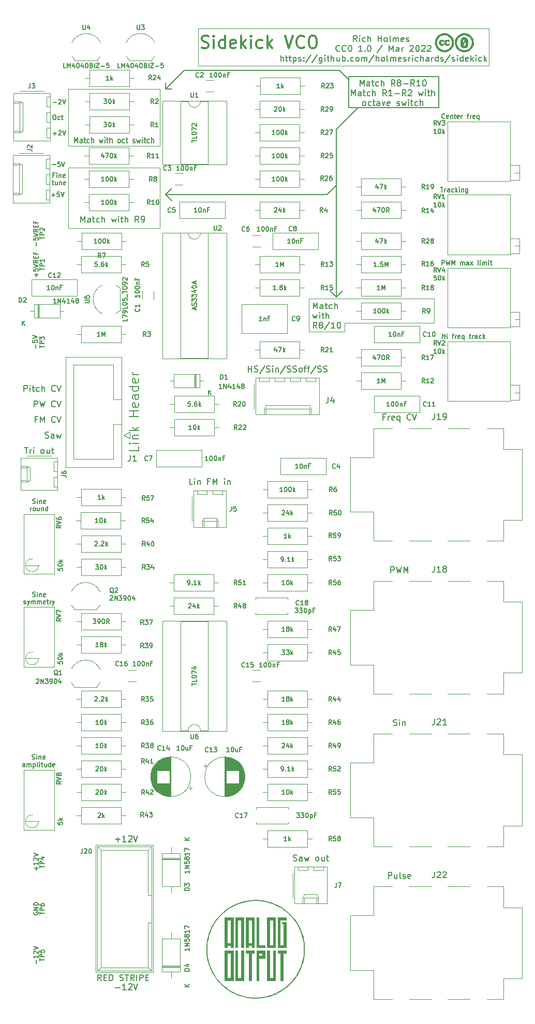
<source format=gto>
G04 #@! TF.GenerationSoftware,KiCad,Pcbnew,6.0.6-3a73a75311~116~ubuntu20.04.1*
G04 #@! TF.CreationDate,2022-07-02T20:41:12-04:00*
G04 #@! TF.ProjectId,sidekickvco_b1,73696465-6b69-4636-9b76-636f5f62312e,rev?*
G04 #@! TF.SameCoordinates,Original*
G04 #@! TF.FileFunction,Legend,Top*
G04 #@! TF.FilePolarity,Positive*
%FSLAX46Y46*%
G04 Gerber Fmt 4.6, Leading zero omitted, Abs format (unit mm)*
G04 Created by KiCad (PCBNEW 6.0.6-3a73a75311~116~ubuntu20.04.1) date 2022-07-02 20:41:12*
%MOMM*%
%LPD*%
G01*
G04 APERTURE LIST*
%ADD10C,0.200000*%
%ADD11C,0.120000*%
%ADD12C,0.150000*%
%ADD13C,0.300000*%
%ADD14C,0.010000*%
%ADD15C,0.100000*%
G04 APERTURE END LIST*
D10*
X134052000Y-29240000D02*
X159452000Y-29240000D01*
D11*
X115129000Y-45115000D02*
X130115000Y-45115000D01*
X130115000Y-45115000D02*
X130115000Y-55021000D01*
X130115000Y-55021000D02*
X115129000Y-55021000D01*
X115129000Y-55021000D02*
X115129000Y-45115000D01*
X160300000Y-72000000D02*
X160300000Y-70520500D01*
X136338000Y-22382000D02*
X183963000Y-22382000D01*
X183963000Y-22382000D02*
X183963000Y-28478000D01*
X183963000Y-28478000D02*
X136338000Y-28478000D01*
X136338000Y-28478000D02*
X136338000Y-22382000D01*
X115103600Y-32288000D02*
X130115000Y-32288000D01*
X130115000Y-32288000D02*
X130115000Y-41559000D01*
X130115000Y-41559000D02*
X115103600Y-41559000D01*
X115103600Y-41559000D02*
X115103600Y-32288000D01*
D10*
X131004000Y-31272000D02*
X131004000Y-32288000D01*
X159452000Y-29240000D02*
X160976000Y-30764000D01*
X131004000Y-49560000D02*
X157420000Y-49560000D01*
X158944000Y-66324000D02*
X158944000Y-38892000D01*
X157928000Y-65308000D02*
X158944000Y-66324000D01*
X131004000Y-49560000D02*
X132020000Y-50576000D01*
X132020000Y-48544000D02*
X131004000Y-49560000D01*
D11*
X154499000Y-66578000D02*
X154499000Y-72000000D01*
X160300000Y-70515000D02*
X174946000Y-70515000D01*
X174946000Y-70515000D02*
X174946000Y-66578000D01*
D10*
X157420000Y-49560000D02*
X158944000Y-48036000D01*
X131004000Y-32288000D02*
X132020000Y-32288000D01*
X158944000Y-38892000D02*
X162500000Y-35336000D01*
X134052000Y-29240000D02*
X131004000Y-32288000D01*
X160976000Y-30256000D02*
X175708000Y-30256000D01*
X175708000Y-30256000D02*
X175708000Y-35336000D01*
X175708000Y-35336000D02*
X160976000Y-35336000D01*
X160976000Y-35336000D02*
X160976000Y-30256000D01*
D11*
X174946000Y-66578000D02*
X154499000Y-66578000D01*
X154499000Y-72000000D02*
X160300000Y-72000000D01*
D10*
X159960000Y-65308000D02*
X158944000Y-66324000D01*
D12*
X111348214Y-89344761D02*
X111491071Y-89392380D01*
X111729166Y-89392380D01*
X111824404Y-89344761D01*
X111872023Y-89297142D01*
X111919642Y-89201904D01*
X111919642Y-89106666D01*
X111872023Y-89011428D01*
X111824404Y-88963809D01*
X111729166Y-88916190D01*
X111538690Y-88868571D01*
X111443452Y-88820952D01*
X111395833Y-88773333D01*
X111348214Y-88678095D01*
X111348214Y-88582857D01*
X111395833Y-88487619D01*
X111443452Y-88440000D01*
X111538690Y-88392380D01*
X111776785Y-88392380D01*
X111919642Y-88440000D01*
X112776785Y-89392380D02*
X112776785Y-88868571D01*
X112729166Y-88773333D01*
X112633928Y-88725714D01*
X112443452Y-88725714D01*
X112348214Y-88773333D01*
X112776785Y-89344761D02*
X112681547Y-89392380D01*
X112443452Y-89392380D01*
X112348214Y-89344761D01*
X112300595Y-89249523D01*
X112300595Y-89154285D01*
X112348214Y-89059047D01*
X112443452Y-89011428D01*
X112681547Y-89011428D01*
X112776785Y-88963809D01*
X113157738Y-88725714D02*
X113348214Y-89392380D01*
X113538690Y-88916190D01*
X113729166Y-89392380D01*
X113919642Y-88725714D01*
X110014880Y-86318571D02*
X109681547Y-86318571D01*
X109681547Y-86842380D02*
X109681547Y-85842380D01*
X110157738Y-85842380D01*
X110538690Y-86842380D02*
X110538690Y-85842380D01*
X110872023Y-86556666D01*
X111205357Y-85842380D01*
X111205357Y-86842380D01*
X113014880Y-86747142D02*
X112967261Y-86794761D01*
X112824404Y-86842380D01*
X112729166Y-86842380D01*
X112586309Y-86794761D01*
X112491071Y-86699523D01*
X112443452Y-86604285D01*
X112395833Y-86413809D01*
X112395833Y-86270952D01*
X112443452Y-86080476D01*
X112491071Y-85985238D01*
X112586309Y-85890000D01*
X112729166Y-85842380D01*
X112824404Y-85842380D01*
X112967261Y-85890000D01*
X113014880Y-85937619D01*
X113300595Y-85842380D02*
X113633928Y-86842380D01*
X113967261Y-85842380D01*
X109538690Y-84302380D02*
X109538690Y-83302380D01*
X109919642Y-83302380D01*
X110014880Y-83350000D01*
X110062500Y-83397619D01*
X110110119Y-83492857D01*
X110110119Y-83635714D01*
X110062500Y-83730952D01*
X110014880Y-83778571D01*
X109919642Y-83826190D01*
X109538690Y-83826190D01*
X110443452Y-83302380D02*
X110681547Y-84302380D01*
X110872023Y-83588095D01*
X111062500Y-84302380D01*
X111300595Y-83302380D01*
X113014880Y-84207142D02*
X112967261Y-84254761D01*
X112824404Y-84302380D01*
X112729166Y-84302380D01*
X112586309Y-84254761D01*
X112491071Y-84159523D01*
X112443452Y-84064285D01*
X112395833Y-83873809D01*
X112395833Y-83730952D01*
X112443452Y-83540476D01*
X112491071Y-83445238D01*
X112586309Y-83350000D01*
X112729166Y-83302380D01*
X112824404Y-83302380D01*
X112967261Y-83350000D01*
X113014880Y-83397619D01*
X113300595Y-83302380D02*
X113633928Y-84302380D01*
X113967261Y-83302380D01*
X107872023Y-81762380D02*
X107872023Y-80762380D01*
X108252976Y-80762380D01*
X108348214Y-80810000D01*
X108395833Y-80857619D01*
X108443452Y-80952857D01*
X108443452Y-81095714D01*
X108395833Y-81190952D01*
X108348214Y-81238571D01*
X108252976Y-81286190D01*
X107872023Y-81286190D01*
X108872023Y-81762380D02*
X108872023Y-81095714D01*
X108872023Y-80762380D02*
X108824404Y-80810000D01*
X108872023Y-80857619D01*
X108919642Y-80810000D01*
X108872023Y-80762380D01*
X108872023Y-80857619D01*
X109205357Y-81095714D02*
X109586309Y-81095714D01*
X109348214Y-80762380D02*
X109348214Y-81619523D01*
X109395833Y-81714761D01*
X109491071Y-81762380D01*
X109586309Y-81762380D01*
X110348214Y-81714761D02*
X110252976Y-81762380D01*
X110062500Y-81762380D01*
X109967261Y-81714761D01*
X109919642Y-81667142D01*
X109872023Y-81571904D01*
X109872023Y-81286190D01*
X109919642Y-81190952D01*
X109967261Y-81143333D01*
X110062500Y-81095714D01*
X110252976Y-81095714D01*
X110348214Y-81143333D01*
X110776785Y-81762380D02*
X110776785Y-80762380D01*
X111205357Y-81762380D02*
X111205357Y-81238571D01*
X111157738Y-81143333D01*
X111062500Y-81095714D01*
X110919642Y-81095714D01*
X110824404Y-81143333D01*
X110776785Y-81190952D01*
X113014880Y-81667142D02*
X112967261Y-81714761D01*
X112824404Y-81762380D01*
X112729166Y-81762380D01*
X112586309Y-81714761D01*
X112491071Y-81619523D01*
X112443452Y-81524285D01*
X112395833Y-81333809D01*
X112395833Y-81190952D01*
X112443452Y-81000476D01*
X112491071Y-80905238D01*
X112586309Y-80810000D01*
X112729166Y-80762380D01*
X112824404Y-80762380D01*
X112967261Y-80810000D01*
X113014880Y-80857619D01*
X113300595Y-80762380D02*
X113633928Y-81762380D01*
X113967261Y-80762380D01*
X162381476Y-24526380D02*
X162048142Y-24050190D01*
X161810047Y-24526380D02*
X161810047Y-23526380D01*
X162191000Y-23526380D01*
X162286238Y-23574000D01*
X162333857Y-23621619D01*
X162381476Y-23716857D01*
X162381476Y-23859714D01*
X162333857Y-23954952D01*
X162286238Y-24002571D01*
X162191000Y-24050190D01*
X161810047Y-24050190D01*
X162810047Y-24526380D02*
X162810047Y-23859714D01*
X162810047Y-23526380D02*
X162762428Y-23574000D01*
X162810047Y-23621619D01*
X162857666Y-23574000D01*
X162810047Y-23526380D01*
X162810047Y-23621619D01*
X163714809Y-24478761D02*
X163619571Y-24526380D01*
X163429095Y-24526380D01*
X163333857Y-24478761D01*
X163286238Y-24431142D01*
X163238619Y-24335904D01*
X163238619Y-24050190D01*
X163286238Y-23954952D01*
X163333857Y-23907333D01*
X163429095Y-23859714D01*
X163619571Y-23859714D01*
X163714809Y-23907333D01*
X164143380Y-24526380D02*
X164143380Y-23526380D01*
X164571952Y-24526380D02*
X164571952Y-24002571D01*
X164524333Y-23907333D01*
X164429095Y-23859714D01*
X164286238Y-23859714D01*
X164191000Y-23907333D01*
X164143380Y-23954952D01*
X165810047Y-24526380D02*
X165810047Y-23526380D01*
X165810047Y-24002571D02*
X166381476Y-24002571D01*
X166381476Y-24526380D02*
X166381476Y-23526380D01*
X167000523Y-24526380D02*
X166905285Y-24478761D01*
X166857666Y-24431142D01*
X166810047Y-24335904D01*
X166810047Y-24050190D01*
X166857666Y-23954952D01*
X166905285Y-23907333D01*
X167000523Y-23859714D01*
X167143380Y-23859714D01*
X167238619Y-23907333D01*
X167286238Y-23954952D01*
X167333857Y-24050190D01*
X167333857Y-24335904D01*
X167286238Y-24431142D01*
X167238619Y-24478761D01*
X167143380Y-24526380D01*
X167000523Y-24526380D01*
X167905285Y-24526380D02*
X167810047Y-24478761D01*
X167762428Y-24383523D01*
X167762428Y-23526380D01*
X168286238Y-24526380D02*
X168286238Y-23859714D01*
X168286238Y-23954952D02*
X168333857Y-23907333D01*
X168429095Y-23859714D01*
X168571952Y-23859714D01*
X168667190Y-23907333D01*
X168714809Y-24002571D01*
X168714809Y-24526380D01*
X168714809Y-24002571D02*
X168762428Y-23907333D01*
X168857666Y-23859714D01*
X169000523Y-23859714D01*
X169095761Y-23907333D01*
X169143380Y-24002571D01*
X169143380Y-24526380D01*
X170000523Y-24478761D02*
X169905285Y-24526380D01*
X169714809Y-24526380D01*
X169619571Y-24478761D01*
X169571952Y-24383523D01*
X169571952Y-24002571D01*
X169619571Y-23907333D01*
X169714809Y-23859714D01*
X169905285Y-23859714D01*
X170000523Y-23907333D01*
X170048142Y-24002571D01*
X170048142Y-24097809D01*
X169571952Y-24193047D01*
X170429095Y-24478761D02*
X170524333Y-24526380D01*
X170714809Y-24526380D01*
X170810047Y-24478761D01*
X170857666Y-24383523D01*
X170857666Y-24335904D01*
X170810047Y-24240666D01*
X170714809Y-24193047D01*
X170571952Y-24193047D01*
X170476714Y-24145428D01*
X170429095Y-24050190D01*
X170429095Y-24002571D01*
X170476714Y-23907333D01*
X170571952Y-23859714D01*
X170714809Y-23859714D01*
X170810047Y-23907333D01*
X159548142Y-26041142D02*
X159500523Y-26088761D01*
X159357666Y-26136380D01*
X159262428Y-26136380D01*
X159119571Y-26088761D01*
X159024333Y-25993523D01*
X158976714Y-25898285D01*
X158929095Y-25707809D01*
X158929095Y-25564952D01*
X158976714Y-25374476D01*
X159024333Y-25279238D01*
X159119571Y-25184000D01*
X159262428Y-25136380D01*
X159357666Y-25136380D01*
X159500523Y-25184000D01*
X159548142Y-25231619D01*
X160548142Y-26041142D02*
X160500523Y-26088761D01*
X160357666Y-26136380D01*
X160262428Y-26136380D01*
X160119571Y-26088761D01*
X160024333Y-25993523D01*
X159976714Y-25898285D01*
X159929095Y-25707809D01*
X159929095Y-25564952D01*
X159976714Y-25374476D01*
X160024333Y-25279238D01*
X160119571Y-25184000D01*
X160262428Y-25136380D01*
X160357666Y-25136380D01*
X160500523Y-25184000D01*
X160548142Y-25231619D01*
X161167190Y-25136380D02*
X161262428Y-25136380D01*
X161357666Y-25184000D01*
X161405285Y-25231619D01*
X161452904Y-25326857D01*
X161500523Y-25517333D01*
X161500523Y-25755428D01*
X161452904Y-25945904D01*
X161405285Y-26041142D01*
X161357666Y-26088761D01*
X161262428Y-26136380D01*
X161167190Y-26136380D01*
X161071952Y-26088761D01*
X161024333Y-26041142D01*
X160976714Y-25945904D01*
X160929095Y-25755428D01*
X160929095Y-25517333D01*
X160976714Y-25326857D01*
X161024333Y-25231619D01*
X161071952Y-25184000D01*
X161167190Y-25136380D01*
X163214809Y-26136380D02*
X162643380Y-26136380D01*
X162929095Y-26136380D02*
X162929095Y-25136380D01*
X162833857Y-25279238D01*
X162738619Y-25374476D01*
X162643380Y-25422095D01*
X163643380Y-26041142D02*
X163691000Y-26088761D01*
X163643380Y-26136380D01*
X163595761Y-26088761D01*
X163643380Y-26041142D01*
X163643380Y-26136380D01*
X164310047Y-25136380D02*
X164405285Y-25136380D01*
X164500523Y-25184000D01*
X164548142Y-25231619D01*
X164595761Y-25326857D01*
X164643380Y-25517333D01*
X164643380Y-25755428D01*
X164595761Y-25945904D01*
X164548142Y-26041142D01*
X164500523Y-26088761D01*
X164405285Y-26136380D01*
X164310047Y-26136380D01*
X164214809Y-26088761D01*
X164167190Y-26041142D01*
X164119571Y-25945904D01*
X164071952Y-25755428D01*
X164071952Y-25517333D01*
X164119571Y-25326857D01*
X164167190Y-25231619D01*
X164214809Y-25184000D01*
X164310047Y-25136380D01*
X166548142Y-25088761D02*
X165691000Y-26374476D01*
X167643380Y-26136380D02*
X167643380Y-25136380D01*
X167976714Y-25850666D01*
X168310047Y-25136380D01*
X168310047Y-26136380D01*
X169214809Y-26136380D02*
X169214809Y-25612571D01*
X169167190Y-25517333D01*
X169071952Y-25469714D01*
X168881476Y-25469714D01*
X168786238Y-25517333D01*
X169214809Y-26088761D02*
X169119571Y-26136380D01*
X168881476Y-26136380D01*
X168786238Y-26088761D01*
X168738619Y-25993523D01*
X168738619Y-25898285D01*
X168786238Y-25803047D01*
X168881476Y-25755428D01*
X169119571Y-25755428D01*
X169214809Y-25707809D01*
X169691000Y-26136380D02*
X169691000Y-25469714D01*
X169691000Y-25660190D02*
X169738619Y-25564952D01*
X169786238Y-25517333D01*
X169881476Y-25469714D01*
X169976714Y-25469714D01*
X171024333Y-25231619D02*
X171071952Y-25184000D01*
X171167190Y-25136380D01*
X171405285Y-25136380D01*
X171500523Y-25184000D01*
X171548142Y-25231619D01*
X171595761Y-25326857D01*
X171595761Y-25422095D01*
X171548142Y-25564952D01*
X170976714Y-26136380D01*
X171595761Y-26136380D01*
X172214809Y-25136380D02*
X172310047Y-25136380D01*
X172405285Y-25184000D01*
X172452904Y-25231619D01*
X172500523Y-25326857D01*
X172548142Y-25517333D01*
X172548142Y-25755428D01*
X172500523Y-25945904D01*
X172452904Y-26041142D01*
X172405285Y-26088761D01*
X172310047Y-26136380D01*
X172214809Y-26136380D01*
X172119571Y-26088761D01*
X172071952Y-26041142D01*
X172024333Y-25945904D01*
X171976714Y-25755428D01*
X171976714Y-25517333D01*
X172024333Y-25326857D01*
X172071952Y-25231619D01*
X172119571Y-25184000D01*
X172214809Y-25136380D01*
X172929095Y-25231619D02*
X172976714Y-25184000D01*
X173071952Y-25136380D01*
X173310047Y-25136380D01*
X173405285Y-25184000D01*
X173452904Y-25231619D01*
X173500523Y-25326857D01*
X173500523Y-25422095D01*
X173452904Y-25564952D01*
X172881476Y-26136380D01*
X173500523Y-26136380D01*
X173881476Y-25231619D02*
X173929095Y-25184000D01*
X174024333Y-25136380D01*
X174262428Y-25136380D01*
X174357666Y-25184000D01*
X174405285Y-25231619D01*
X174452904Y-25326857D01*
X174452904Y-25422095D01*
X174405285Y-25564952D01*
X173833857Y-26136380D01*
X174452904Y-26136380D01*
X149881476Y-27746380D02*
X149881476Y-26746380D01*
X150310047Y-27746380D02*
X150310047Y-27222571D01*
X150262428Y-27127333D01*
X150167190Y-27079714D01*
X150024333Y-27079714D01*
X149929095Y-27127333D01*
X149881476Y-27174952D01*
X150643380Y-27079714D02*
X151024333Y-27079714D01*
X150786238Y-26746380D02*
X150786238Y-27603523D01*
X150833857Y-27698761D01*
X150929095Y-27746380D01*
X151024333Y-27746380D01*
X151214809Y-27079714D02*
X151595761Y-27079714D01*
X151357666Y-26746380D02*
X151357666Y-27603523D01*
X151405285Y-27698761D01*
X151500523Y-27746380D01*
X151595761Y-27746380D01*
X151929095Y-27079714D02*
X151929095Y-28079714D01*
X151929095Y-27127333D02*
X152024333Y-27079714D01*
X152214809Y-27079714D01*
X152310047Y-27127333D01*
X152357666Y-27174952D01*
X152405285Y-27270190D01*
X152405285Y-27555904D01*
X152357666Y-27651142D01*
X152310047Y-27698761D01*
X152214809Y-27746380D01*
X152024333Y-27746380D01*
X151929095Y-27698761D01*
X152786238Y-27698761D02*
X152881476Y-27746380D01*
X153071952Y-27746380D01*
X153167190Y-27698761D01*
X153214809Y-27603523D01*
X153214809Y-27555904D01*
X153167190Y-27460666D01*
X153071952Y-27413047D01*
X152929095Y-27413047D01*
X152833857Y-27365428D01*
X152786238Y-27270190D01*
X152786238Y-27222571D01*
X152833857Y-27127333D01*
X152929095Y-27079714D01*
X153071952Y-27079714D01*
X153167190Y-27127333D01*
X153643380Y-27651142D02*
X153691000Y-27698761D01*
X153643380Y-27746380D01*
X153595761Y-27698761D01*
X153643380Y-27651142D01*
X153643380Y-27746380D01*
X153643380Y-27127333D02*
X153691000Y-27174952D01*
X153643380Y-27222571D01*
X153595761Y-27174952D01*
X153643380Y-27127333D01*
X153643380Y-27222571D01*
X154833857Y-26698761D02*
X153976714Y-27984476D01*
X155881476Y-26698761D02*
X155024333Y-27984476D01*
X156643380Y-27079714D02*
X156643380Y-27889238D01*
X156595761Y-27984476D01*
X156548142Y-28032095D01*
X156452904Y-28079714D01*
X156310047Y-28079714D01*
X156214809Y-28032095D01*
X156643380Y-27698761D02*
X156548142Y-27746380D01*
X156357666Y-27746380D01*
X156262428Y-27698761D01*
X156214809Y-27651142D01*
X156167190Y-27555904D01*
X156167190Y-27270190D01*
X156214809Y-27174952D01*
X156262428Y-27127333D01*
X156357666Y-27079714D01*
X156548142Y-27079714D01*
X156643380Y-27127333D01*
X157119571Y-27746380D02*
X157119571Y-27079714D01*
X157119571Y-26746380D02*
X157071952Y-26794000D01*
X157119571Y-26841619D01*
X157167190Y-26794000D01*
X157119571Y-26746380D01*
X157119571Y-26841619D01*
X157452904Y-27079714D02*
X157833857Y-27079714D01*
X157595761Y-26746380D02*
X157595761Y-27603523D01*
X157643380Y-27698761D01*
X157738619Y-27746380D01*
X157833857Y-27746380D01*
X158167190Y-27746380D02*
X158167190Y-26746380D01*
X158595761Y-27746380D02*
X158595761Y-27222571D01*
X158548142Y-27127333D01*
X158452904Y-27079714D01*
X158310047Y-27079714D01*
X158214809Y-27127333D01*
X158167190Y-27174952D01*
X159500523Y-27079714D02*
X159500523Y-27746380D01*
X159071952Y-27079714D02*
X159071952Y-27603523D01*
X159119571Y-27698761D01*
X159214809Y-27746380D01*
X159357666Y-27746380D01*
X159452904Y-27698761D01*
X159500523Y-27651142D01*
X159976714Y-27746380D02*
X159976714Y-26746380D01*
X159976714Y-27127333D02*
X160071952Y-27079714D01*
X160262428Y-27079714D01*
X160357666Y-27127333D01*
X160405285Y-27174952D01*
X160452904Y-27270190D01*
X160452904Y-27555904D01*
X160405285Y-27651142D01*
X160357666Y-27698761D01*
X160262428Y-27746380D01*
X160071952Y-27746380D01*
X159976714Y-27698761D01*
X160881476Y-27651142D02*
X160929095Y-27698761D01*
X160881476Y-27746380D01*
X160833857Y-27698761D01*
X160881476Y-27651142D01*
X160881476Y-27746380D01*
X161786238Y-27698761D02*
X161691000Y-27746380D01*
X161500523Y-27746380D01*
X161405285Y-27698761D01*
X161357666Y-27651142D01*
X161310047Y-27555904D01*
X161310047Y-27270190D01*
X161357666Y-27174952D01*
X161405285Y-27127333D01*
X161500523Y-27079714D01*
X161691000Y-27079714D01*
X161786238Y-27127333D01*
X162357666Y-27746380D02*
X162262428Y-27698761D01*
X162214809Y-27651142D01*
X162167190Y-27555904D01*
X162167190Y-27270190D01*
X162214809Y-27174952D01*
X162262428Y-27127333D01*
X162357666Y-27079714D01*
X162500523Y-27079714D01*
X162595761Y-27127333D01*
X162643380Y-27174952D01*
X162691000Y-27270190D01*
X162691000Y-27555904D01*
X162643380Y-27651142D01*
X162595761Y-27698761D01*
X162500523Y-27746380D01*
X162357666Y-27746380D01*
X163119571Y-27746380D02*
X163119571Y-27079714D01*
X163119571Y-27174952D02*
X163167190Y-27127333D01*
X163262428Y-27079714D01*
X163405285Y-27079714D01*
X163500523Y-27127333D01*
X163548142Y-27222571D01*
X163548142Y-27746380D01*
X163548142Y-27222571D02*
X163595761Y-27127333D01*
X163691000Y-27079714D01*
X163833857Y-27079714D01*
X163929095Y-27127333D01*
X163976714Y-27222571D01*
X163976714Y-27746380D01*
X165167190Y-26698761D02*
X164310047Y-27984476D01*
X165500523Y-27746380D02*
X165500523Y-26746380D01*
X165929095Y-27746380D02*
X165929095Y-27222571D01*
X165881476Y-27127333D01*
X165786238Y-27079714D01*
X165643380Y-27079714D01*
X165548142Y-27127333D01*
X165500523Y-27174952D01*
X166548142Y-27746380D02*
X166452904Y-27698761D01*
X166405285Y-27651142D01*
X166357666Y-27555904D01*
X166357666Y-27270190D01*
X166405285Y-27174952D01*
X166452904Y-27127333D01*
X166548142Y-27079714D01*
X166691000Y-27079714D01*
X166786238Y-27127333D01*
X166833857Y-27174952D01*
X166881476Y-27270190D01*
X166881476Y-27555904D01*
X166833857Y-27651142D01*
X166786238Y-27698761D01*
X166691000Y-27746380D01*
X166548142Y-27746380D01*
X167452904Y-27746380D02*
X167357666Y-27698761D01*
X167310047Y-27603523D01*
X167310047Y-26746380D01*
X167833857Y-27746380D02*
X167833857Y-27079714D01*
X167833857Y-27174952D02*
X167881476Y-27127333D01*
X167976714Y-27079714D01*
X168119571Y-27079714D01*
X168214809Y-27127333D01*
X168262428Y-27222571D01*
X168262428Y-27746380D01*
X168262428Y-27222571D02*
X168310047Y-27127333D01*
X168405285Y-27079714D01*
X168548142Y-27079714D01*
X168643380Y-27127333D01*
X168691000Y-27222571D01*
X168691000Y-27746380D01*
X169548142Y-27698761D02*
X169452904Y-27746380D01*
X169262428Y-27746380D01*
X169167190Y-27698761D01*
X169119571Y-27603523D01*
X169119571Y-27222571D01*
X169167190Y-27127333D01*
X169262428Y-27079714D01*
X169452904Y-27079714D01*
X169548142Y-27127333D01*
X169595761Y-27222571D01*
X169595761Y-27317809D01*
X169119571Y-27413047D01*
X169976714Y-27698761D02*
X170071952Y-27746380D01*
X170262428Y-27746380D01*
X170357666Y-27698761D01*
X170405285Y-27603523D01*
X170405285Y-27555904D01*
X170357666Y-27460666D01*
X170262428Y-27413047D01*
X170119571Y-27413047D01*
X170024333Y-27365428D01*
X169976714Y-27270190D01*
X169976714Y-27222571D01*
X170024333Y-27127333D01*
X170119571Y-27079714D01*
X170262428Y-27079714D01*
X170357666Y-27127333D01*
X170833857Y-27746380D02*
X170833857Y-27079714D01*
X170833857Y-27270190D02*
X170881476Y-27174952D01*
X170929095Y-27127333D01*
X171024333Y-27079714D01*
X171119571Y-27079714D01*
X171452904Y-27746380D02*
X171452904Y-27079714D01*
X171452904Y-26746380D02*
X171405285Y-26794000D01*
X171452904Y-26841619D01*
X171500523Y-26794000D01*
X171452904Y-26746380D01*
X171452904Y-26841619D01*
X172357666Y-27698761D02*
X172262428Y-27746380D01*
X172071952Y-27746380D01*
X171976714Y-27698761D01*
X171929095Y-27651142D01*
X171881476Y-27555904D01*
X171881476Y-27270190D01*
X171929095Y-27174952D01*
X171976714Y-27127333D01*
X172071952Y-27079714D01*
X172262428Y-27079714D01*
X172357666Y-27127333D01*
X172786238Y-27746380D02*
X172786238Y-26746380D01*
X173214809Y-27746380D02*
X173214809Y-27222571D01*
X173167190Y-27127333D01*
X173071952Y-27079714D01*
X172929095Y-27079714D01*
X172833857Y-27127333D01*
X172786238Y-27174952D01*
X174119571Y-27746380D02*
X174119571Y-27222571D01*
X174071952Y-27127333D01*
X173976714Y-27079714D01*
X173786238Y-27079714D01*
X173691000Y-27127333D01*
X174119571Y-27698761D02*
X174024333Y-27746380D01*
X173786238Y-27746380D01*
X173691000Y-27698761D01*
X173643380Y-27603523D01*
X173643380Y-27508285D01*
X173691000Y-27413047D01*
X173786238Y-27365428D01*
X174024333Y-27365428D01*
X174119571Y-27317809D01*
X174595761Y-27746380D02*
X174595761Y-27079714D01*
X174595761Y-27270190D02*
X174643380Y-27174952D01*
X174691000Y-27127333D01*
X174786238Y-27079714D01*
X174881476Y-27079714D01*
X175643380Y-27746380D02*
X175643380Y-26746380D01*
X175643380Y-27698761D02*
X175548142Y-27746380D01*
X175357666Y-27746380D01*
X175262428Y-27698761D01*
X175214809Y-27651142D01*
X175167190Y-27555904D01*
X175167190Y-27270190D01*
X175214809Y-27174952D01*
X175262428Y-27127333D01*
X175357666Y-27079714D01*
X175548142Y-27079714D01*
X175643380Y-27127333D01*
X176071952Y-27698761D02*
X176167190Y-27746380D01*
X176357666Y-27746380D01*
X176452904Y-27698761D01*
X176500523Y-27603523D01*
X176500523Y-27555904D01*
X176452904Y-27460666D01*
X176357666Y-27413047D01*
X176214809Y-27413047D01*
X176119571Y-27365428D01*
X176071952Y-27270190D01*
X176071952Y-27222571D01*
X176119571Y-27127333D01*
X176214809Y-27079714D01*
X176357666Y-27079714D01*
X176452904Y-27127333D01*
X177643380Y-26698761D02*
X176786238Y-27984476D01*
X177929095Y-27698761D02*
X178024333Y-27746380D01*
X178214809Y-27746380D01*
X178310047Y-27698761D01*
X178357666Y-27603523D01*
X178357666Y-27555904D01*
X178310047Y-27460666D01*
X178214809Y-27413047D01*
X178071952Y-27413047D01*
X177976714Y-27365428D01*
X177929095Y-27270190D01*
X177929095Y-27222571D01*
X177976714Y-27127333D01*
X178071952Y-27079714D01*
X178214809Y-27079714D01*
X178310047Y-27127333D01*
X178786238Y-27746380D02*
X178786238Y-27079714D01*
X178786238Y-26746380D02*
X178738619Y-26794000D01*
X178786238Y-26841619D01*
X178833857Y-26794000D01*
X178786238Y-26746380D01*
X178786238Y-26841619D01*
X179691000Y-27746380D02*
X179691000Y-26746380D01*
X179691000Y-27698761D02*
X179595761Y-27746380D01*
X179405285Y-27746380D01*
X179310047Y-27698761D01*
X179262428Y-27651142D01*
X179214809Y-27555904D01*
X179214809Y-27270190D01*
X179262428Y-27174952D01*
X179310047Y-27127333D01*
X179405285Y-27079714D01*
X179595761Y-27079714D01*
X179691000Y-27127333D01*
X180548142Y-27698761D02*
X180452904Y-27746380D01*
X180262428Y-27746380D01*
X180167190Y-27698761D01*
X180119571Y-27603523D01*
X180119571Y-27222571D01*
X180167190Y-27127333D01*
X180262428Y-27079714D01*
X180452904Y-27079714D01*
X180548142Y-27127333D01*
X180595761Y-27222571D01*
X180595761Y-27317809D01*
X180119571Y-27413047D01*
X181024333Y-27746380D02*
X181024333Y-26746380D01*
X181119571Y-27365428D02*
X181405285Y-27746380D01*
X181405285Y-27079714D02*
X181024333Y-27460666D01*
X181833857Y-27746380D02*
X181833857Y-27079714D01*
X181833857Y-26746380D02*
X181786238Y-26794000D01*
X181833857Y-26841619D01*
X181881476Y-26794000D01*
X181833857Y-26746380D01*
X181833857Y-26841619D01*
X182738619Y-27698761D02*
X182643380Y-27746380D01*
X182452904Y-27746380D01*
X182357666Y-27698761D01*
X182310047Y-27651142D01*
X182262428Y-27555904D01*
X182262428Y-27270190D01*
X182310047Y-27174952D01*
X182357666Y-27127333D01*
X182452904Y-27079714D01*
X182643380Y-27079714D01*
X182738619Y-27127333D01*
X183167190Y-27746380D02*
X183167190Y-26746380D01*
X183262428Y-27365428D02*
X183548142Y-27746380D01*
X183548142Y-27079714D02*
X183167190Y-27460666D01*
D13*
X136942428Y-25477523D02*
X137228142Y-25572761D01*
X137704333Y-25572761D01*
X137894809Y-25477523D01*
X137990047Y-25382285D01*
X138085285Y-25191809D01*
X138085285Y-25001333D01*
X137990047Y-24810857D01*
X137894809Y-24715619D01*
X137704333Y-24620380D01*
X137323380Y-24525142D01*
X137132904Y-24429904D01*
X137037666Y-24334666D01*
X136942428Y-24144190D01*
X136942428Y-23953714D01*
X137037666Y-23763238D01*
X137132904Y-23668000D01*
X137323380Y-23572761D01*
X137799571Y-23572761D01*
X138085285Y-23668000D01*
X138942428Y-25572761D02*
X138942428Y-24239428D01*
X138942428Y-23572761D02*
X138847190Y-23668000D01*
X138942428Y-23763238D01*
X139037666Y-23668000D01*
X138942428Y-23572761D01*
X138942428Y-23763238D01*
X140751952Y-25572761D02*
X140751952Y-23572761D01*
X140751952Y-25477523D02*
X140561476Y-25572761D01*
X140180523Y-25572761D01*
X139990047Y-25477523D01*
X139894809Y-25382285D01*
X139799571Y-25191809D01*
X139799571Y-24620380D01*
X139894809Y-24429904D01*
X139990047Y-24334666D01*
X140180523Y-24239428D01*
X140561476Y-24239428D01*
X140751952Y-24334666D01*
X142466238Y-25477523D02*
X142275761Y-25572761D01*
X141894809Y-25572761D01*
X141704333Y-25477523D01*
X141609095Y-25287047D01*
X141609095Y-24525142D01*
X141704333Y-24334666D01*
X141894809Y-24239428D01*
X142275761Y-24239428D01*
X142466238Y-24334666D01*
X142561476Y-24525142D01*
X142561476Y-24715619D01*
X141609095Y-24906095D01*
X143418619Y-25572761D02*
X143418619Y-23572761D01*
X143609095Y-24810857D02*
X144180523Y-25572761D01*
X144180523Y-24239428D02*
X143418619Y-25001333D01*
X145037666Y-25572761D02*
X145037666Y-24239428D01*
X145037666Y-23572761D02*
X144942428Y-23668000D01*
X145037666Y-23763238D01*
X145132904Y-23668000D01*
X145037666Y-23572761D01*
X145037666Y-23763238D01*
X146847190Y-25477523D02*
X146656714Y-25572761D01*
X146275761Y-25572761D01*
X146085285Y-25477523D01*
X145990047Y-25382285D01*
X145894809Y-25191809D01*
X145894809Y-24620380D01*
X145990047Y-24429904D01*
X146085285Y-24334666D01*
X146275761Y-24239428D01*
X146656714Y-24239428D01*
X146847190Y-24334666D01*
X147704333Y-25572761D02*
X147704333Y-23572761D01*
X147894809Y-24810857D02*
X148466238Y-25572761D01*
X148466238Y-24239428D02*
X147704333Y-25001333D01*
X150561476Y-23572761D02*
X151228142Y-25572761D01*
X151894809Y-23572761D01*
X153704333Y-25382285D02*
X153609095Y-25477523D01*
X153323380Y-25572761D01*
X153132904Y-25572761D01*
X152847190Y-25477523D01*
X152656714Y-25287047D01*
X152561476Y-25096571D01*
X152466238Y-24715619D01*
X152466238Y-24429904D01*
X152561476Y-24048952D01*
X152656714Y-23858476D01*
X152847190Y-23668000D01*
X153132904Y-23572761D01*
X153323380Y-23572761D01*
X153609095Y-23668000D01*
X153704333Y-23763238D01*
X154942428Y-23572761D02*
X155323380Y-23572761D01*
X155513857Y-23668000D01*
X155704333Y-23858476D01*
X155799571Y-24239428D01*
X155799571Y-24906095D01*
X155704333Y-25287047D01*
X155513857Y-25477523D01*
X155323380Y-25572761D01*
X154942428Y-25572761D01*
X154751952Y-25477523D01*
X154561476Y-25287047D01*
X154466238Y-24906095D01*
X154466238Y-24239428D01*
X154561476Y-23858476D01*
X154751952Y-23668000D01*
X154942428Y-23572761D01*
D12*
X168323809Y-136404761D02*
X168466666Y-136452380D01*
X168704761Y-136452380D01*
X168800000Y-136404761D01*
X168847619Y-136357142D01*
X168895238Y-136261904D01*
X168895238Y-136166666D01*
X168847619Y-136071428D01*
X168800000Y-136023809D01*
X168704761Y-135976190D01*
X168514285Y-135928571D01*
X168419047Y-135880952D01*
X168371428Y-135833333D01*
X168323809Y-135738095D01*
X168323809Y-135642857D01*
X168371428Y-135547619D01*
X168419047Y-135500000D01*
X168514285Y-135452380D01*
X168752380Y-135452380D01*
X168895238Y-135500000D01*
X169323809Y-136452380D02*
X169323809Y-135785714D01*
X169323809Y-135452380D02*
X169276190Y-135500000D01*
X169323809Y-135547619D01*
X169371428Y-135500000D01*
X169323809Y-135452380D01*
X169323809Y-135547619D01*
X169800000Y-135785714D02*
X169800000Y-136452380D01*
X169800000Y-135880952D02*
X169847619Y-135833333D01*
X169942857Y-135785714D01*
X170085714Y-135785714D01*
X170180952Y-135833333D01*
X170228571Y-135928571D01*
X170228571Y-136452380D01*
X151946666Y-158549761D02*
X152089523Y-158597380D01*
X152327619Y-158597380D01*
X152422857Y-158549761D01*
X152470476Y-158502142D01*
X152518095Y-158406904D01*
X152518095Y-158311666D01*
X152470476Y-158216428D01*
X152422857Y-158168809D01*
X152327619Y-158121190D01*
X152137142Y-158073571D01*
X152041904Y-158025952D01*
X151994285Y-157978333D01*
X151946666Y-157883095D01*
X151946666Y-157787857D01*
X151994285Y-157692619D01*
X152041904Y-157645000D01*
X152137142Y-157597380D01*
X152375238Y-157597380D01*
X152518095Y-157645000D01*
X153375238Y-158597380D02*
X153375238Y-158073571D01*
X153327619Y-157978333D01*
X153232380Y-157930714D01*
X153041904Y-157930714D01*
X152946666Y-157978333D01*
X153375238Y-158549761D02*
X153280000Y-158597380D01*
X153041904Y-158597380D01*
X152946666Y-158549761D01*
X152899047Y-158454523D01*
X152899047Y-158359285D01*
X152946666Y-158264047D01*
X153041904Y-158216428D01*
X153280000Y-158216428D01*
X153375238Y-158168809D01*
X153756190Y-157930714D02*
X153946666Y-158597380D01*
X154137142Y-158121190D01*
X154327619Y-158597380D01*
X154518095Y-157930714D01*
X155803809Y-158597380D02*
X155708571Y-158549761D01*
X155660952Y-158502142D01*
X155613333Y-158406904D01*
X155613333Y-158121190D01*
X155660952Y-158025952D01*
X155708571Y-157978333D01*
X155803809Y-157930714D01*
X155946666Y-157930714D01*
X156041904Y-157978333D01*
X156089523Y-158025952D01*
X156137142Y-158121190D01*
X156137142Y-158406904D01*
X156089523Y-158502142D01*
X156041904Y-158549761D01*
X155946666Y-158597380D01*
X155803809Y-158597380D01*
X156994285Y-157930714D02*
X156994285Y-158597380D01*
X156565714Y-157930714D02*
X156565714Y-158454523D01*
X156613333Y-158549761D01*
X156708571Y-158597380D01*
X156851428Y-158597380D01*
X156946666Y-158549761D01*
X156994285Y-158502142D01*
X157327619Y-157930714D02*
X157708571Y-157930714D01*
X157470476Y-157597380D02*
X157470476Y-158454523D01*
X157518095Y-158549761D01*
X157613333Y-158597380D01*
X157708571Y-158597380D01*
X176264285Y-61089285D02*
X176264285Y-60339285D01*
X176550000Y-60339285D01*
X176621428Y-60375000D01*
X176657142Y-60410714D01*
X176692857Y-60482142D01*
X176692857Y-60589285D01*
X176657142Y-60660714D01*
X176621428Y-60696428D01*
X176550000Y-60732142D01*
X176264285Y-60732142D01*
X176942857Y-60339285D02*
X177121428Y-61089285D01*
X177264285Y-60553571D01*
X177407142Y-61089285D01*
X177585714Y-60339285D01*
X177871428Y-61089285D02*
X177871428Y-60339285D01*
X178121428Y-60875000D01*
X178371428Y-60339285D01*
X178371428Y-61089285D01*
X179300000Y-61089285D02*
X179300000Y-60589285D01*
X179300000Y-60660714D02*
X179335714Y-60625000D01*
X179407142Y-60589285D01*
X179514285Y-60589285D01*
X179585714Y-60625000D01*
X179621428Y-60696428D01*
X179621428Y-61089285D01*
X179621428Y-60696428D02*
X179657142Y-60625000D01*
X179728571Y-60589285D01*
X179835714Y-60589285D01*
X179907142Y-60625000D01*
X179942857Y-60696428D01*
X179942857Y-61089285D01*
X180621428Y-61089285D02*
X180621428Y-60696428D01*
X180585714Y-60625000D01*
X180514285Y-60589285D01*
X180371428Y-60589285D01*
X180300000Y-60625000D01*
X180621428Y-61053571D02*
X180550000Y-61089285D01*
X180371428Y-61089285D01*
X180300000Y-61053571D01*
X180264285Y-60982142D01*
X180264285Y-60910714D01*
X180300000Y-60839285D01*
X180371428Y-60803571D01*
X180550000Y-60803571D01*
X180621428Y-60767857D01*
X180907142Y-61089285D02*
X181300000Y-60589285D01*
X180907142Y-60589285D02*
X181300000Y-61089285D01*
X182264285Y-61089285D02*
X182192857Y-61053571D01*
X182157142Y-60982142D01*
X182157142Y-60339285D01*
X182550000Y-61089285D02*
X182550000Y-60589285D01*
X182550000Y-60339285D02*
X182514285Y-60375000D01*
X182550000Y-60410714D01*
X182585714Y-60375000D01*
X182550000Y-60339285D01*
X182550000Y-60410714D01*
X182907142Y-61089285D02*
X182907142Y-60589285D01*
X182907142Y-60660714D02*
X182942857Y-60625000D01*
X183014285Y-60589285D01*
X183121428Y-60589285D01*
X183192857Y-60625000D01*
X183228571Y-60696428D01*
X183228571Y-61089285D01*
X183228571Y-60696428D02*
X183264285Y-60625000D01*
X183335714Y-60589285D01*
X183442857Y-60589285D01*
X183514285Y-60625000D01*
X183550000Y-60696428D01*
X183550000Y-61089285D01*
X183907142Y-61089285D02*
X183907142Y-60589285D01*
X183907142Y-60339285D02*
X183871428Y-60375000D01*
X183907142Y-60410714D01*
X183942857Y-60375000D01*
X183907142Y-60339285D01*
X183907142Y-60410714D01*
X184157142Y-60589285D02*
X184442857Y-60589285D01*
X184264285Y-60339285D02*
X184264285Y-60982142D01*
X184300000Y-61053571D01*
X184371428Y-61089285D01*
X184442857Y-61089285D01*
X116145809Y-41122380D02*
X116145809Y-40122380D01*
X116412476Y-40836666D01*
X116679142Y-40122380D01*
X116679142Y-41122380D01*
X117402952Y-41122380D02*
X117402952Y-40598571D01*
X117364857Y-40503333D01*
X117288666Y-40455714D01*
X117136285Y-40455714D01*
X117060095Y-40503333D01*
X117402952Y-41074761D02*
X117326761Y-41122380D01*
X117136285Y-41122380D01*
X117060095Y-41074761D01*
X117022000Y-40979523D01*
X117022000Y-40884285D01*
X117060095Y-40789047D01*
X117136285Y-40741428D01*
X117326761Y-40741428D01*
X117402952Y-40693809D01*
X117669619Y-40455714D02*
X117974380Y-40455714D01*
X117783904Y-40122380D02*
X117783904Y-40979523D01*
X117822000Y-41074761D01*
X117898190Y-41122380D01*
X117974380Y-41122380D01*
X118583904Y-41074761D02*
X118507714Y-41122380D01*
X118355333Y-41122380D01*
X118279142Y-41074761D01*
X118241047Y-41027142D01*
X118202952Y-40931904D01*
X118202952Y-40646190D01*
X118241047Y-40550952D01*
X118279142Y-40503333D01*
X118355333Y-40455714D01*
X118507714Y-40455714D01*
X118583904Y-40503333D01*
X118926761Y-41122380D02*
X118926761Y-40122380D01*
X119269619Y-41122380D02*
X119269619Y-40598571D01*
X119231523Y-40503333D01*
X119155333Y-40455714D01*
X119041047Y-40455714D01*
X118964857Y-40503333D01*
X118926761Y-40550952D01*
X120183904Y-40455714D02*
X120336285Y-41122380D01*
X120488666Y-40646190D01*
X120641047Y-41122380D01*
X120793428Y-40455714D01*
X121098190Y-41122380D02*
X121098190Y-40455714D01*
X121098190Y-40122380D02*
X121060095Y-40170000D01*
X121098190Y-40217619D01*
X121136285Y-40170000D01*
X121098190Y-40122380D01*
X121098190Y-40217619D01*
X121364857Y-40455714D02*
X121669619Y-40455714D01*
X121479142Y-40122380D02*
X121479142Y-40979523D01*
X121517238Y-41074761D01*
X121593428Y-41122380D01*
X121669619Y-41122380D01*
X121936285Y-41122380D02*
X121936285Y-40122380D01*
X122279142Y-41122380D02*
X122279142Y-40598571D01*
X122241047Y-40503333D01*
X122164857Y-40455714D01*
X122050571Y-40455714D01*
X121974380Y-40503333D01*
X121936285Y-40550952D01*
X123383904Y-41122380D02*
X123307714Y-41074761D01*
X123269619Y-41027142D01*
X123231523Y-40931904D01*
X123231523Y-40646190D01*
X123269619Y-40550952D01*
X123307714Y-40503333D01*
X123383904Y-40455714D01*
X123498190Y-40455714D01*
X123574380Y-40503333D01*
X123612476Y-40550952D01*
X123650571Y-40646190D01*
X123650571Y-40931904D01*
X123612476Y-41027142D01*
X123574380Y-41074761D01*
X123498190Y-41122380D01*
X123383904Y-41122380D01*
X124336285Y-41074761D02*
X124260095Y-41122380D01*
X124107714Y-41122380D01*
X124031523Y-41074761D01*
X123993428Y-41027142D01*
X123955333Y-40931904D01*
X123955333Y-40646190D01*
X123993428Y-40550952D01*
X124031523Y-40503333D01*
X124107714Y-40455714D01*
X124260095Y-40455714D01*
X124336285Y-40503333D01*
X124564857Y-40455714D02*
X124869619Y-40455714D01*
X124679142Y-40122380D02*
X124679142Y-40979523D01*
X124717238Y-41074761D01*
X124793428Y-41122380D01*
X124869619Y-41122380D01*
X125707714Y-41074761D02*
X125783904Y-41122380D01*
X125936285Y-41122380D01*
X126012476Y-41074761D01*
X126050571Y-40979523D01*
X126050571Y-40931904D01*
X126012476Y-40836666D01*
X125936285Y-40789047D01*
X125822000Y-40789047D01*
X125745809Y-40741428D01*
X125707714Y-40646190D01*
X125707714Y-40598571D01*
X125745809Y-40503333D01*
X125822000Y-40455714D01*
X125936285Y-40455714D01*
X126012476Y-40503333D01*
X126317238Y-40455714D02*
X126469619Y-41122380D01*
X126622000Y-40646190D01*
X126774380Y-41122380D01*
X126926761Y-40455714D01*
X127231523Y-41122380D02*
X127231523Y-40455714D01*
X127231523Y-40122380D02*
X127193428Y-40170000D01*
X127231523Y-40217619D01*
X127269619Y-40170000D01*
X127231523Y-40122380D01*
X127231523Y-40217619D01*
X127498190Y-40455714D02*
X127802952Y-40455714D01*
X127612476Y-40122380D02*
X127612476Y-40979523D01*
X127650571Y-41074761D01*
X127726761Y-41122380D01*
X127802952Y-41122380D01*
X128412476Y-41074761D02*
X128336285Y-41122380D01*
X128183904Y-41122380D01*
X128107714Y-41074761D01*
X128069619Y-41027142D01*
X128031523Y-40931904D01*
X128031523Y-40646190D01*
X128069619Y-40550952D01*
X128107714Y-40503333D01*
X128183904Y-40455714D01*
X128336285Y-40455714D01*
X128412476Y-40503333D01*
X128755333Y-41122380D02*
X128755333Y-40122380D01*
X129098190Y-41122380D02*
X129098190Y-40598571D01*
X129060095Y-40503333D01*
X128983904Y-40455714D01*
X128869619Y-40455714D01*
X128793428Y-40503333D01*
X128755333Y-40550952D01*
X112636471Y-39555171D02*
X113207900Y-39555171D01*
X112922185Y-39840885D02*
X112922185Y-39269457D01*
X113529328Y-39162314D02*
X113565042Y-39126600D01*
X113636471Y-39090885D01*
X113815042Y-39090885D01*
X113886471Y-39126600D01*
X113922185Y-39162314D01*
X113957900Y-39233742D01*
X113957900Y-39305171D01*
X113922185Y-39412314D01*
X113493614Y-39840885D01*
X113957900Y-39840885D01*
X114172185Y-39090885D02*
X114422185Y-39840885D01*
X114672185Y-39090885D01*
X112513714Y-44660571D02*
X113085142Y-44660571D01*
X113799428Y-44196285D02*
X113442285Y-44196285D01*
X113406571Y-44553428D01*
X113442285Y-44517714D01*
X113513714Y-44482000D01*
X113692285Y-44482000D01*
X113763714Y-44517714D01*
X113799428Y-44553428D01*
X113835142Y-44624857D01*
X113835142Y-44803428D01*
X113799428Y-44874857D01*
X113763714Y-44910571D01*
X113692285Y-44946285D01*
X113513714Y-44946285D01*
X113442285Y-44910571D01*
X113406571Y-44874857D01*
X114049428Y-44196285D02*
X114299428Y-44946285D01*
X114549428Y-44196285D01*
X109286428Y-100059821D02*
X109393571Y-100095535D01*
X109572142Y-100095535D01*
X109643571Y-100059821D01*
X109679285Y-100024107D01*
X109715000Y-99952678D01*
X109715000Y-99881250D01*
X109679285Y-99809821D01*
X109643571Y-99774107D01*
X109572142Y-99738392D01*
X109429285Y-99702678D01*
X109357857Y-99666964D01*
X109322142Y-99631250D01*
X109286428Y-99559821D01*
X109286428Y-99488392D01*
X109322142Y-99416964D01*
X109357857Y-99381250D01*
X109429285Y-99345535D01*
X109607857Y-99345535D01*
X109715000Y-99381250D01*
X110036428Y-100095535D02*
X110036428Y-99595535D01*
X110036428Y-99345535D02*
X110000714Y-99381250D01*
X110036428Y-99416964D01*
X110072142Y-99381250D01*
X110036428Y-99345535D01*
X110036428Y-99416964D01*
X110393571Y-99595535D02*
X110393571Y-100095535D01*
X110393571Y-99666964D02*
X110429285Y-99631250D01*
X110500714Y-99595535D01*
X110607857Y-99595535D01*
X110679285Y-99631250D01*
X110715000Y-99702678D01*
X110715000Y-100095535D01*
X111357857Y-100059821D02*
X111286428Y-100095535D01*
X111143571Y-100095535D01*
X111072142Y-100059821D01*
X111036428Y-99988392D01*
X111036428Y-99702678D01*
X111072142Y-99631250D01*
X111143571Y-99595535D01*
X111286428Y-99595535D01*
X111357857Y-99631250D01*
X111393571Y-99702678D01*
X111393571Y-99774107D01*
X111036428Y-99845535D01*
X108929285Y-101303035D02*
X108929285Y-100803035D01*
X108929285Y-100945892D02*
X108965000Y-100874464D01*
X109000714Y-100838750D01*
X109072142Y-100803035D01*
X109143571Y-100803035D01*
X109500714Y-101303035D02*
X109429285Y-101267321D01*
X109393571Y-101231607D01*
X109357857Y-101160178D01*
X109357857Y-100945892D01*
X109393571Y-100874464D01*
X109429285Y-100838750D01*
X109500714Y-100803035D01*
X109607857Y-100803035D01*
X109679285Y-100838750D01*
X109715000Y-100874464D01*
X109750714Y-100945892D01*
X109750714Y-101160178D01*
X109715000Y-101231607D01*
X109679285Y-101267321D01*
X109607857Y-101303035D01*
X109500714Y-101303035D01*
X110393571Y-100803035D02*
X110393571Y-101303035D01*
X110072142Y-100803035D02*
X110072142Y-101195892D01*
X110107857Y-101267321D01*
X110179285Y-101303035D01*
X110286428Y-101303035D01*
X110357857Y-101267321D01*
X110393571Y-101231607D01*
X110750714Y-100803035D02*
X110750714Y-101303035D01*
X110750714Y-100874464D02*
X110786428Y-100838750D01*
X110857857Y-100803035D01*
X110965000Y-100803035D01*
X111036428Y-100838750D01*
X111072142Y-100910178D01*
X111072142Y-101303035D01*
X111750714Y-101303035D02*
X111750714Y-100553035D01*
X111750714Y-101267321D02*
X111679285Y-101303035D01*
X111536428Y-101303035D01*
X111465000Y-101267321D01*
X111429285Y-101231607D01*
X111393571Y-101160178D01*
X111393571Y-100945892D01*
X111429285Y-100874464D01*
X111465000Y-100838750D01*
X111536428Y-100803035D01*
X111679285Y-100803035D01*
X111750714Y-100838750D01*
X176710714Y-37017857D02*
X176675000Y-37053571D01*
X176567857Y-37089285D01*
X176496428Y-37089285D01*
X176389285Y-37053571D01*
X176317857Y-36982142D01*
X176282142Y-36910714D01*
X176246428Y-36767857D01*
X176246428Y-36660714D01*
X176282142Y-36517857D01*
X176317857Y-36446428D01*
X176389285Y-36375000D01*
X176496428Y-36339285D01*
X176567857Y-36339285D01*
X176675000Y-36375000D01*
X176710714Y-36410714D01*
X177317857Y-37053571D02*
X177246428Y-37089285D01*
X177103571Y-37089285D01*
X177032142Y-37053571D01*
X176996428Y-36982142D01*
X176996428Y-36696428D01*
X177032142Y-36625000D01*
X177103571Y-36589285D01*
X177246428Y-36589285D01*
X177317857Y-36625000D01*
X177353571Y-36696428D01*
X177353571Y-36767857D01*
X176996428Y-36839285D01*
X177675000Y-36589285D02*
X177675000Y-37089285D01*
X177675000Y-36660714D02*
X177710714Y-36625000D01*
X177782142Y-36589285D01*
X177889285Y-36589285D01*
X177960714Y-36625000D01*
X177996428Y-36696428D01*
X177996428Y-37089285D01*
X178246428Y-36589285D02*
X178532142Y-36589285D01*
X178353571Y-36339285D02*
X178353571Y-36982142D01*
X178389285Y-37053571D01*
X178460714Y-37089285D01*
X178532142Y-37089285D01*
X179067857Y-37053571D02*
X178996428Y-37089285D01*
X178853571Y-37089285D01*
X178782142Y-37053571D01*
X178746428Y-36982142D01*
X178746428Y-36696428D01*
X178782142Y-36625000D01*
X178853571Y-36589285D01*
X178996428Y-36589285D01*
X179067857Y-36625000D01*
X179103571Y-36696428D01*
X179103571Y-36767857D01*
X178746428Y-36839285D01*
X179425000Y-37089285D02*
X179425000Y-36589285D01*
X179425000Y-36732142D02*
X179460714Y-36660714D01*
X179496428Y-36625000D01*
X179567857Y-36589285D01*
X179639285Y-36589285D01*
X180353571Y-36589285D02*
X180639285Y-36589285D01*
X180460714Y-37089285D02*
X180460714Y-36446428D01*
X180496428Y-36375000D01*
X180567857Y-36339285D01*
X180639285Y-36339285D01*
X180889285Y-37089285D02*
X180889285Y-36589285D01*
X180889285Y-36732142D02*
X180925000Y-36660714D01*
X180960714Y-36625000D01*
X181032142Y-36589285D01*
X181103571Y-36589285D01*
X181639285Y-37053571D02*
X181567857Y-37089285D01*
X181425000Y-37089285D01*
X181353571Y-37053571D01*
X181317857Y-36982142D01*
X181317857Y-36696428D01*
X181353571Y-36625000D01*
X181425000Y-36589285D01*
X181567857Y-36589285D01*
X181639285Y-36625000D01*
X181675000Y-36696428D01*
X181675000Y-36767857D01*
X181317857Y-36839285D01*
X182317857Y-36589285D02*
X182317857Y-37339285D01*
X182317857Y-37053571D02*
X182246428Y-37089285D01*
X182103571Y-37089285D01*
X182032142Y-37053571D01*
X181996428Y-37017857D01*
X181960714Y-36946428D01*
X181960714Y-36732142D01*
X181996428Y-36660714D01*
X182032142Y-36625000D01*
X182103571Y-36589285D01*
X182246428Y-36589285D01*
X182317857Y-36625000D01*
X107945238Y-90922380D02*
X108516666Y-90922380D01*
X108230952Y-91922380D02*
X108230952Y-90922380D01*
X108850000Y-91922380D02*
X108850000Y-91255714D01*
X108850000Y-91446190D02*
X108897619Y-91350952D01*
X108945238Y-91303333D01*
X109040476Y-91255714D01*
X109135714Y-91255714D01*
X109469047Y-91922380D02*
X109469047Y-91255714D01*
X109469047Y-90922380D02*
X109421428Y-90970000D01*
X109469047Y-91017619D01*
X109516666Y-90970000D01*
X109469047Y-90922380D01*
X109469047Y-91017619D01*
X110850000Y-91922380D02*
X110754761Y-91874761D01*
X110707142Y-91827142D01*
X110659523Y-91731904D01*
X110659523Y-91446190D01*
X110707142Y-91350952D01*
X110754761Y-91303333D01*
X110850000Y-91255714D01*
X110992857Y-91255714D01*
X111088095Y-91303333D01*
X111135714Y-91350952D01*
X111183333Y-91446190D01*
X111183333Y-91731904D01*
X111135714Y-91827142D01*
X111088095Y-91874761D01*
X110992857Y-91922380D01*
X110850000Y-91922380D01*
X112040476Y-91255714D02*
X112040476Y-91922380D01*
X111611904Y-91255714D02*
X111611904Y-91779523D01*
X111659523Y-91874761D01*
X111754761Y-91922380D01*
X111897619Y-91922380D01*
X111992857Y-91874761D01*
X112040476Y-91827142D01*
X112373809Y-91255714D02*
X112754761Y-91255714D01*
X112516666Y-90922380D02*
X112516666Y-91779523D01*
X112564285Y-91874761D01*
X112659523Y-91922380D01*
X112754761Y-91922380D01*
X155215595Y-68214380D02*
X155215595Y-67214380D01*
X155548928Y-67928666D01*
X155882261Y-67214380D01*
X155882261Y-68214380D01*
X156787023Y-68214380D02*
X156787023Y-67690571D01*
X156739404Y-67595333D01*
X156644166Y-67547714D01*
X156453690Y-67547714D01*
X156358452Y-67595333D01*
X156787023Y-68166761D02*
X156691785Y-68214380D01*
X156453690Y-68214380D01*
X156358452Y-68166761D01*
X156310833Y-68071523D01*
X156310833Y-67976285D01*
X156358452Y-67881047D01*
X156453690Y-67833428D01*
X156691785Y-67833428D01*
X156787023Y-67785809D01*
X157120357Y-67547714D02*
X157501309Y-67547714D01*
X157263214Y-67214380D02*
X157263214Y-68071523D01*
X157310833Y-68166761D01*
X157406071Y-68214380D01*
X157501309Y-68214380D01*
X158263214Y-68166761D02*
X158167976Y-68214380D01*
X157977500Y-68214380D01*
X157882261Y-68166761D01*
X157834642Y-68119142D01*
X157787023Y-68023904D01*
X157787023Y-67738190D01*
X157834642Y-67642952D01*
X157882261Y-67595333D01*
X157977500Y-67547714D01*
X158167976Y-67547714D01*
X158263214Y-67595333D01*
X158691785Y-68214380D02*
X158691785Y-67214380D01*
X159120357Y-68214380D02*
X159120357Y-67690571D01*
X159072738Y-67595333D01*
X158977500Y-67547714D01*
X158834642Y-67547714D01*
X158739404Y-67595333D01*
X158691785Y-67642952D01*
X155120357Y-69157714D02*
X155310833Y-69824380D01*
X155501309Y-69348190D01*
X155691785Y-69824380D01*
X155882261Y-69157714D01*
X156263214Y-69824380D02*
X156263214Y-69157714D01*
X156263214Y-68824380D02*
X156215595Y-68872000D01*
X156263214Y-68919619D01*
X156310833Y-68872000D01*
X156263214Y-68824380D01*
X156263214Y-68919619D01*
X156596547Y-69157714D02*
X156977500Y-69157714D01*
X156739404Y-68824380D02*
X156739404Y-69681523D01*
X156787023Y-69776761D01*
X156882261Y-69824380D01*
X156977500Y-69824380D01*
X157310833Y-69824380D02*
X157310833Y-68824380D01*
X157739404Y-69824380D02*
X157739404Y-69300571D01*
X157691785Y-69205333D01*
X157596547Y-69157714D01*
X157453690Y-69157714D01*
X157358452Y-69205333D01*
X157310833Y-69252952D01*
X155787023Y-71434380D02*
X155453690Y-70958190D01*
X155215595Y-71434380D02*
X155215595Y-70434380D01*
X155596547Y-70434380D01*
X155691785Y-70482000D01*
X155739404Y-70529619D01*
X155787023Y-70624857D01*
X155787023Y-70767714D01*
X155739404Y-70862952D01*
X155691785Y-70910571D01*
X155596547Y-70958190D01*
X155215595Y-70958190D01*
X156358452Y-70862952D02*
X156263214Y-70815333D01*
X156215595Y-70767714D01*
X156167976Y-70672476D01*
X156167976Y-70624857D01*
X156215595Y-70529619D01*
X156263214Y-70482000D01*
X156358452Y-70434380D01*
X156548928Y-70434380D01*
X156644166Y-70482000D01*
X156691785Y-70529619D01*
X156739404Y-70624857D01*
X156739404Y-70672476D01*
X156691785Y-70767714D01*
X156644166Y-70815333D01*
X156548928Y-70862952D01*
X156358452Y-70862952D01*
X156263214Y-70910571D01*
X156215595Y-70958190D01*
X156167976Y-71053428D01*
X156167976Y-71243904D01*
X156215595Y-71339142D01*
X156263214Y-71386761D01*
X156358452Y-71434380D01*
X156548928Y-71434380D01*
X156644166Y-71386761D01*
X156691785Y-71339142D01*
X156739404Y-71243904D01*
X156739404Y-71053428D01*
X156691785Y-70958190D01*
X156644166Y-70910571D01*
X156548928Y-70862952D01*
X157882261Y-70386761D02*
X157025119Y-71672476D01*
X158739404Y-71434380D02*
X158167976Y-71434380D01*
X158453690Y-71434380D02*
X158453690Y-70434380D01*
X158358452Y-70577238D01*
X158263214Y-70672476D01*
X158167976Y-70720095D01*
X159358452Y-70434380D02*
X159453690Y-70434380D01*
X159548928Y-70482000D01*
X159596547Y-70529619D01*
X159644166Y-70624857D01*
X159691785Y-70815333D01*
X159691785Y-71053428D01*
X159644166Y-71243904D01*
X159596547Y-71339142D01*
X159548928Y-71386761D01*
X159453690Y-71434380D01*
X159358452Y-71434380D01*
X159263214Y-71386761D01*
X159215595Y-71339142D01*
X159167976Y-71243904D01*
X159120357Y-71053428D01*
X159120357Y-70815333D01*
X159167976Y-70624857D01*
X159215595Y-70529619D01*
X159263214Y-70482000D01*
X159358452Y-70434380D01*
X162859447Y-31790780D02*
X162859447Y-30790780D01*
X163192780Y-31505066D01*
X163526114Y-30790780D01*
X163526114Y-31790780D01*
X164430876Y-31790780D02*
X164430876Y-31266971D01*
X164383257Y-31171733D01*
X164288019Y-31124114D01*
X164097542Y-31124114D01*
X164002304Y-31171733D01*
X164430876Y-31743161D02*
X164335638Y-31790780D01*
X164097542Y-31790780D01*
X164002304Y-31743161D01*
X163954685Y-31647923D01*
X163954685Y-31552685D01*
X164002304Y-31457447D01*
X164097542Y-31409828D01*
X164335638Y-31409828D01*
X164430876Y-31362209D01*
X164764209Y-31124114D02*
X165145161Y-31124114D01*
X164907066Y-30790780D02*
X164907066Y-31647923D01*
X164954685Y-31743161D01*
X165049923Y-31790780D01*
X165145161Y-31790780D01*
X165907066Y-31743161D02*
X165811828Y-31790780D01*
X165621352Y-31790780D01*
X165526114Y-31743161D01*
X165478495Y-31695542D01*
X165430876Y-31600304D01*
X165430876Y-31314590D01*
X165478495Y-31219352D01*
X165526114Y-31171733D01*
X165621352Y-31124114D01*
X165811828Y-31124114D01*
X165907066Y-31171733D01*
X166335638Y-31790780D02*
X166335638Y-30790780D01*
X166764209Y-31790780D02*
X166764209Y-31266971D01*
X166716590Y-31171733D01*
X166621352Y-31124114D01*
X166478495Y-31124114D01*
X166383257Y-31171733D01*
X166335638Y-31219352D01*
X168573733Y-31790780D02*
X168240400Y-31314590D01*
X168002304Y-31790780D02*
X168002304Y-30790780D01*
X168383257Y-30790780D01*
X168478495Y-30838400D01*
X168526114Y-30886019D01*
X168573733Y-30981257D01*
X168573733Y-31124114D01*
X168526114Y-31219352D01*
X168478495Y-31266971D01*
X168383257Y-31314590D01*
X168002304Y-31314590D01*
X169145161Y-31219352D02*
X169049923Y-31171733D01*
X169002304Y-31124114D01*
X168954685Y-31028876D01*
X168954685Y-30981257D01*
X169002304Y-30886019D01*
X169049923Y-30838400D01*
X169145161Y-30790780D01*
X169335638Y-30790780D01*
X169430876Y-30838400D01*
X169478495Y-30886019D01*
X169526114Y-30981257D01*
X169526114Y-31028876D01*
X169478495Y-31124114D01*
X169430876Y-31171733D01*
X169335638Y-31219352D01*
X169145161Y-31219352D01*
X169049923Y-31266971D01*
X169002304Y-31314590D01*
X168954685Y-31409828D01*
X168954685Y-31600304D01*
X169002304Y-31695542D01*
X169049923Y-31743161D01*
X169145161Y-31790780D01*
X169335638Y-31790780D01*
X169430876Y-31743161D01*
X169478495Y-31695542D01*
X169526114Y-31600304D01*
X169526114Y-31409828D01*
X169478495Y-31314590D01*
X169430876Y-31266971D01*
X169335638Y-31219352D01*
X169954685Y-31409828D02*
X170716590Y-31409828D01*
X171764209Y-31790780D02*
X171430876Y-31314590D01*
X171192780Y-31790780D02*
X171192780Y-30790780D01*
X171573733Y-30790780D01*
X171668971Y-30838400D01*
X171716590Y-30886019D01*
X171764209Y-30981257D01*
X171764209Y-31124114D01*
X171716590Y-31219352D01*
X171668971Y-31266971D01*
X171573733Y-31314590D01*
X171192780Y-31314590D01*
X172716590Y-31790780D02*
X172145161Y-31790780D01*
X172430876Y-31790780D02*
X172430876Y-30790780D01*
X172335638Y-30933638D01*
X172240400Y-31028876D01*
X172145161Y-31076495D01*
X173335638Y-30790780D02*
X173430876Y-30790780D01*
X173526114Y-30838400D01*
X173573733Y-30886019D01*
X173621352Y-30981257D01*
X173668971Y-31171733D01*
X173668971Y-31409828D01*
X173621352Y-31600304D01*
X173573733Y-31695542D01*
X173526114Y-31743161D01*
X173430876Y-31790780D01*
X173335638Y-31790780D01*
X173240400Y-31743161D01*
X173192780Y-31695542D01*
X173145161Y-31600304D01*
X173097542Y-31409828D01*
X173097542Y-31171733D01*
X173145161Y-30981257D01*
X173192780Y-30886019D01*
X173240400Y-30838400D01*
X173335638Y-30790780D01*
X161454685Y-33400780D02*
X161454685Y-32400780D01*
X161788019Y-33115066D01*
X162121352Y-32400780D01*
X162121352Y-33400780D01*
X163026114Y-33400780D02*
X163026114Y-32876971D01*
X162978495Y-32781733D01*
X162883257Y-32734114D01*
X162692780Y-32734114D01*
X162597542Y-32781733D01*
X163026114Y-33353161D02*
X162930876Y-33400780D01*
X162692780Y-33400780D01*
X162597542Y-33353161D01*
X162549923Y-33257923D01*
X162549923Y-33162685D01*
X162597542Y-33067447D01*
X162692780Y-33019828D01*
X162930876Y-33019828D01*
X163026114Y-32972209D01*
X163359447Y-32734114D02*
X163740400Y-32734114D01*
X163502304Y-32400780D02*
X163502304Y-33257923D01*
X163549923Y-33353161D01*
X163645161Y-33400780D01*
X163740400Y-33400780D01*
X164502304Y-33353161D02*
X164407066Y-33400780D01*
X164216590Y-33400780D01*
X164121352Y-33353161D01*
X164073733Y-33305542D01*
X164026114Y-33210304D01*
X164026114Y-32924590D01*
X164073733Y-32829352D01*
X164121352Y-32781733D01*
X164216590Y-32734114D01*
X164407066Y-32734114D01*
X164502304Y-32781733D01*
X164930876Y-33400780D02*
X164930876Y-32400780D01*
X165359447Y-33400780D02*
X165359447Y-32876971D01*
X165311828Y-32781733D01*
X165216590Y-32734114D01*
X165073733Y-32734114D01*
X164978495Y-32781733D01*
X164930876Y-32829352D01*
X167168971Y-33400780D02*
X166835638Y-32924590D01*
X166597542Y-33400780D02*
X166597542Y-32400780D01*
X166978495Y-32400780D01*
X167073733Y-32448400D01*
X167121352Y-32496019D01*
X167168971Y-32591257D01*
X167168971Y-32734114D01*
X167121352Y-32829352D01*
X167073733Y-32876971D01*
X166978495Y-32924590D01*
X166597542Y-32924590D01*
X168121352Y-33400780D02*
X167549923Y-33400780D01*
X167835638Y-33400780D02*
X167835638Y-32400780D01*
X167740400Y-32543638D01*
X167645161Y-32638876D01*
X167549923Y-32686495D01*
X168549923Y-33019828D02*
X169311828Y-33019828D01*
X170359447Y-33400780D02*
X170026114Y-32924590D01*
X169788019Y-33400780D02*
X169788019Y-32400780D01*
X170168971Y-32400780D01*
X170264209Y-32448400D01*
X170311828Y-32496019D01*
X170359447Y-32591257D01*
X170359447Y-32734114D01*
X170311828Y-32829352D01*
X170264209Y-32876971D01*
X170168971Y-32924590D01*
X169788019Y-32924590D01*
X170740400Y-32496019D02*
X170788019Y-32448400D01*
X170883257Y-32400780D01*
X171121352Y-32400780D01*
X171216590Y-32448400D01*
X171264209Y-32496019D01*
X171311828Y-32591257D01*
X171311828Y-32686495D01*
X171264209Y-32829352D01*
X170692780Y-33400780D01*
X171311828Y-33400780D01*
X172407066Y-32734114D02*
X172597542Y-33400780D01*
X172788019Y-32924590D01*
X172978495Y-33400780D01*
X173168971Y-32734114D01*
X173549923Y-33400780D02*
X173549923Y-32734114D01*
X173549923Y-32400780D02*
X173502304Y-32448400D01*
X173549923Y-32496019D01*
X173597542Y-32448400D01*
X173549923Y-32400780D01*
X173549923Y-32496019D01*
X173883257Y-32734114D02*
X174264209Y-32734114D01*
X174026114Y-32400780D02*
X174026114Y-33257923D01*
X174073733Y-33353161D01*
X174168971Y-33400780D01*
X174264209Y-33400780D01*
X174597542Y-33400780D02*
X174597542Y-32400780D01*
X175026114Y-33400780D02*
X175026114Y-32876971D01*
X174978495Y-32781733D01*
X174883257Y-32734114D01*
X174740400Y-32734114D01*
X174645161Y-32781733D01*
X174597542Y-32829352D01*
X163478495Y-35010780D02*
X163383257Y-34963161D01*
X163335638Y-34915542D01*
X163288019Y-34820304D01*
X163288019Y-34534590D01*
X163335638Y-34439352D01*
X163383257Y-34391733D01*
X163478495Y-34344114D01*
X163621352Y-34344114D01*
X163716590Y-34391733D01*
X163764209Y-34439352D01*
X163811828Y-34534590D01*
X163811828Y-34820304D01*
X163764209Y-34915542D01*
X163716590Y-34963161D01*
X163621352Y-35010780D01*
X163478495Y-35010780D01*
X164668971Y-34963161D02*
X164573733Y-35010780D01*
X164383257Y-35010780D01*
X164288019Y-34963161D01*
X164240400Y-34915542D01*
X164192780Y-34820304D01*
X164192780Y-34534590D01*
X164240400Y-34439352D01*
X164288019Y-34391733D01*
X164383257Y-34344114D01*
X164573733Y-34344114D01*
X164668971Y-34391733D01*
X164954685Y-34344114D02*
X165335638Y-34344114D01*
X165097542Y-34010780D02*
X165097542Y-34867923D01*
X165145161Y-34963161D01*
X165240400Y-35010780D01*
X165335638Y-35010780D01*
X166097542Y-35010780D02*
X166097542Y-34486971D01*
X166049923Y-34391733D01*
X165954685Y-34344114D01*
X165764209Y-34344114D01*
X165668971Y-34391733D01*
X166097542Y-34963161D02*
X166002304Y-35010780D01*
X165764209Y-35010780D01*
X165668971Y-34963161D01*
X165621352Y-34867923D01*
X165621352Y-34772685D01*
X165668971Y-34677447D01*
X165764209Y-34629828D01*
X166002304Y-34629828D01*
X166097542Y-34582209D01*
X166478495Y-34344114D02*
X166716590Y-35010780D01*
X166954685Y-34344114D01*
X167716590Y-34963161D02*
X167621352Y-35010780D01*
X167430876Y-35010780D01*
X167335638Y-34963161D01*
X167288019Y-34867923D01*
X167288019Y-34486971D01*
X167335638Y-34391733D01*
X167430876Y-34344114D01*
X167621352Y-34344114D01*
X167716590Y-34391733D01*
X167764209Y-34486971D01*
X167764209Y-34582209D01*
X167288019Y-34677447D01*
X168907066Y-34963161D02*
X169002304Y-35010780D01*
X169192780Y-35010780D01*
X169288019Y-34963161D01*
X169335638Y-34867923D01*
X169335638Y-34820304D01*
X169288019Y-34725066D01*
X169192780Y-34677447D01*
X169049923Y-34677447D01*
X168954685Y-34629828D01*
X168907066Y-34534590D01*
X168907066Y-34486971D01*
X168954685Y-34391733D01*
X169049923Y-34344114D01*
X169192780Y-34344114D01*
X169288019Y-34391733D01*
X169668971Y-34344114D02*
X169859447Y-35010780D01*
X170049923Y-34534590D01*
X170240400Y-35010780D01*
X170430876Y-34344114D01*
X170811828Y-35010780D02*
X170811828Y-34344114D01*
X170811828Y-34010780D02*
X170764209Y-34058400D01*
X170811828Y-34106019D01*
X170859447Y-34058400D01*
X170811828Y-34010780D01*
X170811828Y-34106019D01*
X171145161Y-34344114D02*
X171526114Y-34344114D01*
X171288019Y-34010780D02*
X171288019Y-34867923D01*
X171335638Y-34963161D01*
X171430876Y-35010780D01*
X171526114Y-35010780D01*
X172288019Y-34963161D02*
X172192780Y-35010780D01*
X172002304Y-35010780D01*
X171907066Y-34963161D01*
X171859447Y-34915542D01*
X171811828Y-34820304D01*
X171811828Y-34534590D01*
X171859447Y-34439352D01*
X171907066Y-34391733D01*
X172002304Y-34344114D01*
X172192780Y-34344114D01*
X172288019Y-34391733D01*
X172716590Y-35010780D02*
X172716590Y-34010780D01*
X173145161Y-35010780D02*
X173145161Y-34486971D01*
X173097542Y-34391733D01*
X173002304Y-34344114D01*
X172859447Y-34344114D01*
X172764209Y-34391733D01*
X172716590Y-34439352D01*
X112872857Y-46362678D02*
X112622857Y-46362678D01*
X112622857Y-46755535D02*
X112622857Y-46005535D01*
X112980000Y-46005535D01*
X113265714Y-46755535D02*
X113265714Y-46255535D01*
X113265714Y-46005535D02*
X113230000Y-46041250D01*
X113265714Y-46076964D01*
X113301428Y-46041250D01*
X113265714Y-46005535D01*
X113265714Y-46076964D01*
X113622857Y-46255535D02*
X113622857Y-46755535D01*
X113622857Y-46326964D02*
X113658571Y-46291250D01*
X113730000Y-46255535D01*
X113837142Y-46255535D01*
X113908571Y-46291250D01*
X113944285Y-46362678D01*
X113944285Y-46755535D01*
X114587142Y-46719821D02*
X114515714Y-46755535D01*
X114372857Y-46755535D01*
X114301428Y-46719821D01*
X114265714Y-46648392D01*
X114265714Y-46362678D01*
X114301428Y-46291250D01*
X114372857Y-46255535D01*
X114515714Y-46255535D01*
X114587142Y-46291250D01*
X114622857Y-46362678D01*
X114622857Y-46434107D01*
X114265714Y-46505535D01*
X112462142Y-47463035D02*
X112747857Y-47463035D01*
X112569285Y-47213035D02*
X112569285Y-47855892D01*
X112605000Y-47927321D01*
X112676428Y-47963035D01*
X112747857Y-47963035D01*
X113319285Y-47463035D02*
X113319285Y-47963035D01*
X112997857Y-47463035D02*
X112997857Y-47855892D01*
X113033571Y-47927321D01*
X113105000Y-47963035D01*
X113212142Y-47963035D01*
X113283571Y-47927321D01*
X113319285Y-47891607D01*
X113676428Y-47463035D02*
X113676428Y-47963035D01*
X113676428Y-47534464D02*
X113712142Y-47498750D01*
X113783571Y-47463035D01*
X113890714Y-47463035D01*
X113962142Y-47498750D01*
X113997857Y-47570178D01*
X113997857Y-47963035D01*
X114640714Y-47927321D02*
X114569285Y-47963035D01*
X114426428Y-47963035D01*
X114355000Y-47927321D01*
X114319285Y-47855892D01*
X114319285Y-47570178D01*
X114355000Y-47498750D01*
X114426428Y-47463035D01*
X114569285Y-47463035D01*
X114640714Y-47498750D01*
X114676428Y-47570178D01*
X114676428Y-47641607D01*
X114319285Y-47713035D01*
X117177523Y-54076380D02*
X117177523Y-53076380D01*
X117510857Y-53790666D01*
X117844190Y-53076380D01*
X117844190Y-54076380D01*
X118748952Y-54076380D02*
X118748952Y-53552571D01*
X118701333Y-53457333D01*
X118606095Y-53409714D01*
X118415619Y-53409714D01*
X118320380Y-53457333D01*
X118748952Y-54028761D02*
X118653714Y-54076380D01*
X118415619Y-54076380D01*
X118320380Y-54028761D01*
X118272761Y-53933523D01*
X118272761Y-53838285D01*
X118320380Y-53743047D01*
X118415619Y-53695428D01*
X118653714Y-53695428D01*
X118748952Y-53647809D01*
X119082285Y-53409714D02*
X119463238Y-53409714D01*
X119225142Y-53076380D02*
X119225142Y-53933523D01*
X119272761Y-54028761D01*
X119368000Y-54076380D01*
X119463238Y-54076380D01*
X120225142Y-54028761D02*
X120129904Y-54076380D01*
X119939428Y-54076380D01*
X119844190Y-54028761D01*
X119796571Y-53981142D01*
X119748952Y-53885904D01*
X119748952Y-53600190D01*
X119796571Y-53504952D01*
X119844190Y-53457333D01*
X119939428Y-53409714D01*
X120129904Y-53409714D01*
X120225142Y-53457333D01*
X120653714Y-54076380D02*
X120653714Y-53076380D01*
X121082285Y-54076380D02*
X121082285Y-53552571D01*
X121034666Y-53457333D01*
X120939428Y-53409714D01*
X120796571Y-53409714D01*
X120701333Y-53457333D01*
X120653714Y-53504952D01*
X122225142Y-53409714D02*
X122415619Y-54076380D01*
X122606095Y-53600190D01*
X122796571Y-54076380D01*
X122987047Y-53409714D01*
X123368000Y-54076380D02*
X123368000Y-53409714D01*
X123368000Y-53076380D02*
X123320380Y-53124000D01*
X123368000Y-53171619D01*
X123415619Y-53124000D01*
X123368000Y-53076380D01*
X123368000Y-53171619D01*
X123701333Y-53409714D02*
X124082285Y-53409714D01*
X123844190Y-53076380D02*
X123844190Y-53933523D01*
X123891809Y-54028761D01*
X123987047Y-54076380D01*
X124082285Y-54076380D01*
X124415619Y-54076380D02*
X124415619Y-53076380D01*
X124844190Y-54076380D02*
X124844190Y-53552571D01*
X124796571Y-53457333D01*
X124701333Y-53409714D01*
X124558476Y-53409714D01*
X124463238Y-53457333D01*
X124415619Y-53504952D01*
X126653714Y-54076380D02*
X126320380Y-53600190D01*
X126082285Y-54076380D02*
X126082285Y-53076380D01*
X126463238Y-53076380D01*
X126558476Y-53124000D01*
X126606095Y-53171619D01*
X126653714Y-53266857D01*
X126653714Y-53409714D01*
X126606095Y-53504952D01*
X126558476Y-53552571D01*
X126463238Y-53600190D01*
X126082285Y-53600190D01*
X127129904Y-54076380D02*
X127320380Y-54076380D01*
X127415619Y-54028761D01*
X127463238Y-53981142D01*
X127558476Y-53838285D01*
X127606095Y-53647809D01*
X127606095Y-53266857D01*
X127558476Y-53171619D01*
X127510857Y-53124000D01*
X127415619Y-53076380D01*
X127225142Y-53076380D01*
X127129904Y-53124000D01*
X127082285Y-53171619D01*
X127034666Y-53266857D01*
X127034666Y-53504952D01*
X127082285Y-53600190D01*
X127129904Y-53647809D01*
X127225142Y-53695428D01*
X127415619Y-53695428D01*
X127510857Y-53647809D01*
X127558476Y-53600190D01*
X127606095Y-53504952D01*
X109206428Y-141913821D02*
X109313571Y-141949535D01*
X109492142Y-141949535D01*
X109563571Y-141913821D01*
X109599285Y-141878107D01*
X109635000Y-141806678D01*
X109635000Y-141735250D01*
X109599285Y-141663821D01*
X109563571Y-141628107D01*
X109492142Y-141592392D01*
X109349285Y-141556678D01*
X109277857Y-141520964D01*
X109242142Y-141485250D01*
X109206428Y-141413821D01*
X109206428Y-141342392D01*
X109242142Y-141270964D01*
X109277857Y-141235250D01*
X109349285Y-141199535D01*
X109527857Y-141199535D01*
X109635000Y-141235250D01*
X109956428Y-141949535D02*
X109956428Y-141449535D01*
X109956428Y-141199535D02*
X109920714Y-141235250D01*
X109956428Y-141270964D01*
X109992142Y-141235250D01*
X109956428Y-141199535D01*
X109956428Y-141270964D01*
X110313571Y-141449535D02*
X110313571Y-141949535D01*
X110313571Y-141520964D02*
X110349285Y-141485250D01*
X110420714Y-141449535D01*
X110527857Y-141449535D01*
X110599285Y-141485250D01*
X110635000Y-141556678D01*
X110635000Y-141949535D01*
X111277857Y-141913821D02*
X111206428Y-141949535D01*
X111063571Y-141949535D01*
X110992142Y-141913821D01*
X110956428Y-141842392D01*
X110956428Y-141556678D01*
X110992142Y-141485250D01*
X111063571Y-141449535D01*
X111206428Y-141449535D01*
X111277857Y-141485250D01*
X111313571Y-141556678D01*
X111313571Y-141628107D01*
X110956428Y-141699535D01*
X107992142Y-143157035D02*
X107992142Y-142764178D01*
X107956428Y-142692750D01*
X107885000Y-142657035D01*
X107742142Y-142657035D01*
X107670714Y-142692750D01*
X107992142Y-143121321D02*
X107920714Y-143157035D01*
X107742142Y-143157035D01*
X107670714Y-143121321D01*
X107635000Y-143049892D01*
X107635000Y-142978464D01*
X107670714Y-142907035D01*
X107742142Y-142871321D01*
X107920714Y-142871321D01*
X107992142Y-142835607D01*
X108349285Y-143157035D02*
X108349285Y-142657035D01*
X108349285Y-142728464D02*
X108385000Y-142692750D01*
X108456428Y-142657035D01*
X108563571Y-142657035D01*
X108635000Y-142692750D01*
X108670714Y-142764178D01*
X108670714Y-143157035D01*
X108670714Y-142764178D02*
X108706428Y-142692750D01*
X108777857Y-142657035D01*
X108885000Y-142657035D01*
X108956428Y-142692750D01*
X108992142Y-142764178D01*
X108992142Y-143157035D01*
X109349285Y-142657035D02*
X109349285Y-143407035D01*
X109349285Y-142692750D02*
X109420714Y-142657035D01*
X109563571Y-142657035D01*
X109635000Y-142692750D01*
X109670714Y-142728464D01*
X109706428Y-142799892D01*
X109706428Y-143014178D01*
X109670714Y-143085607D01*
X109635000Y-143121321D01*
X109563571Y-143157035D01*
X109420714Y-143157035D01*
X109349285Y-143121321D01*
X110135000Y-143157035D02*
X110063571Y-143121321D01*
X110027857Y-143049892D01*
X110027857Y-142407035D01*
X110420714Y-143157035D02*
X110420714Y-142657035D01*
X110420714Y-142407035D02*
X110385000Y-142442750D01*
X110420714Y-142478464D01*
X110456428Y-142442750D01*
X110420714Y-142407035D01*
X110420714Y-142478464D01*
X110670714Y-142657035D02*
X110956428Y-142657035D01*
X110777857Y-142407035D02*
X110777857Y-143049892D01*
X110813571Y-143121321D01*
X110885000Y-143157035D01*
X110956428Y-143157035D01*
X111527857Y-142657035D02*
X111527857Y-143157035D01*
X111206428Y-142657035D02*
X111206428Y-143049892D01*
X111242142Y-143121321D01*
X111313571Y-143157035D01*
X111420714Y-143157035D01*
X111492142Y-143121321D01*
X111527857Y-143085607D01*
X112206428Y-143157035D02*
X112206428Y-142407035D01*
X112206428Y-143121321D02*
X112135000Y-143157035D01*
X111992142Y-143157035D01*
X111920714Y-143121321D01*
X111885000Y-143085607D01*
X111849285Y-143014178D01*
X111849285Y-142799892D01*
X111885000Y-142728464D01*
X111920714Y-142692750D01*
X111992142Y-142657035D01*
X112135000Y-142657035D01*
X112206428Y-142692750D01*
X112849285Y-143121321D02*
X112777857Y-143157035D01*
X112635000Y-143157035D01*
X112563571Y-143121321D01*
X112527857Y-143049892D01*
X112527857Y-142764178D01*
X112563571Y-142692750D01*
X112635000Y-142657035D01*
X112777857Y-142657035D01*
X112849285Y-142692750D01*
X112885000Y-142764178D01*
X112885000Y-142835607D01*
X112527857Y-142907035D01*
X135456666Y-97002380D02*
X134980476Y-97002380D01*
X134980476Y-96002380D01*
X135790000Y-97002380D02*
X135790000Y-96335714D01*
X135790000Y-96002380D02*
X135742380Y-96050000D01*
X135790000Y-96097619D01*
X135837619Y-96050000D01*
X135790000Y-96002380D01*
X135790000Y-96097619D01*
X136266190Y-96335714D02*
X136266190Y-97002380D01*
X136266190Y-96430952D02*
X136313809Y-96383333D01*
X136409047Y-96335714D01*
X136551904Y-96335714D01*
X136647142Y-96383333D01*
X136694761Y-96478571D01*
X136694761Y-97002380D01*
X138266190Y-96478571D02*
X137932857Y-96478571D01*
X137932857Y-97002380D02*
X137932857Y-96002380D01*
X138409047Y-96002380D01*
X138790000Y-97002380D02*
X138790000Y-96002380D01*
X139123333Y-96716666D01*
X139456666Y-96002380D01*
X139456666Y-97002380D01*
X140694761Y-97002380D02*
X140694761Y-96335714D01*
X140694761Y-96002380D02*
X140647142Y-96050000D01*
X140694761Y-96097619D01*
X140742380Y-96050000D01*
X140694761Y-96002380D01*
X140694761Y-96097619D01*
X141170952Y-96335714D02*
X141170952Y-97002380D01*
X141170952Y-96430952D02*
X141218571Y-96383333D01*
X141313809Y-96335714D01*
X141456666Y-96335714D01*
X141551904Y-96383333D01*
X141599523Y-96478571D01*
X141599523Y-97002380D01*
X109286428Y-115299821D02*
X109393571Y-115335535D01*
X109572142Y-115335535D01*
X109643571Y-115299821D01*
X109679285Y-115264107D01*
X109715000Y-115192678D01*
X109715000Y-115121250D01*
X109679285Y-115049821D01*
X109643571Y-115014107D01*
X109572142Y-114978392D01*
X109429285Y-114942678D01*
X109357857Y-114906964D01*
X109322142Y-114871250D01*
X109286428Y-114799821D01*
X109286428Y-114728392D01*
X109322142Y-114656964D01*
X109357857Y-114621250D01*
X109429285Y-114585535D01*
X109607857Y-114585535D01*
X109715000Y-114621250D01*
X110036428Y-115335535D02*
X110036428Y-114835535D01*
X110036428Y-114585535D02*
X110000714Y-114621250D01*
X110036428Y-114656964D01*
X110072142Y-114621250D01*
X110036428Y-114585535D01*
X110036428Y-114656964D01*
X110393571Y-114835535D02*
X110393571Y-115335535D01*
X110393571Y-114906964D02*
X110429285Y-114871250D01*
X110500714Y-114835535D01*
X110607857Y-114835535D01*
X110679285Y-114871250D01*
X110715000Y-114942678D01*
X110715000Y-115335535D01*
X111357857Y-115299821D02*
X111286428Y-115335535D01*
X111143571Y-115335535D01*
X111072142Y-115299821D01*
X111036428Y-115228392D01*
X111036428Y-114942678D01*
X111072142Y-114871250D01*
X111143571Y-114835535D01*
X111286428Y-114835535D01*
X111357857Y-114871250D01*
X111393571Y-114942678D01*
X111393571Y-115014107D01*
X111036428Y-115085535D01*
X107840000Y-116507321D02*
X107911428Y-116543035D01*
X108054285Y-116543035D01*
X108125714Y-116507321D01*
X108161428Y-116435892D01*
X108161428Y-116400178D01*
X108125714Y-116328750D01*
X108054285Y-116293035D01*
X107947142Y-116293035D01*
X107875714Y-116257321D01*
X107840000Y-116185892D01*
X107840000Y-116150178D01*
X107875714Y-116078750D01*
X107947142Y-116043035D01*
X108054285Y-116043035D01*
X108125714Y-116078750D01*
X108411428Y-116043035D02*
X108590000Y-116543035D01*
X108768571Y-116043035D02*
X108590000Y-116543035D01*
X108518571Y-116721607D01*
X108482857Y-116757321D01*
X108411428Y-116793035D01*
X109054285Y-116543035D02*
X109054285Y-116043035D01*
X109054285Y-116114464D02*
X109090000Y-116078750D01*
X109161428Y-116043035D01*
X109268571Y-116043035D01*
X109340000Y-116078750D01*
X109375714Y-116150178D01*
X109375714Y-116543035D01*
X109375714Y-116150178D02*
X109411428Y-116078750D01*
X109482857Y-116043035D01*
X109590000Y-116043035D01*
X109661428Y-116078750D01*
X109697142Y-116150178D01*
X109697142Y-116543035D01*
X110054285Y-116543035D02*
X110054285Y-116043035D01*
X110054285Y-116114464D02*
X110090000Y-116078750D01*
X110161428Y-116043035D01*
X110268571Y-116043035D01*
X110340000Y-116078750D01*
X110375714Y-116150178D01*
X110375714Y-116543035D01*
X110375714Y-116150178D02*
X110411428Y-116078750D01*
X110482857Y-116043035D01*
X110590000Y-116043035D01*
X110661428Y-116078750D01*
X110697142Y-116150178D01*
X110697142Y-116543035D01*
X111340000Y-116507321D02*
X111268571Y-116543035D01*
X111125714Y-116543035D01*
X111054285Y-116507321D01*
X111018571Y-116435892D01*
X111018571Y-116150178D01*
X111054285Y-116078750D01*
X111125714Y-116043035D01*
X111268571Y-116043035D01*
X111340000Y-116078750D01*
X111375714Y-116150178D01*
X111375714Y-116221607D01*
X111018571Y-116293035D01*
X111590000Y-116043035D02*
X111875714Y-116043035D01*
X111697142Y-115793035D02*
X111697142Y-116435892D01*
X111732857Y-116507321D01*
X111804285Y-116543035D01*
X111875714Y-116543035D01*
X112125714Y-116543035D02*
X112125714Y-116043035D01*
X112125714Y-116185892D02*
X112161428Y-116114464D01*
X112197142Y-116078750D01*
X112268571Y-116043035D01*
X112340000Y-116043035D01*
X112518571Y-116043035D02*
X112697142Y-116543035D01*
X112875714Y-116043035D02*
X112697142Y-116543035D01*
X112625714Y-116721607D01*
X112590000Y-116757321D01*
X112518571Y-116793035D01*
X176317857Y-73089285D02*
X176317857Y-72339285D01*
X176317857Y-72696428D02*
X176746428Y-72696428D01*
X176746428Y-73089285D02*
X176746428Y-72339285D01*
X177103571Y-73089285D02*
X177103571Y-72589285D01*
X177103571Y-72339285D02*
X177067857Y-72375000D01*
X177103571Y-72410714D01*
X177139285Y-72375000D01*
X177103571Y-72339285D01*
X177103571Y-72410714D01*
X177925000Y-72589285D02*
X178210714Y-72589285D01*
X178032142Y-73089285D02*
X178032142Y-72446428D01*
X178067857Y-72375000D01*
X178139285Y-72339285D01*
X178210714Y-72339285D01*
X178460714Y-73089285D02*
X178460714Y-72589285D01*
X178460714Y-72732142D02*
X178496428Y-72660714D01*
X178532142Y-72625000D01*
X178603571Y-72589285D01*
X178675000Y-72589285D01*
X179210714Y-73053571D02*
X179139285Y-73089285D01*
X178996428Y-73089285D01*
X178925000Y-73053571D01*
X178889285Y-72982142D01*
X178889285Y-72696428D01*
X178925000Y-72625000D01*
X178996428Y-72589285D01*
X179139285Y-72589285D01*
X179210714Y-72625000D01*
X179246428Y-72696428D01*
X179246428Y-72767857D01*
X178889285Y-72839285D01*
X179889285Y-72589285D02*
X179889285Y-73339285D01*
X179889285Y-73053571D02*
X179817857Y-73089285D01*
X179675000Y-73089285D01*
X179603571Y-73053571D01*
X179567857Y-73017857D01*
X179532142Y-72946428D01*
X179532142Y-72732142D01*
X179567857Y-72660714D01*
X179603571Y-72625000D01*
X179675000Y-72589285D01*
X179817857Y-72589285D01*
X179889285Y-72625000D01*
X180710714Y-72589285D02*
X180996428Y-72589285D01*
X180817857Y-72339285D02*
X180817857Y-72982142D01*
X180853571Y-73053571D01*
X180925000Y-73089285D01*
X180996428Y-73089285D01*
X181246428Y-73089285D02*
X181246428Y-72589285D01*
X181246428Y-72732142D02*
X181282142Y-72660714D01*
X181317857Y-72625000D01*
X181389285Y-72589285D01*
X181460714Y-72589285D01*
X182032142Y-73089285D02*
X182032142Y-72696428D01*
X181996428Y-72625000D01*
X181925000Y-72589285D01*
X181782142Y-72589285D01*
X181710714Y-72625000D01*
X182032142Y-73053571D02*
X181960714Y-73089285D01*
X181782142Y-73089285D01*
X181710714Y-73053571D01*
X181675000Y-72982142D01*
X181675000Y-72910714D01*
X181710714Y-72839285D01*
X181782142Y-72803571D01*
X181960714Y-72803571D01*
X182032142Y-72767857D01*
X182710714Y-73053571D02*
X182639285Y-73089285D01*
X182496428Y-73089285D01*
X182425000Y-73053571D01*
X182389285Y-73017857D01*
X182353571Y-72946428D01*
X182353571Y-72732142D01*
X182389285Y-72660714D01*
X182425000Y-72625000D01*
X182496428Y-72589285D01*
X182639285Y-72589285D01*
X182710714Y-72625000D01*
X183032142Y-73089285D02*
X183032142Y-72339285D01*
X183103571Y-72803571D02*
X183317857Y-73089285D01*
X183317857Y-72589285D02*
X183032142Y-72875000D01*
X176032142Y-48339285D02*
X176460714Y-48339285D01*
X176246428Y-49089285D02*
X176246428Y-48339285D01*
X176710714Y-49089285D02*
X176710714Y-48589285D01*
X176710714Y-48732142D02*
X176746428Y-48660714D01*
X176782142Y-48625000D01*
X176853571Y-48589285D01*
X176925000Y-48589285D01*
X177496428Y-49089285D02*
X177496428Y-48696428D01*
X177460714Y-48625000D01*
X177389285Y-48589285D01*
X177246428Y-48589285D01*
X177175000Y-48625000D01*
X177496428Y-49053571D02*
X177425000Y-49089285D01*
X177246428Y-49089285D01*
X177175000Y-49053571D01*
X177139285Y-48982142D01*
X177139285Y-48910714D01*
X177175000Y-48839285D01*
X177246428Y-48803571D01*
X177425000Y-48803571D01*
X177496428Y-48767857D01*
X178175000Y-49053571D02*
X178103571Y-49089285D01*
X177960714Y-49089285D01*
X177889285Y-49053571D01*
X177853571Y-49017857D01*
X177817857Y-48946428D01*
X177817857Y-48732142D01*
X177853571Y-48660714D01*
X177889285Y-48625000D01*
X177960714Y-48589285D01*
X178103571Y-48589285D01*
X178175000Y-48625000D01*
X178496428Y-49089285D02*
X178496428Y-48339285D01*
X178567857Y-48803571D02*
X178782142Y-49089285D01*
X178782142Y-48589285D02*
X178496428Y-48875000D01*
X179103571Y-49089285D02*
X179103571Y-48589285D01*
X179103571Y-48339285D02*
X179067857Y-48375000D01*
X179103571Y-48410714D01*
X179139285Y-48375000D01*
X179103571Y-48339285D01*
X179103571Y-48410714D01*
X179460714Y-48589285D02*
X179460714Y-49089285D01*
X179460714Y-48660714D02*
X179496428Y-48625000D01*
X179567857Y-48589285D01*
X179675000Y-48589285D01*
X179746428Y-48625000D01*
X179782142Y-48696428D01*
X179782142Y-49089285D01*
X180460714Y-48589285D02*
X180460714Y-49196428D01*
X180425000Y-49267857D01*
X180389285Y-49303571D01*
X180317857Y-49339285D01*
X180210714Y-49339285D01*
X180139285Y-49303571D01*
X180460714Y-49053571D02*
X180389285Y-49089285D01*
X180246428Y-49089285D01*
X180175000Y-49053571D01*
X180139285Y-49017857D01*
X180103571Y-48946428D01*
X180103571Y-48732142D01*
X180139285Y-48660714D01*
X180175000Y-48625000D01*
X180246428Y-48589285D01*
X180389285Y-48589285D01*
X180460714Y-48625000D01*
X167490476Y-161452380D02*
X167490476Y-160452380D01*
X167871428Y-160452380D01*
X167966666Y-160500000D01*
X168014285Y-160547619D01*
X168061904Y-160642857D01*
X168061904Y-160785714D01*
X168014285Y-160880952D01*
X167966666Y-160928571D01*
X167871428Y-160976190D01*
X167490476Y-160976190D01*
X168919047Y-160785714D02*
X168919047Y-161452380D01*
X168490476Y-160785714D02*
X168490476Y-161309523D01*
X168538095Y-161404761D01*
X168633333Y-161452380D01*
X168776190Y-161452380D01*
X168871428Y-161404761D01*
X168919047Y-161357142D01*
X169538095Y-161452380D02*
X169442857Y-161404761D01*
X169395238Y-161309523D01*
X169395238Y-160452380D01*
X169871428Y-161404761D02*
X169966666Y-161452380D01*
X170157142Y-161452380D01*
X170252380Y-161404761D01*
X170300000Y-161309523D01*
X170300000Y-161261904D01*
X170252380Y-161166666D01*
X170157142Y-161119047D01*
X170014285Y-161119047D01*
X169919047Y-161071428D01*
X169871428Y-160976190D01*
X169871428Y-160928571D01*
X169919047Y-160833333D01*
X170014285Y-160785714D01*
X170157142Y-160785714D01*
X170252380Y-160833333D01*
X171109523Y-161404761D02*
X171014285Y-161452380D01*
X170823809Y-161452380D01*
X170728571Y-161404761D01*
X170680952Y-161309523D01*
X170680952Y-160928571D01*
X170728571Y-160833333D01*
X170823809Y-160785714D01*
X171014285Y-160785714D01*
X171109523Y-160833333D01*
X171157142Y-160928571D01*
X171157142Y-161023809D01*
X170680952Y-161119047D01*
X112636471Y-34475171D02*
X113207900Y-34475171D01*
X113529328Y-34082314D02*
X113565042Y-34046600D01*
X113636471Y-34010885D01*
X113815042Y-34010885D01*
X113886471Y-34046600D01*
X113922185Y-34082314D01*
X113957900Y-34153742D01*
X113957900Y-34225171D01*
X113922185Y-34332314D01*
X113493614Y-34760885D01*
X113957900Y-34760885D01*
X114172185Y-34010885D02*
X114422185Y-34760885D01*
X114672185Y-34010885D01*
X112779328Y-36550885D02*
X112922185Y-36550885D01*
X112993614Y-36586600D01*
X113065042Y-36658028D01*
X113100757Y-36800885D01*
X113100757Y-37050885D01*
X113065042Y-37193742D01*
X112993614Y-37265171D01*
X112922185Y-37300885D01*
X112779328Y-37300885D01*
X112707900Y-37265171D01*
X112636471Y-37193742D01*
X112600757Y-37050885D01*
X112600757Y-36800885D01*
X112636471Y-36658028D01*
X112707900Y-36586600D01*
X112779328Y-36550885D01*
X113743614Y-37265171D02*
X113672185Y-37300885D01*
X113529328Y-37300885D01*
X113457900Y-37265171D01*
X113422185Y-37229457D01*
X113386471Y-37158028D01*
X113386471Y-36943742D01*
X113422185Y-36872314D01*
X113457900Y-36836600D01*
X113529328Y-36800885D01*
X113672185Y-36800885D01*
X113743614Y-36836600D01*
X113957900Y-36800885D02*
X114243614Y-36800885D01*
X114065042Y-36550885D02*
X114065042Y-37193742D01*
X114100757Y-37265171D01*
X114172185Y-37300885D01*
X114243614Y-37300885D01*
D10*
X126602571Y-90762857D02*
X126602571Y-91477142D01*
X125102571Y-91477142D01*
X126602571Y-90262857D02*
X125602571Y-90262857D01*
X125102571Y-90262857D02*
X125174000Y-90334285D01*
X125245428Y-90262857D01*
X125174000Y-90191428D01*
X125102571Y-90262857D01*
X125245428Y-90262857D01*
X125602571Y-89548571D02*
X126602571Y-89548571D01*
X125745428Y-89548571D02*
X125674000Y-89477142D01*
X125602571Y-89334285D01*
X125602571Y-89120000D01*
X125674000Y-88977142D01*
X125816857Y-88905714D01*
X126602571Y-88905714D01*
X126602571Y-88191428D02*
X125102571Y-88191428D01*
X126031142Y-88048571D02*
X126602571Y-87620000D01*
X125602571Y-87620000D02*
X126174000Y-88191428D01*
X126602571Y-85834285D02*
X125102571Y-85834285D01*
X125816857Y-85834285D02*
X125816857Y-84977142D01*
X126602571Y-84977142D02*
X125102571Y-84977142D01*
X126531142Y-83691428D02*
X126602571Y-83834285D01*
X126602571Y-84120000D01*
X126531142Y-84262857D01*
X126388285Y-84334285D01*
X125816857Y-84334285D01*
X125674000Y-84262857D01*
X125602571Y-84120000D01*
X125602571Y-83834285D01*
X125674000Y-83691428D01*
X125816857Y-83620000D01*
X125959714Y-83620000D01*
X126102571Y-84334285D01*
X126602571Y-82334285D02*
X125816857Y-82334285D01*
X125674000Y-82405714D01*
X125602571Y-82548571D01*
X125602571Y-82834285D01*
X125674000Y-82977142D01*
X126531142Y-82334285D02*
X126602571Y-82477142D01*
X126602571Y-82834285D01*
X126531142Y-82977142D01*
X126388285Y-83048571D01*
X126245428Y-83048571D01*
X126102571Y-82977142D01*
X126031142Y-82834285D01*
X126031142Y-82477142D01*
X125959714Y-82334285D01*
X126602571Y-80977142D02*
X125102571Y-80977142D01*
X126531142Y-80977142D02*
X126602571Y-81120000D01*
X126602571Y-81405714D01*
X126531142Y-81548571D01*
X126459714Y-81620000D01*
X126316857Y-81691428D01*
X125888285Y-81691428D01*
X125745428Y-81620000D01*
X125674000Y-81548571D01*
X125602571Y-81405714D01*
X125602571Y-81120000D01*
X125674000Y-80977142D01*
X126531142Y-79691428D02*
X126602571Y-79834285D01*
X126602571Y-80120000D01*
X126531142Y-80262857D01*
X126388285Y-80334285D01*
X125816857Y-80334285D01*
X125674000Y-80262857D01*
X125602571Y-80120000D01*
X125602571Y-79834285D01*
X125674000Y-79691428D01*
X125816857Y-79620000D01*
X125959714Y-79620000D01*
X126102571Y-80334285D01*
X126602571Y-78977142D02*
X125602571Y-78977142D01*
X125888285Y-78977142D02*
X125745428Y-78905714D01*
X125674000Y-78834285D01*
X125602571Y-78691428D01*
X125602571Y-78548571D01*
D12*
X166942857Y-85928571D02*
X166609523Y-85928571D01*
X166609523Y-86452380D02*
X166609523Y-85452380D01*
X167085714Y-85452380D01*
X167466666Y-86452380D02*
X167466666Y-85785714D01*
X167466666Y-85976190D02*
X167514285Y-85880952D01*
X167561904Y-85833333D01*
X167657142Y-85785714D01*
X167752380Y-85785714D01*
X168466666Y-86404761D02*
X168371428Y-86452380D01*
X168180952Y-86452380D01*
X168085714Y-86404761D01*
X168038095Y-86309523D01*
X168038095Y-85928571D01*
X168085714Y-85833333D01*
X168180952Y-85785714D01*
X168371428Y-85785714D01*
X168466666Y-85833333D01*
X168514285Y-85928571D01*
X168514285Y-86023809D01*
X168038095Y-86119047D01*
X169371428Y-85785714D02*
X169371428Y-86785714D01*
X169371428Y-86404761D02*
X169276190Y-86452380D01*
X169085714Y-86452380D01*
X168990476Y-86404761D01*
X168942857Y-86357142D01*
X168895238Y-86261904D01*
X168895238Y-85976190D01*
X168942857Y-85880952D01*
X168990476Y-85833333D01*
X169085714Y-85785714D01*
X169276190Y-85785714D01*
X169371428Y-85833333D01*
X171180952Y-86357142D02*
X171133333Y-86404761D01*
X170990476Y-86452380D01*
X170895238Y-86452380D01*
X170752380Y-86404761D01*
X170657142Y-86309523D01*
X170609523Y-86214285D01*
X170561904Y-86023809D01*
X170561904Y-85880952D01*
X170609523Y-85690476D01*
X170657142Y-85595238D01*
X170752380Y-85500000D01*
X170895238Y-85452380D01*
X170990476Y-85452380D01*
X171133333Y-85500000D01*
X171180952Y-85547619D01*
X171466666Y-85452380D02*
X171800000Y-86452380D01*
X172133333Y-85452380D01*
X144561428Y-78587380D02*
X144561428Y-77587380D01*
X144561428Y-78063571D02*
X145132857Y-78063571D01*
X145132857Y-78587380D02*
X145132857Y-77587380D01*
X145561428Y-78539761D02*
X145704285Y-78587380D01*
X145942380Y-78587380D01*
X146037619Y-78539761D01*
X146085238Y-78492142D01*
X146132857Y-78396904D01*
X146132857Y-78301666D01*
X146085238Y-78206428D01*
X146037619Y-78158809D01*
X145942380Y-78111190D01*
X145751904Y-78063571D01*
X145656666Y-78015952D01*
X145609047Y-77968333D01*
X145561428Y-77873095D01*
X145561428Y-77777857D01*
X145609047Y-77682619D01*
X145656666Y-77635000D01*
X145751904Y-77587380D01*
X145990000Y-77587380D01*
X146132857Y-77635000D01*
X147275714Y-77539761D02*
X146418571Y-78825476D01*
X147561428Y-78539761D02*
X147704285Y-78587380D01*
X147942380Y-78587380D01*
X148037619Y-78539761D01*
X148085238Y-78492142D01*
X148132857Y-78396904D01*
X148132857Y-78301666D01*
X148085238Y-78206428D01*
X148037619Y-78158809D01*
X147942380Y-78111190D01*
X147751904Y-78063571D01*
X147656666Y-78015952D01*
X147609047Y-77968333D01*
X147561428Y-77873095D01*
X147561428Y-77777857D01*
X147609047Y-77682619D01*
X147656666Y-77635000D01*
X147751904Y-77587380D01*
X147990000Y-77587380D01*
X148132857Y-77635000D01*
X148561428Y-78587380D02*
X148561428Y-77920714D01*
X148561428Y-77587380D02*
X148513809Y-77635000D01*
X148561428Y-77682619D01*
X148609047Y-77635000D01*
X148561428Y-77587380D01*
X148561428Y-77682619D01*
X149037619Y-77920714D02*
X149037619Y-78587380D01*
X149037619Y-78015952D02*
X149085238Y-77968333D01*
X149180476Y-77920714D01*
X149323333Y-77920714D01*
X149418571Y-77968333D01*
X149466190Y-78063571D01*
X149466190Y-78587380D01*
X150656666Y-77539761D02*
X149799523Y-78825476D01*
X150942380Y-78539761D02*
X151085238Y-78587380D01*
X151323333Y-78587380D01*
X151418571Y-78539761D01*
X151466190Y-78492142D01*
X151513809Y-78396904D01*
X151513809Y-78301666D01*
X151466190Y-78206428D01*
X151418571Y-78158809D01*
X151323333Y-78111190D01*
X151132857Y-78063571D01*
X151037619Y-78015952D01*
X150990000Y-77968333D01*
X150942380Y-77873095D01*
X150942380Y-77777857D01*
X150990000Y-77682619D01*
X151037619Y-77635000D01*
X151132857Y-77587380D01*
X151370952Y-77587380D01*
X151513809Y-77635000D01*
X151894761Y-78539761D02*
X152037619Y-78587380D01*
X152275714Y-78587380D01*
X152370952Y-78539761D01*
X152418571Y-78492142D01*
X152466190Y-78396904D01*
X152466190Y-78301666D01*
X152418571Y-78206428D01*
X152370952Y-78158809D01*
X152275714Y-78111190D01*
X152085238Y-78063571D01*
X151990000Y-78015952D01*
X151942380Y-77968333D01*
X151894761Y-77873095D01*
X151894761Y-77777857D01*
X151942380Y-77682619D01*
X151990000Y-77635000D01*
X152085238Y-77587380D01*
X152323333Y-77587380D01*
X152466190Y-77635000D01*
X153037619Y-78587380D02*
X152942380Y-78539761D01*
X152894761Y-78492142D01*
X152847142Y-78396904D01*
X152847142Y-78111190D01*
X152894761Y-78015952D01*
X152942380Y-77968333D01*
X153037619Y-77920714D01*
X153180476Y-77920714D01*
X153275714Y-77968333D01*
X153323333Y-78015952D01*
X153370952Y-78111190D01*
X153370952Y-78396904D01*
X153323333Y-78492142D01*
X153275714Y-78539761D01*
X153180476Y-78587380D01*
X153037619Y-78587380D01*
X153656666Y-77920714D02*
X154037619Y-77920714D01*
X153799523Y-78587380D02*
X153799523Y-77730238D01*
X153847142Y-77635000D01*
X153942380Y-77587380D01*
X154037619Y-77587380D01*
X154228095Y-77920714D02*
X154609047Y-77920714D01*
X154370952Y-78587380D02*
X154370952Y-77730238D01*
X154418571Y-77635000D01*
X154513809Y-77587380D01*
X154609047Y-77587380D01*
X155656666Y-77539761D02*
X154799523Y-78825476D01*
X155942380Y-78539761D02*
X156085238Y-78587380D01*
X156323333Y-78587380D01*
X156418571Y-78539761D01*
X156466190Y-78492142D01*
X156513809Y-78396904D01*
X156513809Y-78301666D01*
X156466190Y-78206428D01*
X156418571Y-78158809D01*
X156323333Y-78111190D01*
X156132857Y-78063571D01*
X156037619Y-78015952D01*
X155990000Y-77968333D01*
X155942380Y-77873095D01*
X155942380Y-77777857D01*
X155990000Y-77682619D01*
X156037619Y-77635000D01*
X156132857Y-77587380D01*
X156370952Y-77587380D01*
X156513809Y-77635000D01*
X156894761Y-78539761D02*
X157037619Y-78587380D01*
X157275714Y-78587380D01*
X157370952Y-78539761D01*
X157418571Y-78492142D01*
X157466190Y-78396904D01*
X157466190Y-78301666D01*
X157418571Y-78206428D01*
X157370952Y-78158809D01*
X157275714Y-78111190D01*
X157085238Y-78063571D01*
X156990000Y-78015952D01*
X156942380Y-77968333D01*
X156894761Y-77873095D01*
X156894761Y-77777857D01*
X156942380Y-77682619D01*
X156990000Y-77635000D01*
X157085238Y-77587380D01*
X157323333Y-77587380D01*
X157466190Y-77635000D01*
X167895238Y-111452380D02*
X167895238Y-110452380D01*
X168276190Y-110452380D01*
X168371428Y-110500000D01*
X168419047Y-110547619D01*
X168466666Y-110642857D01*
X168466666Y-110785714D01*
X168419047Y-110880952D01*
X168371428Y-110928571D01*
X168276190Y-110976190D01*
X167895238Y-110976190D01*
X168800000Y-110452380D02*
X169038095Y-111452380D01*
X169228571Y-110738095D01*
X169419047Y-111452380D01*
X169657142Y-110452380D01*
X170038095Y-111452380D02*
X170038095Y-110452380D01*
X170371428Y-111166666D01*
X170704761Y-110452380D01*
X170704761Y-111452380D01*
X112386714Y-49613571D02*
X112958142Y-49613571D01*
X112672428Y-49899285D02*
X112672428Y-49327857D01*
X113672428Y-49149285D02*
X113315285Y-49149285D01*
X113279571Y-49506428D01*
X113315285Y-49470714D01*
X113386714Y-49435000D01*
X113565285Y-49435000D01*
X113636714Y-49470714D01*
X113672428Y-49506428D01*
X113708142Y-49577857D01*
X113708142Y-49756428D01*
X113672428Y-49827857D01*
X113636714Y-49863571D01*
X113565285Y-49899285D01*
X113386714Y-49899285D01*
X113315285Y-49863571D01*
X113279571Y-49827857D01*
X113922428Y-49149285D02*
X114172428Y-49899285D01*
X114422428Y-49149285D01*
G04 #@! TO.C,C3*
X131180000Y-45509857D02*
X131144285Y-45545571D01*
X131037142Y-45581285D01*
X130965714Y-45581285D01*
X130858571Y-45545571D01*
X130787142Y-45474142D01*
X130751428Y-45402714D01*
X130715714Y-45259857D01*
X130715714Y-45152714D01*
X130751428Y-45009857D01*
X130787142Y-44938428D01*
X130858571Y-44867000D01*
X130965714Y-44831285D01*
X131037142Y-44831285D01*
X131144285Y-44867000D01*
X131180000Y-44902714D01*
X131430000Y-44831285D02*
X131894285Y-44831285D01*
X131644285Y-45117000D01*
X131751428Y-45117000D01*
X131822857Y-45152714D01*
X131858571Y-45188428D01*
X131894285Y-45259857D01*
X131894285Y-45438428D01*
X131858571Y-45509857D01*
X131822857Y-45545571D01*
X131751428Y-45581285D01*
X131537142Y-45581285D01*
X131465714Y-45545571D01*
X131430000Y-45509857D01*
X133319285Y-45581285D02*
X132890714Y-45581285D01*
X133105000Y-45581285D02*
X133105000Y-44831285D01*
X133033571Y-44938428D01*
X132962142Y-45009857D01*
X132890714Y-45045571D01*
X133783571Y-44831285D02*
X133855000Y-44831285D01*
X133926428Y-44867000D01*
X133962142Y-44902714D01*
X133997857Y-44974142D01*
X134033571Y-45117000D01*
X134033571Y-45295571D01*
X133997857Y-45438428D01*
X133962142Y-45509857D01*
X133926428Y-45545571D01*
X133855000Y-45581285D01*
X133783571Y-45581285D01*
X133712142Y-45545571D01*
X133676428Y-45509857D01*
X133640714Y-45438428D01*
X133605000Y-45295571D01*
X133605000Y-45117000D01*
X133640714Y-44974142D01*
X133676428Y-44902714D01*
X133712142Y-44867000D01*
X133783571Y-44831285D01*
X134497857Y-44831285D02*
X134569285Y-44831285D01*
X134640714Y-44867000D01*
X134676428Y-44902714D01*
X134712142Y-44974142D01*
X134747857Y-45117000D01*
X134747857Y-45295571D01*
X134712142Y-45438428D01*
X134676428Y-45509857D01*
X134640714Y-45545571D01*
X134569285Y-45581285D01*
X134497857Y-45581285D01*
X134426428Y-45545571D01*
X134390714Y-45509857D01*
X134355000Y-45438428D01*
X134319285Y-45295571D01*
X134319285Y-45117000D01*
X134355000Y-44974142D01*
X134390714Y-44902714D01*
X134426428Y-44867000D01*
X134497857Y-44831285D01*
X135069285Y-45081285D02*
X135069285Y-45581285D01*
X135069285Y-45152714D02*
X135105000Y-45117000D01*
X135176428Y-45081285D01*
X135283571Y-45081285D01*
X135355000Y-45117000D01*
X135390714Y-45188428D01*
X135390714Y-45581285D01*
X135997857Y-45188428D02*
X135747857Y-45188428D01*
X135747857Y-45581285D02*
X135747857Y-44831285D01*
X136105000Y-44831285D01*
G04 #@! TO.C,U1*
X135178571Y-32859285D02*
X135178571Y-33466428D01*
X135214285Y-33537857D01*
X135250000Y-33573571D01*
X135321428Y-33609285D01*
X135464285Y-33609285D01*
X135535714Y-33573571D01*
X135571428Y-33537857D01*
X135607142Y-33466428D01*
X135607142Y-32859285D01*
X136357142Y-33609285D02*
X135928571Y-33609285D01*
X136142857Y-33609285D02*
X136142857Y-32859285D01*
X136071428Y-32966428D01*
X136000000Y-33037857D01*
X135928571Y-33073571D01*
X135339285Y-40999285D02*
X135339285Y-40570714D01*
X136089285Y-40785000D02*
X135339285Y-40785000D01*
X136089285Y-39963571D02*
X136089285Y-40320714D01*
X135339285Y-40320714D01*
X135339285Y-39570714D02*
X135339285Y-39499285D01*
X135375000Y-39427857D01*
X135410714Y-39392142D01*
X135482142Y-39356428D01*
X135625000Y-39320714D01*
X135803571Y-39320714D01*
X135946428Y-39356428D01*
X136017857Y-39392142D01*
X136053571Y-39427857D01*
X136089285Y-39499285D01*
X136089285Y-39570714D01*
X136053571Y-39642142D01*
X136017857Y-39677857D01*
X135946428Y-39713571D01*
X135803571Y-39749285D01*
X135625000Y-39749285D01*
X135482142Y-39713571D01*
X135410714Y-39677857D01*
X135375000Y-39642142D01*
X135339285Y-39570714D01*
X135339285Y-39070714D02*
X135339285Y-38570714D01*
X136089285Y-38892142D01*
X135410714Y-38320714D02*
X135375000Y-38285000D01*
X135339285Y-38213571D01*
X135339285Y-38035000D01*
X135375000Y-37963571D01*
X135410714Y-37927857D01*
X135482142Y-37892142D01*
X135553571Y-37892142D01*
X135660714Y-37927857D01*
X136089285Y-38356428D01*
X136089285Y-37892142D01*
G04 #@! TO.C,C13*
X137997857Y-140687857D02*
X137962142Y-140723571D01*
X137855000Y-140759285D01*
X137783571Y-140759285D01*
X137676428Y-140723571D01*
X137605000Y-140652142D01*
X137569285Y-140580714D01*
X137533571Y-140437857D01*
X137533571Y-140330714D01*
X137569285Y-140187857D01*
X137605000Y-140116428D01*
X137676428Y-140045000D01*
X137783571Y-140009285D01*
X137855000Y-140009285D01*
X137962142Y-140045000D01*
X137997857Y-140080714D01*
X138712142Y-140759285D02*
X138283571Y-140759285D01*
X138497857Y-140759285D02*
X138497857Y-140009285D01*
X138426428Y-140116428D01*
X138355000Y-140187857D01*
X138283571Y-140223571D01*
X138962142Y-140009285D02*
X139426428Y-140009285D01*
X139176428Y-140295000D01*
X139283571Y-140295000D01*
X139355000Y-140330714D01*
X139390714Y-140366428D01*
X139426428Y-140437857D01*
X139426428Y-140616428D01*
X139390714Y-140687857D01*
X139355000Y-140723571D01*
X139283571Y-140759285D01*
X139069285Y-140759285D01*
X138997857Y-140723571D01*
X138962142Y-140687857D01*
X141470428Y-140714285D02*
X141041857Y-140714285D01*
X141256142Y-140714285D02*
X141256142Y-139964285D01*
X141184714Y-140071428D01*
X141113285Y-140142857D01*
X141041857Y-140178571D01*
X141934714Y-139964285D02*
X142006142Y-139964285D01*
X142077571Y-140000000D01*
X142113285Y-140035714D01*
X142149000Y-140107142D01*
X142184714Y-140250000D01*
X142184714Y-140428571D01*
X142149000Y-140571428D01*
X142113285Y-140642857D01*
X142077571Y-140678571D01*
X142006142Y-140714285D01*
X141934714Y-140714285D01*
X141863285Y-140678571D01*
X141827571Y-140642857D01*
X141791857Y-140571428D01*
X141756142Y-140428571D01*
X141756142Y-140250000D01*
X141791857Y-140107142D01*
X141827571Y-140035714D01*
X141863285Y-140000000D01*
X141934714Y-139964285D01*
X142827571Y-140214285D02*
X142827571Y-140714285D01*
X142506142Y-140214285D02*
X142506142Y-140607142D01*
X142541857Y-140678571D01*
X142613285Y-140714285D01*
X142720428Y-140714285D01*
X142791857Y-140678571D01*
X142827571Y-140642857D01*
X143434714Y-140321428D02*
X143184714Y-140321428D01*
X143184714Y-140714285D02*
X143184714Y-139964285D01*
X143541857Y-139964285D01*
G04 #@! TO.C,R19*
X173447857Y-48629285D02*
X173197857Y-48272142D01*
X173019285Y-48629285D02*
X173019285Y-47879285D01*
X173305000Y-47879285D01*
X173376428Y-47915000D01*
X173412142Y-47950714D01*
X173447857Y-48022142D01*
X173447857Y-48129285D01*
X173412142Y-48200714D01*
X173376428Y-48236428D01*
X173305000Y-48272142D01*
X173019285Y-48272142D01*
X174162142Y-48629285D02*
X173733571Y-48629285D01*
X173947857Y-48629285D02*
X173947857Y-47879285D01*
X173876428Y-47986428D01*
X173805000Y-48057857D01*
X173733571Y-48093571D01*
X174519285Y-48629285D02*
X174662142Y-48629285D01*
X174733571Y-48593571D01*
X174769285Y-48557857D01*
X174840714Y-48450714D01*
X174876428Y-48307857D01*
X174876428Y-48022142D01*
X174840714Y-47950714D01*
X174805000Y-47915000D01*
X174733571Y-47879285D01*
X174590714Y-47879285D01*
X174519285Y-47915000D01*
X174483571Y-47950714D01*
X174447857Y-48022142D01*
X174447857Y-48200714D01*
X174483571Y-48272142D01*
X174519285Y-48307857D01*
X174590714Y-48343571D01*
X174733571Y-48343571D01*
X174805000Y-48307857D01*
X174840714Y-48272142D01*
X174876428Y-48200714D01*
X165792142Y-48129285D02*
X165792142Y-48629285D01*
X165613571Y-47843571D02*
X165435000Y-48379285D01*
X165899285Y-48379285D01*
X166113571Y-47879285D02*
X166613571Y-47879285D01*
X166292142Y-48629285D01*
X166899285Y-48629285D02*
X166899285Y-47879285D01*
X166970714Y-48343571D02*
X167185000Y-48629285D01*
X167185000Y-48129285D02*
X166899285Y-48415000D01*
G04 #@! TO.C,C6*
X144015000Y-55457857D02*
X143979285Y-55493571D01*
X143872142Y-55529285D01*
X143800714Y-55529285D01*
X143693571Y-55493571D01*
X143622142Y-55422142D01*
X143586428Y-55350714D01*
X143550714Y-55207857D01*
X143550714Y-55100714D01*
X143586428Y-54957857D01*
X143622142Y-54886428D01*
X143693571Y-54815000D01*
X143800714Y-54779285D01*
X143872142Y-54779285D01*
X143979285Y-54815000D01*
X144015000Y-54850714D01*
X144657857Y-54779285D02*
X144515000Y-54779285D01*
X144443571Y-54815000D01*
X144407857Y-54850714D01*
X144336428Y-54957857D01*
X144300714Y-55100714D01*
X144300714Y-55386428D01*
X144336428Y-55457857D01*
X144372142Y-55493571D01*
X144443571Y-55529285D01*
X144586428Y-55529285D01*
X144657857Y-55493571D01*
X144693571Y-55457857D01*
X144729285Y-55386428D01*
X144729285Y-55207857D01*
X144693571Y-55136428D01*
X144657857Y-55100714D01*
X144586428Y-55065000D01*
X144443571Y-55065000D01*
X144372142Y-55100714D01*
X144336428Y-55136428D01*
X144300714Y-55207857D01*
X146479285Y-55529285D02*
X146050714Y-55529285D01*
X146265000Y-55529285D02*
X146265000Y-54779285D01*
X146193571Y-54886428D01*
X146122142Y-54957857D01*
X146050714Y-54993571D01*
X146943571Y-54779285D02*
X147015000Y-54779285D01*
X147086428Y-54815000D01*
X147122142Y-54850714D01*
X147157857Y-54922142D01*
X147193571Y-55065000D01*
X147193571Y-55243571D01*
X147157857Y-55386428D01*
X147122142Y-55457857D01*
X147086428Y-55493571D01*
X147015000Y-55529285D01*
X146943571Y-55529285D01*
X146872142Y-55493571D01*
X146836428Y-55457857D01*
X146800714Y-55386428D01*
X146765000Y-55243571D01*
X146765000Y-55065000D01*
X146800714Y-54922142D01*
X146836428Y-54850714D01*
X146872142Y-54815000D01*
X146943571Y-54779285D01*
X147657857Y-54779285D02*
X147729285Y-54779285D01*
X147800714Y-54815000D01*
X147836428Y-54850714D01*
X147872142Y-54922142D01*
X147907857Y-55065000D01*
X147907857Y-55243571D01*
X147872142Y-55386428D01*
X147836428Y-55457857D01*
X147800714Y-55493571D01*
X147729285Y-55529285D01*
X147657857Y-55529285D01*
X147586428Y-55493571D01*
X147550714Y-55457857D01*
X147515000Y-55386428D01*
X147479285Y-55243571D01*
X147479285Y-55065000D01*
X147515000Y-54922142D01*
X147550714Y-54850714D01*
X147586428Y-54815000D01*
X147657857Y-54779285D01*
X148229285Y-55029285D02*
X148229285Y-55529285D01*
X148229285Y-55100714D02*
X148265000Y-55065000D01*
X148336428Y-55029285D01*
X148443571Y-55029285D01*
X148515000Y-55065000D01*
X148550714Y-55136428D01*
X148550714Y-55529285D01*
X149157857Y-55136428D02*
X148907857Y-55136428D01*
X148907857Y-55529285D02*
X148907857Y-54779285D01*
X149265000Y-54779285D01*
G04 #@! TO.C,R35*
X127567857Y-132459285D02*
X127317857Y-132102142D01*
X127139285Y-132459285D02*
X127139285Y-131709285D01*
X127425000Y-131709285D01*
X127496428Y-131745000D01*
X127532142Y-131780714D01*
X127567857Y-131852142D01*
X127567857Y-131959285D01*
X127532142Y-132030714D01*
X127496428Y-132066428D01*
X127425000Y-132102142D01*
X127139285Y-132102142D01*
X127817857Y-131709285D02*
X128282142Y-131709285D01*
X128032142Y-131995000D01*
X128139285Y-131995000D01*
X128210714Y-132030714D01*
X128246428Y-132066428D01*
X128282142Y-132137857D01*
X128282142Y-132316428D01*
X128246428Y-132387857D01*
X128210714Y-132423571D01*
X128139285Y-132459285D01*
X127925000Y-132459285D01*
X127853571Y-132423571D01*
X127817857Y-132387857D01*
X128960714Y-131709285D02*
X128603571Y-131709285D01*
X128567857Y-132066428D01*
X128603571Y-132030714D01*
X128675000Y-131995000D01*
X128853571Y-131995000D01*
X128925000Y-132030714D01*
X128960714Y-132066428D01*
X128996428Y-132137857D01*
X128996428Y-132316428D01*
X128960714Y-132387857D01*
X128925000Y-132423571D01*
X128853571Y-132459285D01*
X128675000Y-132459285D01*
X128603571Y-132423571D01*
X128567857Y-132387857D01*
X119456428Y-131780714D02*
X119492142Y-131745000D01*
X119563571Y-131709285D01*
X119742142Y-131709285D01*
X119813571Y-131745000D01*
X119849285Y-131780714D01*
X119885000Y-131852142D01*
X119885000Y-131923571D01*
X119849285Y-132030714D01*
X119420714Y-132459285D01*
X119885000Y-132459285D01*
X120206428Y-132387857D02*
X120242142Y-132423571D01*
X120206428Y-132459285D01*
X120170714Y-132423571D01*
X120206428Y-132387857D01*
X120206428Y-132459285D01*
X120527857Y-131780714D02*
X120563571Y-131745000D01*
X120635000Y-131709285D01*
X120813571Y-131709285D01*
X120885000Y-131745000D01*
X120920714Y-131780714D01*
X120956428Y-131852142D01*
X120956428Y-131923571D01*
X120920714Y-132030714D01*
X120492142Y-132459285D01*
X120956428Y-132459285D01*
X121277857Y-132459285D02*
X121277857Y-131709285D01*
X121349285Y-132173571D02*
X121563571Y-132459285D01*
X121563571Y-131959285D02*
X121277857Y-132245000D01*
G04 #@! TO.C,R56*
X158240857Y-113399285D02*
X157990857Y-113042142D01*
X157812285Y-113399285D02*
X157812285Y-112649285D01*
X158098000Y-112649285D01*
X158169428Y-112685000D01*
X158205142Y-112720714D01*
X158240857Y-112792142D01*
X158240857Y-112899285D01*
X158205142Y-112970714D01*
X158169428Y-113006428D01*
X158098000Y-113042142D01*
X157812285Y-113042142D01*
X158919428Y-112649285D02*
X158562285Y-112649285D01*
X158526571Y-113006428D01*
X158562285Y-112970714D01*
X158633714Y-112935000D01*
X158812285Y-112935000D01*
X158883714Y-112970714D01*
X158919428Y-113006428D01*
X158955142Y-113077857D01*
X158955142Y-113256428D01*
X158919428Y-113327857D01*
X158883714Y-113363571D01*
X158812285Y-113399285D01*
X158633714Y-113399285D01*
X158562285Y-113363571D01*
X158526571Y-113327857D01*
X159598000Y-112649285D02*
X159455142Y-112649285D01*
X159383714Y-112685000D01*
X159348000Y-112720714D01*
X159276571Y-112827857D01*
X159240857Y-112970714D01*
X159240857Y-113256428D01*
X159276571Y-113327857D01*
X159312285Y-113363571D01*
X159383714Y-113399285D01*
X159526571Y-113399285D01*
X159598000Y-113363571D01*
X159633714Y-113327857D01*
X159669428Y-113256428D01*
X159669428Y-113077857D01*
X159633714Y-113006428D01*
X159598000Y-112970714D01*
X159526571Y-112935000D01*
X159383714Y-112935000D01*
X159312285Y-112970714D01*
X159276571Y-113006428D01*
X159240857Y-113077857D01*
X150533571Y-113399285D02*
X150105000Y-113399285D01*
X150319285Y-113399285D02*
X150319285Y-112649285D01*
X150247857Y-112756428D01*
X150176428Y-112827857D01*
X150105000Y-112863571D01*
X150997857Y-112649285D02*
X151069285Y-112649285D01*
X151140714Y-112685000D01*
X151176428Y-112720714D01*
X151212142Y-112792142D01*
X151247857Y-112935000D01*
X151247857Y-113113571D01*
X151212142Y-113256428D01*
X151176428Y-113327857D01*
X151140714Y-113363571D01*
X151069285Y-113399285D01*
X150997857Y-113399285D01*
X150926428Y-113363571D01*
X150890714Y-113327857D01*
X150855000Y-113256428D01*
X150819285Y-113113571D01*
X150819285Y-112935000D01*
X150855000Y-112792142D01*
X150890714Y-112720714D01*
X150926428Y-112685000D01*
X150997857Y-112649285D01*
X151569285Y-113399285D02*
X151569285Y-112649285D01*
X151640714Y-113113571D02*
X151855000Y-113399285D01*
X151855000Y-112899285D02*
X151569285Y-113185000D01*
G04 #@! TO.C,D3*
X134899285Y-163397571D02*
X134149285Y-163397571D01*
X134149285Y-163219000D01*
X134185000Y-163111857D01*
X134256428Y-163040428D01*
X134327857Y-163004714D01*
X134470714Y-162969000D01*
X134577857Y-162969000D01*
X134720714Y-163004714D01*
X134792142Y-163040428D01*
X134863571Y-163111857D01*
X134899285Y-163219000D01*
X134899285Y-163397571D01*
X134149285Y-162719000D02*
X134149285Y-162254714D01*
X134435000Y-162504714D01*
X134435000Y-162397571D01*
X134470714Y-162326142D01*
X134506428Y-162290428D01*
X134577857Y-162254714D01*
X134756428Y-162254714D01*
X134827857Y-162290428D01*
X134863571Y-162326142D01*
X134899285Y-162397571D01*
X134899285Y-162611857D01*
X134863571Y-162683285D01*
X134827857Y-162719000D01*
X134899285Y-160133142D02*
X134899285Y-160561714D01*
X134899285Y-160347428D02*
X134149285Y-160347428D01*
X134256428Y-160418857D01*
X134327857Y-160490285D01*
X134363571Y-160561714D01*
X134899285Y-159811714D02*
X134149285Y-159811714D01*
X134899285Y-159383142D01*
X134149285Y-159383142D01*
X134149285Y-158668857D02*
X134149285Y-159026000D01*
X134506428Y-159061714D01*
X134470714Y-159026000D01*
X134435000Y-158954571D01*
X134435000Y-158776000D01*
X134470714Y-158704571D01*
X134506428Y-158668857D01*
X134577857Y-158633142D01*
X134756428Y-158633142D01*
X134827857Y-158668857D01*
X134863571Y-158704571D01*
X134899285Y-158776000D01*
X134899285Y-158954571D01*
X134863571Y-159026000D01*
X134827857Y-159061714D01*
X134470714Y-158204571D02*
X134435000Y-158276000D01*
X134399285Y-158311714D01*
X134327857Y-158347428D01*
X134292142Y-158347428D01*
X134220714Y-158311714D01*
X134185000Y-158276000D01*
X134149285Y-158204571D01*
X134149285Y-158061714D01*
X134185000Y-157990285D01*
X134220714Y-157954571D01*
X134292142Y-157918857D01*
X134327857Y-157918857D01*
X134399285Y-157954571D01*
X134435000Y-157990285D01*
X134470714Y-158061714D01*
X134470714Y-158204571D01*
X134506428Y-158276000D01*
X134542142Y-158311714D01*
X134613571Y-158347428D01*
X134756428Y-158347428D01*
X134827857Y-158311714D01*
X134863571Y-158276000D01*
X134899285Y-158204571D01*
X134899285Y-158061714D01*
X134863571Y-157990285D01*
X134827857Y-157954571D01*
X134756428Y-157918857D01*
X134613571Y-157918857D01*
X134542142Y-157954571D01*
X134506428Y-157990285D01*
X134470714Y-158061714D01*
X134899285Y-157204571D02*
X134899285Y-157633142D01*
X134899285Y-157418857D02*
X134149285Y-157418857D01*
X134256428Y-157490285D01*
X134327857Y-157561714D01*
X134363571Y-157633142D01*
X134149285Y-156954571D02*
X134149285Y-156454571D01*
X134899285Y-156776000D01*
X134899285Y-155176428D02*
X134149285Y-155176428D01*
X134899285Y-154747857D02*
X134470714Y-155069285D01*
X134149285Y-154747857D02*
X134577857Y-155176428D01*
G04 #@! TO.C,R26*
X156857857Y-47232285D02*
X156607857Y-46875142D01*
X156429285Y-47232285D02*
X156429285Y-46482285D01*
X156715000Y-46482285D01*
X156786428Y-46518000D01*
X156822142Y-46553714D01*
X156857857Y-46625142D01*
X156857857Y-46732285D01*
X156822142Y-46803714D01*
X156786428Y-46839428D01*
X156715000Y-46875142D01*
X156429285Y-46875142D01*
X157143571Y-46553714D02*
X157179285Y-46518000D01*
X157250714Y-46482285D01*
X157429285Y-46482285D01*
X157500714Y-46518000D01*
X157536428Y-46553714D01*
X157572142Y-46625142D01*
X157572142Y-46696571D01*
X157536428Y-46803714D01*
X157107857Y-47232285D01*
X157572142Y-47232285D01*
X158215000Y-46482285D02*
X158072142Y-46482285D01*
X158000714Y-46518000D01*
X157965000Y-46553714D01*
X157893571Y-46660857D01*
X157857857Y-46803714D01*
X157857857Y-47089428D01*
X157893571Y-47160857D01*
X157929285Y-47196571D01*
X158000714Y-47232285D01*
X158143571Y-47232285D01*
X158215000Y-47196571D01*
X158250714Y-47160857D01*
X158286428Y-47089428D01*
X158286428Y-46910857D01*
X158250714Y-46839428D01*
X158215000Y-46803714D01*
X158143571Y-46768000D01*
X158000714Y-46768000D01*
X157929285Y-46803714D01*
X157893571Y-46839428D01*
X157857857Y-46910857D01*
X148916428Y-47359285D02*
X148487857Y-47359285D01*
X148702142Y-47359285D02*
X148702142Y-46609285D01*
X148630714Y-46716428D01*
X148559285Y-46787857D01*
X148487857Y-46823571D01*
X149380714Y-46609285D02*
X149452142Y-46609285D01*
X149523571Y-46645000D01*
X149559285Y-46680714D01*
X149595000Y-46752142D01*
X149630714Y-46895000D01*
X149630714Y-47073571D01*
X149595000Y-47216428D01*
X149559285Y-47287857D01*
X149523571Y-47323571D01*
X149452142Y-47359285D01*
X149380714Y-47359285D01*
X149309285Y-47323571D01*
X149273571Y-47287857D01*
X149237857Y-47216428D01*
X149202142Y-47073571D01*
X149202142Y-46895000D01*
X149237857Y-46752142D01*
X149273571Y-46680714D01*
X149309285Y-46645000D01*
X149380714Y-46609285D01*
X150095000Y-46609285D02*
X150166428Y-46609285D01*
X150237857Y-46645000D01*
X150273571Y-46680714D01*
X150309285Y-46752142D01*
X150345000Y-46895000D01*
X150345000Y-47073571D01*
X150309285Y-47216428D01*
X150273571Y-47287857D01*
X150237857Y-47323571D01*
X150166428Y-47359285D01*
X150095000Y-47359285D01*
X150023571Y-47323571D01*
X149987857Y-47287857D01*
X149952142Y-47216428D01*
X149916428Y-47073571D01*
X149916428Y-46895000D01*
X149952142Y-46752142D01*
X149987857Y-46680714D01*
X150023571Y-46645000D01*
X150095000Y-46609285D01*
X150666428Y-47359285D02*
X150666428Y-46609285D01*
X150737857Y-47073571D02*
X150952142Y-47359285D01*
X150952142Y-46859285D02*
X150666428Y-47145000D01*
G04 #@! TO.C,RV4*
X175372571Y-62215285D02*
X175122571Y-61858142D01*
X174944000Y-62215285D02*
X174944000Y-61465285D01*
X175229714Y-61465285D01*
X175301142Y-61501000D01*
X175336857Y-61536714D01*
X175372571Y-61608142D01*
X175372571Y-61715285D01*
X175336857Y-61786714D01*
X175301142Y-61822428D01*
X175229714Y-61858142D01*
X174944000Y-61858142D01*
X175586857Y-61465285D02*
X175836857Y-62215285D01*
X176086857Y-61465285D01*
X176658285Y-61715285D02*
X176658285Y-62215285D01*
X176479714Y-61429571D02*
X176301142Y-61965285D01*
X176765428Y-61965285D01*
X175336857Y-62803285D02*
X174979714Y-62803285D01*
X174944000Y-63160428D01*
X174979714Y-63124714D01*
X175051142Y-63089000D01*
X175229714Y-63089000D01*
X175301142Y-63124714D01*
X175336857Y-63160428D01*
X175372571Y-63231857D01*
X175372571Y-63410428D01*
X175336857Y-63481857D01*
X175301142Y-63517571D01*
X175229714Y-63553285D01*
X175051142Y-63553285D01*
X174979714Y-63517571D01*
X174944000Y-63481857D01*
X175836857Y-62803285D02*
X175908285Y-62803285D01*
X175979714Y-62839000D01*
X176015428Y-62874714D01*
X176051142Y-62946142D01*
X176086857Y-63089000D01*
X176086857Y-63267571D01*
X176051142Y-63410428D01*
X176015428Y-63481857D01*
X175979714Y-63517571D01*
X175908285Y-63553285D01*
X175836857Y-63553285D01*
X175765428Y-63517571D01*
X175729714Y-63481857D01*
X175694000Y-63410428D01*
X175658285Y-63267571D01*
X175658285Y-63089000D01*
X175694000Y-62946142D01*
X175729714Y-62874714D01*
X175765428Y-62839000D01*
X175836857Y-62803285D01*
X176408285Y-63553285D02*
X176408285Y-62803285D01*
X176479714Y-63267571D02*
X176694000Y-63553285D01*
X176694000Y-63053285D02*
X176408285Y-63339000D01*
G04 #@! TO.C,R51*
X142713857Y-113409285D02*
X142463857Y-113052142D01*
X142285285Y-113409285D02*
X142285285Y-112659285D01*
X142571000Y-112659285D01*
X142642428Y-112695000D01*
X142678142Y-112730714D01*
X142713857Y-112802142D01*
X142713857Y-112909285D01*
X142678142Y-112980714D01*
X142642428Y-113016428D01*
X142571000Y-113052142D01*
X142285285Y-113052142D01*
X143392428Y-112659285D02*
X143035285Y-112659285D01*
X142999571Y-113016428D01*
X143035285Y-112980714D01*
X143106714Y-112945000D01*
X143285285Y-112945000D01*
X143356714Y-112980714D01*
X143392428Y-113016428D01*
X143428142Y-113087857D01*
X143428142Y-113266428D01*
X143392428Y-113337857D01*
X143356714Y-113373571D01*
X143285285Y-113409285D01*
X143106714Y-113409285D01*
X143035285Y-113373571D01*
X142999571Y-113337857D01*
X144142428Y-113409285D02*
X143713857Y-113409285D01*
X143928142Y-113409285D02*
X143928142Y-112659285D01*
X143856714Y-112766428D01*
X143785285Y-112837857D01*
X143713857Y-112873571D01*
X134687857Y-113409285D02*
X134830714Y-113409285D01*
X134902142Y-113373571D01*
X134937857Y-113337857D01*
X135009285Y-113230714D01*
X135045000Y-113087857D01*
X135045000Y-112802142D01*
X135009285Y-112730714D01*
X134973571Y-112695000D01*
X134902142Y-112659285D01*
X134759285Y-112659285D01*
X134687857Y-112695000D01*
X134652142Y-112730714D01*
X134616428Y-112802142D01*
X134616428Y-112980714D01*
X134652142Y-113052142D01*
X134687857Y-113087857D01*
X134759285Y-113123571D01*
X134902142Y-113123571D01*
X134973571Y-113087857D01*
X135009285Y-113052142D01*
X135045000Y-112980714D01*
X135366428Y-113337857D02*
X135402142Y-113373571D01*
X135366428Y-113409285D01*
X135330714Y-113373571D01*
X135366428Y-113337857D01*
X135366428Y-113409285D01*
X136116428Y-113409285D02*
X135687857Y-113409285D01*
X135902142Y-113409285D02*
X135902142Y-112659285D01*
X135830714Y-112766428D01*
X135759285Y-112837857D01*
X135687857Y-112873571D01*
X136437857Y-113409285D02*
X136437857Y-112659285D01*
X136509285Y-113123571D02*
X136723571Y-113409285D01*
X136723571Y-112909285D02*
X136437857Y-113195000D01*
G04 #@! TO.C,R5*
X127577000Y-61329285D02*
X127327000Y-60972142D01*
X127148428Y-61329285D02*
X127148428Y-60579285D01*
X127434142Y-60579285D01*
X127505571Y-60615000D01*
X127541285Y-60650714D01*
X127577000Y-60722142D01*
X127577000Y-60829285D01*
X127541285Y-60900714D01*
X127505571Y-60936428D01*
X127434142Y-60972142D01*
X127148428Y-60972142D01*
X128255571Y-60579285D02*
X127898428Y-60579285D01*
X127862714Y-60936428D01*
X127898428Y-60900714D01*
X127969857Y-60865000D01*
X128148428Y-60865000D01*
X128219857Y-60900714D01*
X128255571Y-60936428D01*
X128291285Y-61007857D01*
X128291285Y-61186428D01*
X128255571Y-61257857D01*
X128219857Y-61293571D01*
X128148428Y-61329285D01*
X127969857Y-61329285D01*
X127898428Y-61293571D01*
X127862714Y-61257857D01*
X119849285Y-60579285D02*
X119492142Y-60579285D01*
X119456428Y-60936428D01*
X119492142Y-60900714D01*
X119563571Y-60865000D01*
X119742142Y-60865000D01*
X119813571Y-60900714D01*
X119849285Y-60936428D01*
X119885000Y-61007857D01*
X119885000Y-61186428D01*
X119849285Y-61257857D01*
X119813571Y-61293571D01*
X119742142Y-61329285D01*
X119563571Y-61329285D01*
X119492142Y-61293571D01*
X119456428Y-61257857D01*
X120206428Y-61257857D02*
X120242142Y-61293571D01*
X120206428Y-61329285D01*
X120170714Y-61293571D01*
X120206428Y-61257857D01*
X120206428Y-61329285D01*
X120885000Y-60579285D02*
X120742142Y-60579285D01*
X120670714Y-60615000D01*
X120635000Y-60650714D01*
X120563571Y-60757857D01*
X120527857Y-60900714D01*
X120527857Y-61186428D01*
X120563571Y-61257857D01*
X120599285Y-61293571D01*
X120670714Y-61329285D01*
X120813571Y-61329285D01*
X120885000Y-61293571D01*
X120920714Y-61257857D01*
X120956428Y-61186428D01*
X120956428Y-61007857D01*
X120920714Y-60936428D01*
X120885000Y-60900714D01*
X120813571Y-60865000D01*
X120670714Y-60865000D01*
X120599285Y-60900714D01*
X120563571Y-60936428D01*
X120527857Y-61007857D01*
X121277857Y-61329285D02*
X121277857Y-60579285D01*
X121349285Y-61043571D02*
X121563571Y-61329285D01*
X121563571Y-60829285D02*
X121277857Y-61115000D01*
G04 #@! TO.C,C1*
X126699857Y-68227000D02*
X126735571Y-68262714D01*
X126771285Y-68369857D01*
X126771285Y-68441285D01*
X126735571Y-68548428D01*
X126664142Y-68619857D01*
X126592714Y-68655571D01*
X126449857Y-68691285D01*
X126342714Y-68691285D01*
X126199857Y-68655571D01*
X126128428Y-68619857D01*
X126057000Y-68548428D01*
X126021285Y-68441285D01*
X126021285Y-68369857D01*
X126057000Y-68262714D01*
X126092714Y-68227000D01*
X126771285Y-67512714D02*
X126771285Y-67941285D01*
X126771285Y-67727000D02*
X126021285Y-67727000D01*
X126128428Y-67798428D01*
X126199857Y-67869857D01*
X126235571Y-67941285D01*
X126771285Y-65960714D02*
X126771285Y-66389285D01*
X126771285Y-66175000D02*
X126021285Y-66175000D01*
X126128428Y-66246428D01*
X126199857Y-66317857D01*
X126235571Y-66389285D01*
X126021285Y-65496428D02*
X126021285Y-65425000D01*
X126057000Y-65353571D01*
X126092714Y-65317857D01*
X126164142Y-65282142D01*
X126307000Y-65246428D01*
X126485571Y-65246428D01*
X126628428Y-65282142D01*
X126699857Y-65317857D01*
X126735571Y-65353571D01*
X126771285Y-65425000D01*
X126771285Y-65496428D01*
X126735571Y-65567857D01*
X126699857Y-65603571D01*
X126628428Y-65639285D01*
X126485571Y-65675000D01*
X126307000Y-65675000D01*
X126164142Y-65639285D01*
X126092714Y-65603571D01*
X126057000Y-65567857D01*
X126021285Y-65496428D01*
X126021285Y-64782142D02*
X126021285Y-64710714D01*
X126057000Y-64639285D01*
X126092714Y-64603571D01*
X126164142Y-64567857D01*
X126307000Y-64532142D01*
X126485571Y-64532142D01*
X126628428Y-64567857D01*
X126699857Y-64603571D01*
X126735571Y-64639285D01*
X126771285Y-64710714D01*
X126771285Y-64782142D01*
X126735571Y-64853571D01*
X126699857Y-64889285D01*
X126628428Y-64925000D01*
X126485571Y-64960714D01*
X126307000Y-64960714D01*
X126164142Y-64925000D01*
X126092714Y-64889285D01*
X126057000Y-64853571D01*
X126021285Y-64782142D01*
X126271285Y-64210714D02*
X126771285Y-64210714D01*
X126342714Y-64210714D02*
X126307000Y-64175000D01*
X126271285Y-64103571D01*
X126271285Y-63996428D01*
X126307000Y-63925000D01*
X126378428Y-63889285D01*
X126771285Y-63889285D01*
X126378428Y-63282142D02*
X126378428Y-63532142D01*
X126771285Y-63532142D02*
X126021285Y-63532142D01*
X126021285Y-63175000D01*
G04 #@! TO.C,J2*
X108415285Y-42190000D02*
X108951000Y-42190000D01*
X109058142Y-42225714D01*
X109129571Y-42297142D01*
X109165285Y-42404285D01*
X109165285Y-42475714D01*
X108486714Y-41868571D02*
X108451000Y-41832857D01*
X108415285Y-41761428D01*
X108415285Y-41582857D01*
X108451000Y-41511428D01*
X108486714Y-41475714D01*
X108558142Y-41440000D01*
X108629571Y-41440000D01*
X108736714Y-41475714D01*
X109165285Y-41904285D01*
X109165285Y-41440000D01*
G04 #@! TO.C,C7*
X128092000Y-93007857D02*
X128056285Y-93043571D01*
X127949142Y-93079285D01*
X127877714Y-93079285D01*
X127770571Y-93043571D01*
X127699142Y-92972142D01*
X127663428Y-92900714D01*
X127627714Y-92757857D01*
X127627714Y-92650714D01*
X127663428Y-92507857D01*
X127699142Y-92436428D01*
X127770571Y-92365000D01*
X127877714Y-92329285D01*
X127949142Y-92329285D01*
X128056285Y-92365000D01*
X128092000Y-92400714D01*
X128342000Y-92329285D02*
X128842000Y-92329285D01*
X128520571Y-93079285D01*
X137978285Y-93079285D02*
X137549714Y-93079285D01*
X137764000Y-93079285D02*
X137764000Y-92329285D01*
X137692571Y-92436428D01*
X137621142Y-92507857D01*
X137549714Y-92543571D01*
X138442571Y-92329285D02*
X138514000Y-92329285D01*
X138585428Y-92365000D01*
X138621142Y-92400714D01*
X138656857Y-92472142D01*
X138692571Y-92615000D01*
X138692571Y-92793571D01*
X138656857Y-92936428D01*
X138621142Y-93007857D01*
X138585428Y-93043571D01*
X138514000Y-93079285D01*
X138442571Y-93079285D01*
X138371142Y-93043571D01*
X138335428Y-93007857D01*
X138299714Y-92936428D01*
X138264000Y-92793571D01*
X138264000Y-92615000D01*
X138299714Y-92472142D01*
X138335428Y-92400714D01*
X138371142Y-92365000D01*
X138442571Y-92329285D01*
X139156857Y-92329285D02*
X139228285Y-92329285D01*
X139299714Y-92365000D01*
X139335428Y-92400714D01*
X139371142Y-92472142D01*
X139406857Y-92615000D01*
X139406857Y-92793571D01*
X139371142Y-92936428D01*
X139335428Y-93007857D01*
X139299714Y-93043571D01*
X139228285Y-93079285D01*
X139156857Y-93079285D01*
X139085428Y-93043571D01*
X139049714Y-93007857D01*
X139014000Y-92936428D01*
X138978285Y-92793571D01*
X138978285Y-92615000D01*
X139014000Y-92472142D01*
X139049714Y-92400714D01*
X139085428Y-92365000D01*
X139156857Y-92329285D01*
X139728285Y-92579285D02*
X139728285Y-93079285D01*
X139728285Y-92650714D02*
X139764000Y-92615000D01*
X139835428Y-92579285D01*
X139942571Y-92579285D01*
X140014000Y-92615000D01*
X140049714Y-92686428D01*
X140049714Y-93079285D01*
X140656857Y-92686428D02*
X140406857Y-92686428D01*
X140406857Y-93079285D02*
X140406857Y-92329285D01*
X140764000Y-92329285D01*
G04 #@! TO.C,C14*
X130234857Y-140388857D02*
X130199142Y-140424571D01*
X130092000Y-140460285D01*
X130020571Y-140460285D01*
X129913428Y-140424571D01*
X129842000Y-140353142D01*
X129806285Y-140281714D01*
X129770571Y-140138857D01*
X129770571Y-140031714D01*
X129806285Y-139888857D01*
X129842000Y-139817428D01*
X129913428Y-139746000D01*
X130020571Y-139710285D01*
X130092000Y-139710285D01*
X130199142Y-139746000D01*
X130234857Y-139781714D01*
X130949142Y-140460285D02*
X130520571Y-140460285D01*
X130734857Y-140460285D02*
X130734857Y-139710285D01*
X130663428Y-139817428D01*
X130592000Y-139888857D01*
X130520571Y-139924571D01*
X131592000Y-139960285D02*
X131592000Y-140460285D01*
X131413428Y-139674571D02*
X131234857Y-140210285D01*
X131699142Y-140210285D01*
X133342428Y-140460285D02*
X132913857Y-140460285D01*
X133128142Y-140460285D02*
X133128142Y-139710285D01*
X133056714Y-139817428D01*
X132985285Y-139888857D01*
X132913857Y-139924571D01*
X133806714Y-139710285D02*
X133878142Y-139710285D01*
X133949571Y-139746000D01*
X133985285Y-139781714D01*
X134021000Y-139853142D01*
X134056714Y-139996000D01*
X134056714Y-140174571D01*
X134021000Y-140317428D01*
X133985285Y-140388857D01*
X133949571Y-140424571D01*
X133878142Y-140460285D01*
X133806714Y-140460285D01*
X133735285Y-140424571D01*
X133699571Y-140388857D01*
X133663857Y-140317428D01*
X133628142Y-140174571D01*
X133628142Y-139996000D01*
X133663857Y-139853142D01*
X133699571Y-139781714D01*
X133735285Y-139746000D01*
X133806714Y-139710285D01*
X134699571Y-139960285D02*
X134699571Y-140460285D01*
X134378142Y-139960285D02*
X134378142Y-140353142D01*
X134413857Y-140424571D01*
X134485285Y-140460285D01*
X134592428Y-140460285D01*
X134663857Y-140424571D01*
X134699571Y-140388857D01*
X135306714Y-140067428D02*
X135056714Y-140067428D01*
X135056714Y-140460285D02*
X135056714Y-139710285D01*
X135413857Y-139710285D01*
G04 #@! TO.C,R37*
X127440857Y-119886285D02*
X127190857Y-119529142D01*
X127012285Y-119886285D02*
X127012285Y-119136285D01*
X127298000Y-119136285D01*
X127369428Y-119172000D01*
X127405142Y-119207714D01*
X127440857Y-119279142D01*
X127440857Y-119386285D01*
X127405142Y-119457714D01*
X127369428Y-119493428D01*
X127298000Y-119529142D01*
X127012285Y-119529142D01*
X127690857Y-119136285D02*
X128155142Y-119136285D01*
X127905142Y-119422000D01*
X128012285Y-119422000D01*
X128083714Y-119457714D01*
X128119428Y-119493428D01*
X128155142Y-119564857D01*
X128155142Y-119743428D01*
X128119428Y-119814857D01*
X128083714Y-119850571D01*
X128012285Y-119886285D01*
X127798000Y-119886285D01*
X127726571Y-119850571D01*
X127690857Y-119814857D01*
X128405142Y-119136285D02*
X128905142Y-119136285D01*
X128583714Y-119886285D01*
X119170714Y-119009285D02*
X119635000Y-119009285D01*
X119385000Y-119295000D01*
X119492142Y-119295000D01*
X119563571Y-119330714D01*
X119599285Y-119366428D01*
X119635000Y-119437857D01*
X119635000Y-119616428D01*
X119599285Y-119687857D01*
X119563571Y-119723571D01*
X119492142Y-119759285D01*
X119277857Y-119759285D01*
X119206428Y-119723571D01*
X119170714Y-119687857D01*
X119992142Y-119759285D02*
X120135000Y-119759285D01*
X120206428Y-119723571D01*
X120242142Y-119687857D01*
X120313571Y-119580714D01*
X120349285Y-119437857D01*
X120349285Y-119152142D01*
X120313571Y-119080714D01*
X120277857Y-119045000D01*
X120206428Y-119009285D01*
X120063571Y-119009285D01*
X119992142Y-119045000D01*
X119956428Y-119080714D01*
X119920714Y-119152142D01*
X119920714Y-119330714D01*
X119956428Y-119402142D01*
X119992142Y-119437857D01*
X120063571Y-119473571D01*
X120206428Y-119473571D01*
X120277857Y-119437857D01*
X120313571Y-119402142D01*
X120349285Y-119330714D01*
X120813571Y-119009285D02*
X120885000Y-119009285D01*
X120956428Y-119045000D01*
X120992142Y-119080714D01*
X121027857Y-119152142D01*
X121063571Y-119295000D01*
X121063571Y-119473571D01*
X121027857Y-119616428D01*
X120992142Y-119687857D01*
X120956428Y-119723571D01*
X120885000Y-119759285D01*
X120813571Y-119759285D01*
X120742142Y-119723571D01*
X120706428Y-119687857D01*
X120670714Y-119616428D01*
X120635000Y-119473571D01*
X120635000Y-119295000D01*
X120670714Y-119152142D01*
X120706428Y-119080714D01*
X120742142Y-119045000D01*
X120813571Y-119009285D01*
X121813571Y-119759285D02*
X121563571Y-119402142D01*
X121385000Y-119759285D02*
X121385000Y-119009285D01*
X121670714Y-119009285D01*
X121742142Y-119045000D01*
X121777857Y-119080714D01*
X121813571Y-119152142D01*
X121813571Y-119259285D01*
X121777857Y-119330714D01*
X121742142Y-119366428D01*
X121670714Y-119402142D01*
X121385000Y-119402142D01*
G04 #@! TO.C,R21*
X156937857Y-75299285D02*
X156687857Y-74942142D01*
X156509285Y-75299285D02*
X156509285Y-74549285D01*
X156795000Y-74549285D01*
X156866428Y-74585000D01*
X156902142Y-74620714D01*
X156937857Y-74692142D01*
X156937857Y-74799285D01*
X156902142Y-74870714D01*
X156866428Y-74906428D01*
X156795000Y-74942142D01*
X156509285Y-74942142D01*
X157223571Y-74620714D02*
X157259285Y-74585000D01*
X157330714Y-74549285D01*
X157509285Y-74549285D01*
X157580714Y-74585000D01*
X157616428Y-74620714D01*
X157652142Y-74692142D01*
X157652142Y-74763571D01*
X157616428Y-74870714D01*
X157187857Y-75299285D01*
X157652142Y-75299285D01*
X158366428Y-75299285D02*
X157937857Y-75299285D01*
X158152142Y-75299285D02*
X158152142Y-74549285D01*
X158080714Y-74656428D01*
X158009285Y-74727857D01*
X157937857Y-74763571D01*
X149202142Y-74799285D02*
X149202142Y-75299285D01*
X149023571Y-74513571D02*
X148845000Y-75049285D01*
X149309285Y-75049285D01*
X149523571Y-74549285D02*
X150023571Y-74549285D01*
X149702142Y-75299285D01*
X150309285Y-75299285D02*
X150309285Y-74549285D01*
X150380714Y-75013571D02*
X150595000Y-75299285D01*
X150595000Y-74799285D02*
X150309285Y-75085000D01*
G04 #@! TO.C,R38*
X127567857Y-140079285D02*
X127317857Y-139722142D01*
X127139285Y-140079285D02*
X127139285Y-139329285D01*
X127425000Y-139329285D01*
X127496428Y-139365000D01*
X127532142Y-139400714D01*
X127567857Y-139472142D01*
X127567857Y-139579285D01*
X127532142Y-139650714D01*
X127496428Y-139686428D01*
X127425000Y-139722142D01*
X127139285Y-139722142D01*
X127817857Y-139329285D02*
X128282142Y-139329285D01*
X128032142Y-139615000D01*
X128139285Y-139615000D01*
X128210714Y-139650714D01*
X128246428Y-139686428D01*
X128282142Y-139757857D01*
X128282142Y-139936428D01*
X128246428Y-140007857D01*
X128210714Y-140043571D01*
X128139285Y-140079285D01*
X127925000Y-140079285D01*
X127853571Y-140043571D01*
X127817857Y-140007857D01*
X128710714Y-139650714D02*
X128639285Y-139615000D01*
X128603571Y-139579285D01*
X128567857Y-139507857D01*
X128567857Y-139472142D01*
X128603571Y-139400714D01*
X128639285Y-139365000D01*
X128710714Y-139329285D01*
X128853571Y-139329285D01*
X128925000Y-139365000D01*
X128960714Y-139400714D01*
X128996428Y-139472142D01*
X128996428Y-139507857D01*
X128960714Y-139579285D01*
X128925000Y-139615000D01*
X128853571Y-139650714D01*
X128710714Y-139650714D01*
X128639285Y-139686428D01*
X128603571Y-139722142D01*
X128567857Y-139793571D01*
X128567857Y-139936428D01*
X128603571Y-140007857D01*
X128639285Y-140043571D01*
X128710714Y-140079285D01*
X128853571Y-140079285D01*
X128925000Y-140043571D01*
X128960714Y-140007857D01*
X128996428Y-139936428D01*
X128996428Y-139793571D01*
X128960714Y-139722142D01*
X128925000Y-139686428D01*
X128853571Y-139650714D01*
X120063571Y-140079285D02*
X119635000Y-140079285D01*
X119849285Y-140079285D02*
X119849285Y-139329285D01*
X119777857Y-139436428D01*
X119706428Y-139507857D01*
X119635000Y-139543571D01*
X120527857Y-139329285D02*
X120599285Y-139329285D01*
X120670714Y-139365000D01*
X120706428Y-139400714D01*
X120742142Y-139472142D01*
X120777857Y-139615000D01*
X120777857Y-139793571D01*
X120742142Y-139936428D01*
X120706428Y-140007857D01*
X120670714Y-140043571D01*
X120599285Y-140079285D01*
X120527857Y-140079285D01*
X120456428Y-140043571D01*
X120420714Y-140007857D01*
X120385000Y-139936428D01*
X120349285Y-139793571D01*
X120349285Y-139615000D01*
X120385000Y-139472142D01*
X120420714Y-139400714D01*
X120456428Y-139365000D01*
X120527857Y-139329285D01*
X121099285Y-140079285D02*
X121099285Y-139329285D01*
X121170714Y-139793571D02*
X121385000Y-140079285D01*
X121385000Y-139579285D02*
X121099285Y-139865000D01*
G04 #@! TO.C,R25*
X156937857Y-43549285D02*
X156687857Y-43192142D01*
X156509285Y-43549285D02*
X156509285Y-42799285D01*
X156795000Y-42799285D01*
X156866428Y-42835000D01*
X156902142Y-42870714D01*
X156937857Y-42942142D01*
X156937857Y-43049285D01*
X156902142Y-43120714D01*
X156866428Y-43156428D01*
X156795000Y-43192142D01*
X156509285Y-43192142D01*
X157223571Y-42870714D02*
X157259285Y-42835000D01*
X157330714Y-42799285D01*
X157509285Y-42799285D01*
X157580714Y-42835000D01*
X157616428Y-42870714D01*
X157652142Y-42942142D01*
X157652142Y-43013571D01*
X157616428Y-43120714D01*
X157187857Y-43549285D01*
X157652142Y-43549285D01*
X158330714Y-42799285D02*
X157973571Y-42799285D01*
X157937857Y-43156428D01*
X157973571Y-43120714D01*
X158045000Y-43085000D01*
X158223571Y-43085000D01*
X158295000Y-43120714D01*
X158330714Y-43156428D01*
X158366428Y-43227857D01*
X158366428Y-43406428D01*
X158330714Y-43477857D01*
X158295000Y-43513571D01*
X158223571Y-43549285D01*
X158045000Y-43549285D01*
X157973571Y-43513571D01*
X157937857Y-43477857D01*
X148916428Y-43549285D02*
X148487857Y-43549285D01*
X148702142Y-43549285D02*
X148702142Y-42799285D01*
X148630714Y-42906428D01*
X148559285Y-42977857D01*
X148487857Y-43013571D01*
X149380714Y-42799285D02*
X149452142Y-42799285D01*
X149523571Y-42835000D01*
X149559285Y-42870714D01*
X149595000Y-42942142D01*
X149630714Y-43085000D01*
X149630714Y-43263571D01*
X149595000Y-43406428D01*
X149559285Y-43477857D01*
X149523571Y-43513571D01*
X149452142Y-43549285D01*
X149380714Y-43549285D01*
X149309285Y-43513571D01*
X149273571Y-43477857D01*
X149237857Y-43406428D01*
X149202142Y-43263571D01*
X149202142Y-43085000D01*
X149237857Y-42942142D01*
X149273571Y-42870714D01*
X149309285Y-42835000D01*
X149380714Y-42799285D01*
X150095000Y-42799285D02*
X150166428Y-42799285D01*
X150237857Y-42835000D01*
X150273571Y-42870714D01*
X150309285Y-42942142D01*
X150345000Y-43085000D01*
X150345000Y-43263571D01*
X150309285Y-43406428D01*
X150273571Y-43477857D01*
X150237857Y-43513571D01*
X150166428Y-43549285D01*
X150095000Y-43549285D01*
X150023571Y-43513571D01*
X149987857Y-43477857D01*
X149952142Y-43406428D01*
X149916428Y-43263571D01*
X149916428Y-43085000D01*
X149952142Y-42942142D01*
X149987857Y-42870714D01*
X150023571Y-42835000D01*
X150095000Y-42799285D01*
X150666428Y-43549285D02*
X150666428Y-42799285D01*
X150737857Y-43263571D02*
X150952142Y-43549285D01*
X150952142Y-43049285D02*
X150666428Y-43335000D01*
G04 #@! TO.C,R29*
X156937857Y-35929285D02*
X156687857Y-35572142D01*
X156509285Y-35929285D02*
X156509285Y-35179285D01*
X156795000Y-35179285D01*
X156866428Y-35215000D01*
X156902142Y-35250714D01*
X156937857Y-35322142D01*
X156937857Y-35429285D01*
X156902142Y-35500714D01*
X156866428Y-35536428D01*
X156795000Y-35572142D01*
X156509285Y-35572142D01*
X157223571Y-35250714D02*
X157259285Y-35215000D01*
X157330714Y-35179285D01*
X157509285Y-35179285D01*
X157580714Y-35215000D01*
X157616428Y-35250714D01*
X157652142Y-35322142D01*
X157652142Y-35393571D01*
X157616428Y-35500714D01*
X157187857Y-35929285D01*
X157652142Y-35929285D01*
X158009285Y-35929285D02*
X158152142Y-35929285D01*
X158223571Y-35893571D01*
X158259285Y-35857857D01*
X158330714Y-35750714D01*
X158366428Y-35607857D01*
X158366428Y-35322142D01*
X158330714Y-35250714D01*
X158295000Y-35215000D01*
X158223571Y-35179285D01*
X158080714Y-35179285D01*
X158009285Y-35215000D01*
X157973571Y-35250714D01*
X157937857Y-35322142D01*
X157937857Y-35500714D01*
X157973571Y-35572142D01*
X158009285Y-35607857D01*
X158080714Y-35643571D01*
X158223571Y-35643571D01*
X158295000Y-35607857D01*
X158330714Y-35572142D01*
X158366428Y-35500714D01*
X148845000Y-35250714D02*
X148880714Y-35215000D01*
X148952142Y-35179285D01*
X149130714Y-35179285D01*
X149202142Y-35215000D01*
X149237857Y-35250714D01*
X149273571Y-35322142D01*
X149273571Y-35393571D01*
X149237857Y-35500714D01*
X148809285Y-35929285D01*
X149273571Y-35929285D01*
X149737857Y-35179285D02*
X149809285Y-35179285D01*
X149880714Y-35215000D01*
X149916428Y-35250714D01*
X149952142Y-35322142D01*
X149987857Y-35465000D01*
X149987857Y-35643571D01*
X149952142Y-35786428D01*
X149916428Y-35857857D01*
X149880714Y-35893571D01*
X149809285Y-35929285D01*
X149737857Y-35929285D01*
X149666428Y-35893571D01*
X149630714Y-35857857D01*
X149595000Y-35786428D01*
X149559285Y-35643571D01*
X149559285Y-35465000D01*
X149595000Y-35322142D01*
X149630714Y-35250714D01*
X149666428Y-35215000D01*
X149737857Y-35179285D01*
X150309285Y-35929285D02*
X150309285Y-35179285D01*
X150380714Y-35643571D02*
X150595000Y-35929285D01*
X150595000Y-35429285D02*
X150309285Y-35715000D01*
G04 #@! TO.C,R16*
X173447857Y-61202285D02*
X173197857Y-60845142D01*
X173019285Y-61202285D02*
X173019285Y-60452285D01*
X173305000Y-60452285D01*
X173376428Y-60488000D01*
X173412142Y-60523714D01*
X173447857Y-60595142D01*
X173447857Y-60702285D01*
X173412142Y-60773714D01*
X173376428Y-60809428D01*
X173305000Y-60845142D01*
X173019285Y-60845142D01*
X174162142Y-61202285D02*
X173733571Y-61202285D01*
X173947857Y-61202285D02*
X173947857Y-60452285D01*
X173876428Y-60559428D01*
X173805000Y-60630857D01*
X173733571Y-60666571D01*
X174805000Y-60452285D02*
X174662142Y-60452285D01*
X174590714Y-60488000D01*
X174555000Y-60523714D01*
X174483571Y-60630857D01*
X174447857Y-60773714D01*
X174447857Y-61059428D01*
X174483571Y-61130857D01*
X174519285Y-61166571D01*
X174590714Y-61202285D01*
X174733571Y-61202285D01*
X174805000Y-61166571D01*
X174840714Y-61130857D01*
X174876428Y-61059428D01*
X174876428Y-60880857D01*
X174840714Y-60809428D01*
X174805000Y-60773714D01*
X174733571Y-60738000D01*
X174590714Y-60738000D01*
X174519285Y-60773714D01*
X174483571Y-60809428D01*
X174447857Y-60880857D01*
X165560000Y-61329285D02*
X165131428Y-61329285D01*
X165345714Y-61329285D02*
X165345714Y-60579285D01*
X165274285Y-60686428D01*
X165202857Y-60757857D01*
X165131428Y-60793571D01*
X165881428Y-61257857D02*
X165917142Y-61293571D01*
X165881428Y-61329285D01*
X165845714Y-61293571D01*
X165881428Y-61257857D01*
X165881428Y-61329285D01*
X166595714Y-60579285D02*
X166238571Y-60579285D01*
X166202857Y-60936428D01*
X166238571Y-60900714D01*
X166310000Y-60865000D01*
X166488571Y-60865000D01*
X166560000Y-60900714D01*
X166595714Y-60936428D01*
X166631428Y-61007857D01*
X166631428Y-61186428D01*
X166595714Y-61257857D01*
X166560000Y-61293571D01*
X166488571Y-61329285D01*
X166310000Y-61329285D01*
X166238571Y-61293571D01*
X166202857Y-61257857D01*
X166952857Y-61329285D02*
X166952857Y-60579285D01*
X167202857Y-61115000D01*
X167452857Y-60579285D01*
X167452857Y-61329285D01*
G04 #@! TO.C,C8*
X151707000Y-55415857D02*
X151671285Y-55451571D01*
X151564142Y-55487285D01*
X151492714Y-55487285D01*
X151385571Y-55451571D01*
X151314142Y-55380142D01*
X151278428Y-55308714D01*
X151242714Y-55165857D01*
X151242714Y-55058714D01*
X151278428Y-54915857D01*
X151314142Y-54844428D01*
X151385571Y-54773000D01*
X151492714Y-54737285D01*
X151564142Y-54737285D01*
X151671285Y-54773000D01*
X151707000Y-54808714D01*
X152135571Y-55058714D02*
X152064142Y-55023000D01*
X152028428Y-54987285D01*
X151992714Y-54915857D01*
X151992714Y-54880142D01*
X152028428Y-54808714D01*
X152064142Y-54773000D01*
X152135571Y-54737285D01*
X152278428Y-54737285D01*
X152349857Y-54773000D01*
X152385571Y-54808714D01*
X152421285Y-54880142D01*
X152421285Y-54915857D01*
X152385571Y-54987285D01*
X152349857Y-55023000D01*
X152278428Y-55058714D01*
X152135571Y-55058714D01*
X152064142Y-55094428D01*
X152028428Y-55130142D01*
X151992714Y-55201571D01*
X151992714Y-55344428D01*
X152028428Y-55415857D01*
X152064142Y-55451571D01*
X152135571Y-55487285D01*
X152278428Y-55487285D01*
X152349857Y-55451571D01*
X152385571Y-55415857D01*
X152421285Y-55344428D01*
X152421285Y-55201571D01*
X152385571Y-55130142D01*
X152349857Y-55094428D01*
X152278428Y-55058714D01*
X151456428Y-57519285D02*
X151027857Y-57519285D01*
X151242142Y-57519285D02*
X151242142Y-56769285D01*
X151170714Y-56876428D01*
X151099285Y-56947857D01*
X151027857Y-56983571D01*
X151920714Y-56769285D02*
X151992142Y-56769285D01*
X152063571Y-56805000D01*
X152099285Y-56840714D01*
X152135000Y-56912142D01*
X152170714Y-57055000D01*
X152170714Y-57233571D01*
X152135000Y-57376428D01*
X152099285Y-57447857D01*
X152063571Y-57483571D01*
X151992142Y-57519285D01*
X151920714Y-57519285D01*
X151849285Y-57483571D01*
X151813571Y-57447857D01*
X151777857Y-57376428D01*
X151742142Y-57233571D01*
X151742142Y-57055000D01*
X151777857Y-56912142D01*
X151813571Y-56840714D01*
X151849285Y-56805000D01*
X151920714Y-56769285D01*
X152492142Y-57019285D02*
X152492142Y-57519285D01*
X152492142Y-57090714D02*
X152527857Y-57055000D01*
X152599285Y-57019285D01*
X152706428Y-57019285D01*
X152777857Y-57055000D01*
X152813571Y-57126428D01*
X152813571Y-57519285D01*
X153420714Y-57126428D02*
X153170714Y-57126428D01*
X153170714Y-57519285D02*
X153170714Y-56769285D01*
X153527857Y-56769285D01*
G04 #@! TO.C,R34*
X127694857Y-110869285D02*
X127444857Y-110512142D01*
X127266285Y-110869285D02*
X127266285Y-110119285D01*
X127552000Y-110119285D01*
X127623428Y-110155000D01*
X127659142Y-110190714D01*
X127694857Y-110262142D01*
X127694857Y-110369285D01*
X127659142Y-110440714D01*
X127623428Y-110476428D01*
X127552000Y-110512142D01*
X127266285Y-110512142D01*
X127944857Y-110119285D02*
X128409142Y-110119285D01*
X128159142Y-110405000D01*
X128266285Y-110405000D01*
X128337714Y-110440714D01*
X128373428Y-110476428D01*
X128409142Y-110547857D01*
X128409142Y-110726428D01*
X128373428Y-110797857D01*
X128337714Y-110833571D01*
X128266285Y-110869285D01*
X128052000Y-110869285D01*
X127980571Y-110833571D01*
X127944857Y-110797857D01*
X129052000Y-110369285D02*
X129052000Y-110869285D01*
X128873428Y-110083571D02*
X128694857Y-110619285D01*
X129159142Y-110619285D01*
X119599285Y-110119285D02*
X120063571Y-110119285D01*
X119813571Y-110405000D01*
X119920714Y-110405000D01*
X119992142Y-110440714D01*
X120027857Y-110476428D01*
X120063571Y-110547857D01*
X120063571Y-110726428D01*
X120027857Y-110797857D01*
X119992142Y-110833571D01*
X119920714Y-110869285D01*
X119706428Y-110869285D01*
X119635000Y-110833571D01*
X119599285Y-110797857D01*
X120527857Y-110119285D02*
X120599285Y-110119285D01*
X120670714Y-110155000D01*
X120706428Y-110190714D01*
X120742142Y-110262142D01*
X120777857Y-110405000D01*
X120777857Y-110583571D01*
X120742142Y-110726428D01*
X120706428Y-110797857D01*
X120670714Y-110833571D01*
X120599285Y-110869285D01*
X120527857Y-110869285D01*
X120456428Y-110833571D01*
X120420714Y-110797857D01*
X120385000Y-110726428D01*
X120349285Y-110583571D01*
X120349285Y-110405000D01*
X120385000Y-110262142D01*
X120420714Y-110190714D01*
X120456428Y-110155000D01*
X120527857Y-110119285D01*
X121099285Y-110869285D02*
X121099285Y-110119285D01*
X121170714Y-110583571D02*
X121385000Y-110869285D01*
X121385000Y-110369285D02*
X121099285Y-110655000D01*
G04 #@! TO.C,U5*
X117809285Y-67276428D02*
X118416428Y-67276428D01*
X118487857Y-67240714D01*
X118523571Y-67205000D01*
X118559285Y-67133571D01*
X118559285Y-66990714D01*
X118523571Y-66919285D01*
X118487857Y-66883571D01*
X118416428Y-66847857D01*
X117809285Y-66847857D01*
X117809285Y-66133571D02*
X117809285Y-66490714D01*
X118166428Y-66526428D01*
X118130714Y-66490714D01*
X118095000Y-66419285D01*
X118095000Y-66240714D01*
X118130714Y-66169285D01*
X118166428Y-66133571D01*
X118237857Y-66097857D01*
X118416428Y-66097857D01*
X118487857Y-66133571D01*
X118523571Y-66169285D01*
X118559285Y-66240714D01*
X118559285Y-66419285D01*
X118523571Y-66490714D01*
X118487857Y-66526428D01*
X124739285Y-69883571D02*
X124739285Y-70240714D01*
X123989285Y-70240714D01*
X123989285Y-69705000D02*
X123989285Y-69205000D01*
X124739285Y-69526428D01*
X124739285Y-68883571D02*
X124739285Y-68740714D01*
X124703571Y-68669285D01*
X124667857Y-68633571D01*
X124560714Y-68562142D01*
X124417857Y-68526428D01*
X124132142Y-68526428D01*
X124060714Y-68562142D01*
X124025000Y-68597857D01*
X123989285Y-68669285D01*
X123989285Y-68812142D01*
X124025000Y-68883571D01*
X124060714Y-68919285D01*
X124132142Y-68955000D01*
X124310714Y-68955000D01*
X124382142Y-68919285D01*
X124417857Y-68883571D01*
X124453571Y-68812142D01*
X124453571Y-68669285D01*
X124417857Y-68597857D01*
X124382142Y-68562142D01*
X124310714Y-68526428D01*
X124739285Y-67847857D02*
X124739285Y-68205000D01*
X123989285Y-68205000D01*
X123989285Y-67455000D02*
X123989285Y-67383571D01*
X124025000Y-67312142D01*
X124060714Y-67276428D01*
X124132142Y-67240714D01*
X124275000Y-67205000D01*
X124453571Y-67205000D01*
X124596428Y-67240714D01*
X124667857Y-67276428D01*
X124703571Y-67312142D01*
X124739285Y-67383571D01*
X124739285Y-67455000D01*
X124703571Y-67526428D01*
X124667857Y-67562142D01*
X124596428Y-67597857D01*
X124453571Y-67633571D01*
X124275000Y-67633571D01*
X124132142Y-67597857D01*
X124060714Y-67562142D01*
X124025000Y-67526428D01*
X123989285Y-67455000D01*
X123989285Y-66526428D02*
X123989285Y-66883571D01*
X124346428Y-66919285D01*
X124310714Y-66883571D01*
X124275000Y-66812142D01*
X124275000Y-66633571D01*
X124310714Y-66562142D01*
X124346428Y-66526428D01*
X124417857Y-66490714D01*
X124596428Y-66490714D01*
X124667857Y-66526428D01*
X124703571Y-66562142D01*
X124739285Y-66633571D01*
X124739285Y-66812142D01*
X124703571Y-66883571D01*
X124667857Y-66919285D01*
X124810714Y-66347857D02*
X124810714Y-65776428D01*
X123989285Y-65705000D02*
X123989285Y-65276428D01*
X124739285Y-65490714D02*
X123989285Y-65490714D01*
X123989285Y-64883571D02*
X123989285Y-64740714D01*
X124025000Y-64669285D01*
X124096428Y-64597857D01*
X124239285Y-64562142D01*
X124489285Y-64562142D01*
X124632142Y-64597857D01*
X124703571Y-64669285D01*
X124739285Y-64740714D01*
X124739285Y-64883571D01*
X124703571Y-64955000D01*
X124632142Y-65026428D01*
X124489285Y-65062142D01*
X124239285Y-65062142D01*
X124096428Y-65026428D01*
X124025000Y-64955000D01*
X123989285Y-64883571D01*
X124739285Y-64205000D02*
X124739285Y-64062142D01*
X124703571Y-63990714D01*
X124667857Y-63955000D01*
X124560714Y-63883571D01*
X124417857Y-63847857D01*
X124132142Y-63847857D01*
X124060714Y-63883571D01*
X124025000Y-63919285D01*
X123989285Y-63990714D01*
X123989285Y-64133571D01*
X124025000Y-64205000D01*
X124060714Y-64240714D01*
X124132142Y-64276428D01*
X124310714Y-64276428D01*
X124382142Y-64240714D01*
X124417857Y-64205000D01*
X124453571Y-64133571D01*
X124453571Y-63990714D01*
X124417857Y-63919285D01*
X124382142Y-63883571D01*
X124310714Y-63847857D01*
X124060714Y-63562142D02*
X124025000Y-63526428D01*
X123989285Y-63455000D01*
X123989285Y-63276428D01*
X124025000Y-63205000D01*
X124060714Y-63169285D01*
X124132142Y-63133571D01*
X124203571Y-63133571D01*
X124310714Y-63169285D01*
X124739285Y-63597857D01*
X124739285Y-63133571D01*
G04 #@! TO.C,J22*
X175055476Y-160337380D02*
X175055476Y-161051666D01*
X175007857Y-161194523D01*
X174912619Y-161289761D01*
X174769761Y-161337380D01*
X174674523Y-161337380D01*
X175484047Y-160432619D02*
X175531666Y-160385000D01*
X175626904Y-160337380D01*
X175865000Y-160337380D01*
X175960238Y-160385000D01*
X176007857Y-160432619D01*
X176055476Y-160527857D01*
X176055476Y-160623095D01*
X176007857Y-160765952D01*
X175436428Y-161337380D01*
X176055476Y-161337380D01*
X176436428Y-160432619D02*
X176484047Y-160385000D01*
X176579285Y-160337380D01*
X176817380Y-160337380D01*
X176912619Y-160385000D01*
X176960238Y-160432619D01*
X177007857Y-160527857D01*
X177007857Y-160623095D01*
X176960238Y-160765952D01*
X176388809Y-161337380D01*
X177007857Y-161337380D01*
G04 #@! TO.C,C5*
X131895000Y-52367857D02*
X131859285Y-52403571D01*
X131752142Y-52439285D01*
X131680714Y-52439285D01*
X131573571Y-52403571D01*
X131502142Y-52332142D01*
X131466428Y-52260714D01*
X131430714Y-52117857D01*
X131430714Y-52010714D01*
X131466428Y-51867857D01*
X131502142Y-51796428D01*
X131573571Y-51725000D01*
X131680714Y-51689285D01*
X131752142Y-51689285D01*
X131859285Y-51725000D01*
X131895000Y-51760714D01*
X132573571Y-51689285D02*
X132216428Y-51689285D01*
X132180714Y-52046428D01*
X132216428Y-52010714D01*
X132287857Y-51975000D01*
X132466428Y-51975000D01*
X132537857Y-52010714D01*
X132573571Y-52046428D01*
X132609285Y-52117857D01*
X132609285Y-52296428D01*
X132573571Y-52367857D01*
X132537857Y-52403571D01*
X132466428Y-52439285D01*
X132287857Y-52439285D01*
X132216428Y-52403571D01*
X132180714Y-52367857D01*
X136176428Y-52439285D02*
X135747857Y-52439285D01*
X135962142Y-52439285D02*
X135962142Y-51689285D01*
X135890714Y-51796428D01*
X135819285Y-51867857D01*
X135747857Y-51903571D01*
X136640714Y-51689285D02*
X136712142Y-51689285D01*
X136783571Y-51725000D01*
X136819285Y-51760714D01*
X136855000Y-51832142D01*
X136890714Y-51975000D01*
X136890714Y-52153571D01*
X136855000Y-52296428D01*
X136819285Y-52367857D01*
X136783571Y-52403571D01*
X136712142Y-52439285D01*
X136640714Y-52439285D01*
X136569285Y-52403571D01*
X136533571Y-52367857D01*
X136497857Y-52296428D01*
X136462142Y-52153571D01*
X136462142Y-51975000D01*
X136497857Y-51832142D01*
X136533571Y-51760714D01*
X136569285Y-51725000D01*
X136640714Y-51689285D01*
X137212142Y-51939285D02*
X137212142Y-52439285D01*
X137212142Y-52010714D02*
X137247857Y-51975000D01*
X137319285Y-51939285D01*
X137426428Y-51939285D01*
X137497857Y-51975000D01*
X137533571Y-52046428D01*
X137533571Y-52439285D01*
X138140714Y-52046428D02*
X137890714Y-52046428D01*
X137890714Y-52439285D02*
X137890714Y-51689285D01*
X138247857Y-51689285D01*
G04 #@! TO.C,R24*
X128743857Y-30765285D02*
X128493857Y-30408142D01*
X128315285Y-30765285D02*
X128315285Y-30015285D01*
X128601000Y-30015285D01*
X128672428Y-30051000D01*
X128708142Y-30086714D01*
X128743857Y-30158142D01*
X128743857Y-30265285D01*
X128708142Y-30336714D01*
X128672428Y-30372428D01*
X128601000Y-30408142D01*
X128315285Y-30408142D01*
X129029571Y-30086714D02*
X129065285Y-30051000D01*
X129136714Y-30015285D01*
X129315285Y-30015285D01*
X129386714Y-30051000D01*
X129422428Y-30086714D01*
X129458142Y-30158142D01*
X129458142Y-30229571D01*
X129422428Y-30336714D01*
X128993857Y-30765285D01*
X129458142Y-30765285D01*
X130101000Y-30265285D02*
X130101000Y-30765285D01*
X129922428Y-29979571D02*
X129743857Y-30515285D01*
X130208142Y-30515285D01*
X121770714Y-30849285D02*
X121342142Y-30849285D01*
X121556428Y-30849285D02*
X121556428Y-30099285D01*
X121485000Y-30206428D01*
X121413571Y-30277857D01*
X121342142Y-30313571D01*
X122092142Y-30849285D02*
X122092142Y-30099285D01*
X122163571Y-30563571D02*
X122377857Y-30849285D01*
X122377857Y-30349285D02*
X122092142Y-30635000D01*
G04 #@! TO.C,R46*
X158207857Y-136259285D02*
X157957857Y-135902142D01*
X157779285Y-136259285D02*
X157779285Y-135509285D01*
X158065000Y-135509285D01*
X158136428Y-135545000D01*
X158172142Y-135580714D01*
X158207857Y-135652142D01*
X158207857Y-135759285D01*
X158172142Y-135830714D01*
X158136428Y-135866428D01*
X158065000Y-135902142D01*
X157779285Y-135902142D01*
X158850714Y-135759285D02*
X158850714Y-136259285D01*
X158672142Y-135473571D02*
X158493571Y-136009285D01*
X158957857Y-136009285D01*
X159565000Y-135509285D02*
X159422142Y-135509285D01*
X159350714Y-135545000D01*
X159315000Y-135580714D01*
X159243571Y-135687857D01*
X159207857Y-135830714D01*
X159207857Y-136116428D01*
X159243571Y-136187857D01*
X159279285Y-136223571D01*
X159350714Y-136259285D01*
X159493571Y-136259285D01*
X159565000Y-136223571D01*
X159600714Y-136187857D01*
X159636428Y-136116428D01*
X159636428Y-135937857D01*
X159600714Y-135866428D01*
X159565000Y-135830714D01*
X159493571Y-135795000D01*
X159350714Y-135795000D01*
X159279285Y-135830714D01*
X159243571Y-135866428D01*
X159207857Y-135937857D01*
X150533571Y-136259285D02*
X150105000Y-136259285D01*
X150319285Y-136259285D02*
X150319285Y-135509285D01*
X150247857Y-135616428D01*
X150176428Y-135687857D01*
X150105000Y-135723571D01*
X150962142Y-135830714D02*
X150890714Y-135795000D01*
X150855000Y-135759285D01*
X150819285Y-135687857D01*
X150819285Y-135652142D01*
X150855000Y-135580714D01*
X150890714Y-135545000D01*
X150962142Y-135509285D01*
X151105000Y-135509285D01*
X151176428Y-135545000D01*
X151212142Y-135580714D01*
X151247857Y-135652142D01*
X151247857Y-135687857D01*
X151212142Y-135759285D01*
X151176428Y-135795000D01*
X151105000Y-135830714D01*
X150962142Y-135830714D01*
X150890714Y-135866428D01*
X150855000Y-135902142D01*
X150819285Y-135973571D01*
X150819285Y-136116428D01*
X150855000Y-136187857D01*
X150890714Y-136223571D01*
X150962142Y-136259285D01*
X151105000Y-136259285D01*
X151176428Y-136223571D01*
X151212142Y-136187857D01*
X151247857Y-136116428D01*
X151247857Y-135973571D01*
X151212142Y-135902142D01*
X151176428Y-135866428D01*
X151105000Y-135830714D01*
X151569285Y-136259285D02*
X151569285Y-135509285D01*
X151640714Y-135973571D02*
X151855000Y-136259285D01*
X151855000Y-135759285D02*
X151569285Y-136045000D01*
G04 #@! TO.C,R17*
X173447857Y-76569285D02*
X173197857Y-76212142D01*
X173019285Y-76569285D02*
X173019285Y-75819285D01*
X173305000Y-75819285D01*
X173376428Y-75855000D01*
X173412142Y-75890714D01*
X173447857Y-75962142D01*
X173447857Y-76069285D01*
X173412142Y-76140714D01*
X173376428Y-76176428D01*
X173305000Y-76212142D01*
X173019285Y-76212142D01*
X174162142Y-76569285D02*
X173733571Y-76569285D01*
X173947857Y-76569285D02*
X173947857Y-75819285D01*
X173876428Y-75926428D01*
X173805000Y-75997857D01*
X173733571Y-76033571D01*
X174412142Y-75819285D02*
X174912142Y-75819285D01*
X174590714Y-76569285D01*
X165363571Y-76079285D02*
X165363571Y-76579285D01*
X165185000Y-75793571D02*
X165006428Y-76329285D01*
X165470714Y-76329285D01*
X165685000Y-75829285D02*
X166185000Y-75829285D01*
X165863571Y-76579285D01*
X166613571Y-75829285D02*
X166685000Y-75829285D01*
X166756428Y-75865000D01*
X166792142Y-75900714D01*
X166827857Y-75972142D01*
X166863571Y-76115000D01*
X166863571Y-76293571D01*
X166827857Y-76436428D01*
X166792142Y-76507857D01*
X166756428Y-76543571D01*
X166685000Y-76579285D01*
X166613571Y-76579285D01*
X166542142Y-76543571D01*
X166506428Y-76507857D01*
X166470714Y-76436428D01*
X166435000Y-76293571D01*
X166435000Y-76115000D01*
X166470714Y-75972142D01*
X166506428Y-75900714D01*
X166542142Y-75865000D01*
X166613571Y-75829285D01*
X167613571Y-76579285D02*
X167363571Y-76222142D01*
X167185000Y-76579285D02*
X167185000Y-75829285D01*
X167470714Y-75829285D01*
X167542142Y-75865000D01*
X167577857Y-75900714D01*
X167613571Y-75972142D01*
X167613571Y-76079285D01*
X167577857Y-76150714D01*
X167542142Y-76186428D01*
X167470714Y-76222142D01*
X167185000Y-76222142D01*
G04 #@! TO.C,R3*
X127831000Y-72759285D02*
X127581000Y-72402142D01*
X127402428Y-72759285D02*
X127402428Y-72009285D01*
X127688142Y-72009285D01*
X127759571Y-72045000D01*
X127795285Y-72080714D01*
X127831000Y-72152142D01*
X127831000Y-72259285D01*
X127795285Y-72330714D01*
X127759571Y-72366428D01*
X127688142Y-72402142D01*
X127402428Y-72402142D01*
X128081000Y-72009285D02*
X128545285Y-72009285D01*
X128295285Y-72295000D01*
X128402428Y-72295000D01*
X128473857Y-72330714D01*
X128509571Y-72366428D01*
X128545285Y-72437857D01*
X128545285Y-72616428D01*
X128509571Y-72687857D01*
X128473857Y-72723571D01*
X128402428Y-72759285D01*
X128188142Y-72759285D01*
X128116714Y-72723571D01*
X128081000Y-72687857D01*
X120295714Y-72759285D02*
X119867142Y-72759285D01*
X120081428Y-72759285D02*
X120081428Y-72009285D01*
X120010000Y-72116428D01*
X119938571Y-72187857D01*
X119867142Y-72223571D01*
X120617142Y-72759285D02*
X120617142Y-72009285D01*
X120867142Y-72545000D01*
X121117142Y-72009285D01*
X121117142Y-72759285D01*
G04 #@! TO.C,R36*
X127567857Y-136269285D02*
X127317857Y-135912142D01*
X127139285Y-136269285D02*
X127139285Y-135519285D01*
X127425000Y-135519285D01*
X127496428Y-135555000D01*
X127532142Y-135590714D01*
X127567857Y-135662142D01*
X127567857Y-135769285D01*
X127532142Y-135840714D01*
X127496428Y-135876428D01*
X127425000Y-135912142D01*
X127139285Y-135912142D01*
X127817857Y-135519285D02*
X128282142Y-135519285D01*
X128032142Y-135805000D01*
X128139285Y-135805000D01*
X128210714Y-135840714D01*
X128246428Y-135876428D01*
X128282142Y-135947857D01*
X128282142Y-136126428D01*
X128246428Y-136197857D01*
X128210714Y-136233571D01*
X128139285Y-136269285D01*
X127925000Y-136269285D01*
X127853571Y-136233571D01*
X127817857Y-136197857D01*
X128925000Y-135519285D02*
X128782142Y-135519285D01*
X128710714Y-135555000D01*
X128675000Y-135590714D01*
X128603571Y-135697857D01*
X128567857Y-135840714D01*
X128567857Y-136126428D01*
X128603571Y-136197857D01*
X128639285Y-136233571D01*
X128710714Y-136269285D01*
X128853571Y-136269285D01*
X128925000Y-136233571D01*
X128960714Y-136197857D01*
X128996428Y-136126428D01*
X128996428Y-135947857D01*
X128960714Y-135876428D01*
X128925000Y-135840714D01*
X128853571Y-135805000D01*
X128710714Y-135805000D01*
X128639285Y-135840714D01*
X128603571Y-135876428D01*
X128567857Y-135947857D01*
X120063571Y-136269285D02*
X119635000Y-136269285D01*
X119849285Y-136269285D02*
X119849285Y-135519285D01*
X119777857Y-135626428D01*
X119706428Y-135697857D01*
X119635000Y-135733571D01*
X120527857Y-135519285D02*
X120599285Y-135519285D01*
X120670714Y-135555000D01*
X120706428Y-135590714D01*
X120742142Y-135662142D01*
X120777857Y-135805000D01*
X120777857Y-135983571D01*
X120742142Y-136126428D01*
X120706428Y-136197857D01*
X120670714Y-136233571D01*
X120599285Y-136269285D01*
X120527857Y-136269285D01*
X120456428Y-136233571D01*
X120420714Y-136197857D01*
X120385000Y-136126428D01*
X120349285Y-135983571D01*
X120349285Y-135805000D01*
X120385000Y-135662142D01*
X120420714Y-135590714D01*
X120456428Y-135555000D01*
X120527857Y-135519285D01*
X121099285Y-136269285D02*
X121099285Y-135519285D01*
X121170714Y-135983571D02*
X121385000Y-136269285D01*
X121385000Y-135769285D02*
X121099285Y-136055000D01*
G04 #@! TO.C,C16*
X123337857Y-126577857D02*
X123302142Y-126613571D01*
X123195000Y-126649285D01*
X123123571Y-126649285D01*
X123016428Y-126613571D01*
X122945000Y-126542142D01*
X122909285Y-126470714D01*
X122873571Y-126327857D01*
X122873571Y-126220714D01*
X122909285Y-126077857D01*
X122945000Y-126006428D01*
X123016428Y-125935000D01*
X123123571Y-125899285D01*
X123195000Y-125899285D01*
X123302142Y-125935000D01*
X123337857Y-125970714D01*
X124052142Y-126649285D02*
X123623571Y-126649285D01*
X123837857Y-126649285D02*
X123837857Y-125899285D01*
X123766428Y-126006428D01*
X123695000Y-126077857D01*
X123623571Y-126113571D01*
X124695000Y-125899285D02*
X124552142Y-125899285D01*
X124480714Y-125935000D01*
X124445000Y-125970714D01*
X124373571Y-126077857D01*
X124337857Y-126220714D01*
X124337857Y-126506428D01*
X124373571Y-126577857D01*
X124409285Y-126613571D01*
X124480714Y-126649285D01*
X124623571Y-126649285D01*
X124695000Y-126613571D01*
X124730714Y-126577857D01*
X124766428Y-126506428D01*
X124766428Y-126327857D01*
X124730714Y-126256428D01*
X124695000Y-126220714D01*
X124623571Y-126185000D01*
X124480714Y-126185000D01*
X124409285Y-126220714D01*
X124373571Y-126256428D01*
X124337857Y-126327857D01*
X126159285Y-126649285D02*
X125730714Y-126649285D01*
X125945000Y-126649285D02*
X125945000Y-125899285D01*
X125873571Y-126006428D01*
X125802142Y-126077857D01*
X125730714Y-126113571D01*
X126623571Y-125899285D02*
X126695000Y-125899285D01*
X126766428Y-125935000D01*
X126802142Y-125970714D01*
X126837857Y-126042142D01*
X126873571Y-126185000D01*
X126873571Y-126363571D01*
X126837857Y-126506428D01*
X126802142Y-126577857D01*
X126766428Y-126613571D01*
X126695000Y-126649285D01*
X126623571Y-126649285D01*
X126552142Y-126613571D01*
X126516428Y-126577857D01*
X126480714Y-126506428D01*
X126445000Y-126363571D01*
X126445000Y-126185000D01*
X126480714Y-126042142D01*
X126516428Y-125970714D01*
X126552142Y-125935000D01*
X126623571Y-125899285D01*
X127337857Y-125899285D02*
X127409285Y-125899285D01*
X127480714Y-125935000D01*
X127516428Y-125970714D01*
X127552142Y-126042142D01*
X127587857Y-126185000D01*
X127587857Y-126363571D01*
X127552142Y-126506428D01*
X127516428Y-126577857D01*
X127480714Y-126613571D01*
X127409285Y-126649285D01*
X127337857Y-126649285D01*
X127266428Y-126613571D01*
X127230714Y-126577857D01*
X127195000Y-126506428D01*
X127159285Y-126363571D01*
X127159285Y-126185000D01*
X127195000Y-126042142D01*
X127230714Y-125970714D01*
X127266428Y-125935000D01*
X127337857Y-125899285D01*
X127909285Y-126149285D02*
X127909285Y-126649285D01*
X127909285Y-126220714D02*
X127945000Y-126185000D01*
X128016428Y-126149285D01*
X128123571Y-126149285D01*
X128195000Y-126185000D01*
X128230714Y-126256428D01*
X128230714Y-126649285D01*
X128837857Y-126256428D02*
X128587857Y-126256428D01*
X128587857Y-126649285D02*
X128587857Y-125899285D01*
X128945000Y-125899285D01*
G04 #@! TO.C,R9*
X173551000Y-68949285D02*
X173301000Y-68592142D01*
X173122428Y-68949285D02*
X173122428Y-68199285D01*
X173408142Y-68199285D01*
X173479571Y-68235000D01*
X173515285Y-68270714D01*
X173551000Y-68342142D01*
X173551000Y-68449285D01*
X173515285Y-68520714D01*
X173479571Y-68556428D01*
X173408142Y-68592142D01*
X173122428Y-68592142D01*
X173908142Y-68949285D02*
X174051000Y-68949285D01*
X174122428Y-68913571D01*
X174158142Y-68877857D01*
X174229571Y-68770714D01*
X174265285Y-68627857D01*
X174265285Y-68342142D01*
X174229571Y-68270714D01*
X174193857Y-68235000D01*
X174122428Y-68199285D01*
X173979571Y-68199285D01*
X173908142Y-68235000D01*
X173872428Y-68270714D01*
X173836714Y-68342142D01*
X173836714Y-68520714D01*
X173872428Y-68592142D01*
X173908142Y-68627857D01*
X173979571Y-68663571D01*
X174122428Y-68663571D01*
X174193857Y-68627857D01*
X174229571Y-68592142D01*
X174265285Y-68520714D01*
X165506428Y-68949285D02*
X165077857Y-68949285D01*
X165292142Y-68949285D02*
X165292142Y-68199285D01*
X165220714Y-68306428D01*
X165149285Y-68377857D01*
X165077857Y-68413571D01*
X165970714Y-68199285D02*
X166042142Y-68199285D01*
X166113571Y-68235000D01*
X166149285Y-68270714D01*
X166185000Y-68342142D01*
X166220714Y-68485000D01*
X166220714Y-68663571D01*
X166185000Y-68806428D01*
X166149285Y-68877857D01*
X166113571Y-68913571D01*
X166042142Y-68949285D01*
X165970714Y-68949285D01*
X165899285Y-68913571D01*
X165863571Y-68877857D01*
X165827857Y-68806428D01*
X165792142Y-68663571D01*
X165792142Y-68485000D01*
X165827857Y-68342142D01*
X165863571Y-68270714D01*
X165899285Y-68235000D01*
X165970714Y-68199285D01*
X166685000Y-68199285D02*
X166756428Y-68199285D01*
X166827857Y-68235000D01*
X166863571Y-68270714D01*
X166899285Y-68342142D01*
X166935000Y-68485000D01*
X166935000Y-68663571D01*
X166899285Y-68806428D01*
X166863571Y-68877857D01*
X166827857Y-68913571D01*
X166756428Y-68949285D01*
X166685000Y-68949285D01*
X166613571Y-68913571D01*
X166577857Y-68877857D01*
X166542142Y-68806428D01*
X166506428Y-68663571D01*
X166506428Y-68485000D01*
X166542142Y-68342142D01*
X166577857Y-68270714D01*
X166613571Y-68235000D01*
X166685000Y-68199285D01*
X167256428Y-68949285D02*
X167256428Y-68199285D01*
X167327857Y-68663571D02*
X167542142Y-68949285D01*
X167542142Y-68449285D02*
X167256428Y-68735000D01*
G04 #@! TO.C,R54*
X127614857Y-103249285D02*
X127364857Y-102892142D01*
X127186285Y-103249285D02*
X127186285Y-102499285D01*
X127472000Y-102499285D01*
X127543428Y-102535000D01*
X127579142Y-102570714D01*
X127614857Y-102642142D01*
X127614857Y-102749285D01*
X127579142Y-102820714D01*
X127543428Y-102856428D01*
X127472000Y-102892142D01*
X127186285Y-102892142D01*
X128293428Y-102499285D02*
X127936285Y-102499285D01*
X127900571Y-102856428D01*
X127936285Y-102820714D01*
X128007714Y-102785000D01*
X128186285Y-102785000D01*
X128257714Y-102820714D01*
X128293428Y-102856428D01*
X128329142Y-102927857D01*
X128329142Y-103106428D01*
X128293428Y-103177857D01*
X128257714Y-103213571D01*
X128186285Y-103249285D01*
X128007714Y-103249285D01*
X127936285Y-103213571D01*
X127900571Y-103177857D01*
X128972000Y-102749285D02*
X128972000Y-103249285D01*
X128793428Y-102463571D02*
X128614857Y-102999285D01*
X129079142Y-102999285D01*
X119983571Y-103249285D02*
X119555000Y-103249285D01*
X119769285Y-103249285D02*
X119769285Y-102499285D01*
X119697857Y-102606428D01*
X119626428Y-102677857D01*
X119555000Y-102713571D01*
X120447857Y-102499285D02*
X120519285Y-102499285D01*
X120590714Y-102535000D01*
X120626428Y-102570714D01*
X120662142Y-102642142D01*
X120697857Y-102785000D01*
X120697857Y-102963571D01*
X120662142Y-103106428D01*
X120626428Y-103177857D01*
X120590714Y-103213571D01*
X120519285Y-103249285D01*
X120447857Y-103249285D01*
X120376428Y-103213571D01*
X120340714Y-103177857D01*
X120305000Y-103106428D01*
X120269285Y-102963571D01*
X120269285Y-102785000D01*
X120305000Y-102642142D01*
X120340714Y-102570714D01*
X120376428Y-102535000D01*
X120447857Y-102499285D01*
X121019285Y-103249285D02*
X121019285Y-102499285D01*
X121090714Y-102963571D02*
X121305000Y-103249285D01*
X121305000Y-102749285D02*
X121019285Y-103035000D01*
G04 #@! TO.C,R12*
X173447857Y-80379285D02*
X173197857Y-80022142D01*
X173019285Y-80379285D02*
X173019285Y-79629285D01*
X173305000Y-79629285D01*
X173376428Y-79665000D01*
X173412142Y-79700714D01*
X173447857Y-79772142D01*
X173447857Y-79879285D01*
X173412142Y-79950714D01*
X173376428Y-79986428D01*
X173305000Y-80022142D01*
X173019285Y-80022142D01*
X174162142Y-80379285D02*
X173733571Y-80379285D01*
X173947857Y-80379285D02*
X173947857Y-79629285D01*
X173876428Y-79736428D01*
X173805000Y-79807857D01*
X173733571Y-79843571D01*
X174447857Y-79700714D02*
X174483571Y-79665000D01*
X174555000Y-79629285D01*
X174733571Y-79629285D01*
X174805000Y-79665000D01*
X174840714Y-79700714D01*
X174876428Y-79772142D01*
X174876428Y-79843571D01*
X174840714Y-79950714D01*
X174412142Y-80379285D01*
X174876428Y-80379285D01*
X166095714Y-80389285D02*
X165667142Y-80389285D01*
X165881428Y-80389285D02*
X165881428Y-79639285D01*
X165810000Y-79746428D01*
X165738571Y-79817857D01*
X165667142Y-79853571D01*
X166417142Y-80389285D02*
X166417142Y-79639285D01*
X166667142Y-80175000D01*
X166917142Y-79639285D01*
X166917142Y-80389285D01*
G04 #@! TO.C,R18*
X173447857Y-65139285D02*
X173197857Y-64782142D01*
X173019285Y-65139285D02*
X173019285Y-64389285D01*
X173305000Y-64389285D01*
X173376428Y-64425000D01*
X173412142Y-64460714D01*
X173447857Y-64532142D01*
X173447857Y-64639285D01*
X173412142Y-64710714D01*
X173376428Y-64746428D01*
X173305000Y-64782142D01*
X173019285Y-64782142D01*
X174162142Y-65139285D02*
X173733571Y-65139285D01*
X173947857Y-65139285D02*
X173947857Y-64389285D01*
X173876428Y-64496428D01*
X173805000Y-64567857D01*
X173733571Y-64603571D01*
X174590714Y-64710714D02*
X174519285Y-64675000D01*
X174483571Y-64639285D01*
X174447857Y-64567857D01*
X174447857Y-64532142D01*
X174483571Y-64460714D01*
X174519285Y-64425000D01*
X174590714Y-64389285D01*
X174733571Y-64389285D01*
X174805000Y-64425000D01*
X174840714Y-64460714D01*
X174876428Y-64532142D01*
X174876428Y-64567857D01*
X174840714Y-64639285D01*
X174805000Y-64675000D01*
X174733571Y-64710714D01*
X174590714Y-64710714D01*
X174519285Y-64746428D01*
X174483571Y-64782142D01*
X174447857Y-64853571D01*
X174447857Y-64996428D01*
X174483571Y-65067857D01*
X174519285Y-65103571D01*
X174590714Y-65139285D01*
X174733571Y-65139285D01*
X174805000Y-65103571D01*
X174840714Y-65067857D01*
X174876428Y-64996428D01*
X174876428Y-64853571D01*
X174840714Y-64782142D01*
X174805000Y-64746428D01*
X174733571Y-64710714D01*
X166095714Y-65139285D02*
X165667142Y-65139285D01*
X165881428Y-65139285D02*
X165881428Y-64389285D01*
X165810000Y-64496428D01*
X165738571Y-64567857D01*
X165667142Y-64603571D01*
X166417142Y-65139285D02*
X166417142Y-64389285D01*
X166667142Y-64925000D01*
X166917142Y-64389285D01*
X166917142Y-65139285D01*
G04 #@! TO.C,R41*
X127567857Y-142619285D02*
X127317857Y-142262142D01*
X127139285Y-142619285D02*
X127139285Y-141869285D01*
X127425000Y-141869285D01*
X127496428Y-141905000D01*
X127532142Y-141940714D01*
X127567857Y-142012142D01*
X127567857Y-142119285D01*
X127532142Y-142190714D01*
X127496428Y-142226428D01*
X127425000Y-142262142D01*
X127139285Y-142262142D01*
X128210714Y-142119285D02*
X128210714Y-142619285D01*
X128032142Y-141833571D02*
X127853571Y-142369285D01*
X128317857Y-142369285D01*
X128996428Y-142619285D02*
X128567857Y-142619285D01*
X128782142Y-142619285D02*
X128782142Y-141869285D01*
X128710714Y-141976428D01*
X128639285Y-142047857D01*
X128567857Y-142083571D01*
X119635000Y-143210714D02*
X119670714Y-143175000D01*
X119742142Y-143139285D01*
X119920714Y-143139285D01*
X119992142Y-143175000D01*
X120027857Y-143210714D01*
X120063571Y-143282142D01*
X120063571Y-143353571D01*
X120027857Y-143460714D01*
X119599285Y-143889285D01*
X120063571Y-143889285D01*
X120527857Y-143139285D02*
X120599285Y-143139285D01*
X120670714Y-143175000D01*
X120706428Y-143210714D01*
X120742142Y-143282142D01*
X120777857Y-143425000D01*
X120777857Y-143603571D01*
X120742142Y-143746428D01*
X120706428Y-143817857D01*
X120670714Y-143853571D01*
X120599285Y-143889285D01*
X120527857Y-143889285D01*
X120456428Y-143853571D01*
X120420714Y-143817857D01*
X120385000Y-143746428D01*
X120349285Y-143603571D01*
X120349285Y-143425000D01*
X120385000Y-143282142D01*
X120420714Y-143210714D01*
X120456428Y-143175000D01*
X120527857Y-143139285D01*
X121099285Y-143889285D02*
X121099285Y-143139285D01*
X121170714Y-143603571D02*
X121385000Y-143889285D01*
X121385000Y-143389285D02*
X121099285Y-143675000D01*
G04 #@! TO.C,R42*
X127567857Y-147699285D02*
X127317857Y-147342142D01*
X127139285Y-147699285D02*
X127139285Y-146949285D01*
X127425000Y-146949285D01*
X127496428Y-146985000D01*
X127532142Y-147020714D01*
X127567857Y-147092142D01*
X127567857Y-147199285D01*
X127532142Y-147270714D01*
X127496428Y-147306428D01*
X127425000Y-147342142D01*
X127139285Y-147342142D01*
X128210714Y-147199285D02*
X128210714Y-147699285D01*
X128032142Y-146913571D02*
X127853571Y-147449285D01*
X128317857Y-147449285D01*
X128567857Y-147020714D02*
X128603571Y-146985000D01*
X128675000Y-146949285D01*
X128853571Y-146949285D01*
X128925000Y-146985000D01*
X128960714Y-147020714D01*
X128996428Y-147092142D01*
X128996428Y-147163571D01*
X128960714Y-147270714D01*
X128532142Y-147699285D01*
X128996428Y-147699285D01*
X119635000Y-147020714D02*
X119670714Y-146985000D01*
X119742142Y-146949285D01*
X119920714Y-146949285D01*
X119992142Y-146985000D01*
X120027857Y-147020714D01*
X120063571Y-147092142D01*
X120063571Y-147163571D01*
X120027857Y-147270714D01*
X119599285Y-147699285D01*
X120063571Y-147699285D01*
X120527857Y-146949285D02*
X120599285Y-146949285D01*
X120670714Y-146985000D01*
X120706428Y-147020714D01*
X120742142Y-147092142D01*
X120777857Y-147235000D01*
X120777857Y-147413571D01*
X120742142Y-147556428D01*
X120706428Y-147627857D01*
X120670714Y-147663571D01*
X120599285Y-147699285D01*
X120527857Y-147699285D01*
X120456428Y-147663571D01*
X120420714Y-147627857D01*
X120385000Y-147556428D01*
X120349285Y-147413571D01*
X120349285Y-147235000D01*
X120385000Y-147092142D01*
X120420714Y-147020714D01*
X120456428Y-146985000D01*
X120527857Y-146949285D01*
X121099285Y-147699285D02*
X121099285Y-146949285D01*
X121170714Y-147413571D02*
X121385000Y-147699285D01*
X121385000Y-147199285D02*
X121099285Y-147485000D01*
G04 #@! TO.C,R45*
X158207857Y-124829285D02*
X157957857Y-124472142D01*
X157779285Y-124829285D02*
X157779285Y-124079285D01*
X158065000Y-124079285D01*
X158136428Y-124115000D01*
X158172142Y-124150714D01*
X158207857Y-124222142D01*
X158207857Y-124329285D01*
X158172142Y-124400714D01*
X158136428Y-124436428D01*
X158065000Y-124472142D01*
X157779285Y-124472142D01*
X158850714Y-124329285D02*
X158850714Y-124829285D01*
X158672142Y-124043571D02*
X158493571Y-124579285D01*
X158957857Y-124579285D01*
X159600714Y-124079285D02*
X159243571Y-124079285D01*
X159207857Y-124436428D01*
X159243571Y-124400714D01*
X159315000Y-124365000D01*
X159493571Y-124365000D01*
X159565000Y-124400714D01*
X159600714Y-124436428D01*
X159636428Y-124507857D01*
X159636428Y-124686428D01*
X159600714Y-124757857D01*
X159565000Y-124793571D01*
X159493571Y-124829285D01*
X159315000Y-124829285D01*
X159243571Y-124793571D01*
X159207857Y-124757857D01*
X150069285Y-124079285D02*
X150533571Y-124079285D01*
X150283571Y-124365000D01*
X150390714Y-124365000D01*
X150462142Y-124400714D01*
X150497857Y-124436428D01*
X150533571Y-124507857D01*
X150533571Y-124686428D01*
X150497857Y-124757857D01*
X150462142Y-124793571D01*
X150390714Y-124829285D01*
X150176428Y-124829285D01*
X150105000Y-124793571D01*
X150069285Y-124757857D01*
X150783571Y-124079285D02*
X151247857Y-124079285D01*
X150997857Y-124365000D01*
X151105000Y-124365000D01*
X151176428Y-124400714D01*
X151212142Y-124436428D01*
X151247857Y-124507857D01*
X151247857Y-124686428D01*
X151212142Y-124757857D01*
X151176428Y-124793571D01*
X151105000Y-124829285D01*
X150890714Y-124829285D01*
X150819285Y-124793571D01*
X150783571Y-124757857D01*
X151569285Y-124829285D02*
X151569285Y-124079285D01*
X151640714Y-124543571D02*
X151855000Y-124829285D01*
X151855000Y-124329285D02*
X151569285Y-124615000D01*
G04 #@! TO.C,R50*
X158307857Y-101979285D02*
X158057857Y-101622142D01*
X157879285Y-101979285D02*
X157879285Y-101229285D01*
X158165000Y-101229285D01*
X158236428Y-101265000D01*
X158272142Y-101300714D01*
X158307857Y-101372142D01*
X158307857Y-101479285D01*
X158272142Y-101550714D01*
X158236428Y-101586428D01*
X158165000Y-101622142D01*
X157879285Y-101622142D01*
X158986428Y-101229285D02*
X158629285Y-101229285D01*
X158593571Y-101586428D01*
X158629285Y-101550714D01*
X158700714Y-101515000D01*
X158879285Y-101515000D01*
X158950714Y-101550714D01*
X158986428Y-101586428D01*
X159022142Y-101657857D01*
X159022142Y-101836428D01*
X158986428Y-101907857D01*
X158950714Y-101943571D01*
X158879285Y-101979285D01*
X158700714Y-101979285D01*
X158629285Y-101943571D01*
X158593571Y-101907857D01*
X159486428Y-101229285D02*
X159557857Y-101229285D01*
X159629285Y-101265000D01*
X159665000Y-101300714D01*
X159700714Y-101372142D01*
X159736428Y-101515000D01*
X159736428Y-101693571D01*
X159700714Y-101836428D01*
X159665000Y-101907857D01*
X159629285Y-101943571D01*
X159557857Y-101979285D01*
X159486428Y-101979285D01*
X159415000Y-101943571D01*
X159379285Y-101907857D01*
X159343571Y-101836428D01*
X159307857Y-101693571D01*
X159307857Y-101515000D01*
X159343571Y-101372142D01*
X159379285Y-101300714D01*
X159415000Y-101265000D01*
X159486428Y-101229285D01*
X150105000Y-101290714D02*
X150140714Y-101255000D01*
X150212142Y-101219285D01*
X150390714Y-101219285D01*
X150462142Y-101255000D01*
X150497857Y-101290714D01*
X150533571Y-101362142D01*
X150533571Y-101433571D01*
X150497857Y-101540714D01*
X150069285Y-101969285D01*
X150533571Y-101969285D01*
X151176428Y-101469285D02*
X151176428Y-101969285D01*
X150997857Y-101183571D02*
X150819285Y-101719285D01*
X151283571Y-101719285D01*
X151569285Y-101969285D02*
X151569285Y-101219285D01*
X151640714Y-101683571D02*
X151855000Y-101969285D01*
X151855000Y-101469285D02*
X151569285Y-101755000D01*
G04 #@! TO.C,Q1*
X113373571Y-128202714D02*
X113302142Y-128167000D01*
X113230714Y-128095571D01*
X113123571Y-127988428D01*
X113052142Y-127952714D01*
X112980714Y-127952714D01*
X113016428Y-128131285D02*
X112945000Y-128095571D01*
X112873571Y-128024142D01*
X112837857Y-127881285D01*
X112837857Y-127631285D01*
X112873571Y-127488428D01*
X112945000Y-127417000D01*
X113016428Y-127381285D01*
X113159285Y-127381285D01*
X113230714Y-127417000D01*
X113302142Y-127488428D01*
X113337857Y-127631285D01*
X113337857Y-127881285D01*
X113302142Y-128024142D01*
X113230714Y-128095571D01*
X113159285Y-128131285D01*
X113016428Y-128131285D01*
X114052142Y-128131285D02*
X113623571Y-128131285D01*
X113837857Y-128131285D02*
X113837857Y-127381285D01*
X113766428Y-127488428D01*
X113695000Y-127559857D01*
X113623571Y-127595571D01*
X109885285Y-128859714D02*
X109921000Y-128824000D01*
X109992428Y-128788285D01*
X110171000Y-128788285D01*
X110242428Y-128824000D01*
X110278142Y-128859714D01*
X110313857Y-128931142D01*
X110313857Y-129002571D01*
X110278142Y-129109714D01*
X109849571Y-129538285D01*
X110313857Y-129538285D01*
X110635285Y-129538285D02*
X110635285Y-128788285D01*
X111063857Y-129538285D01*
X111063857Y-128788285D01*
X111349571Y-128788285D02*
X111813857Y-128788285D01*
X111563857Y-129074000D01*
X111671000Y-129074000D01*
X111742428Y-129109714D01*
X111778142Y-129145428D01*
X111813857Y-129216857D01*
X111813857Y-129395428D01*
X111778142Y-129466857D01*
X111742428Y-129502571D01*
X111671000Y-129538285D01*
X111456714Y-129538285D01*
X111385285Y-129502571D01*
X111349571Y-129466857D01*
X112171000Y-129538285D02*
X112313857Y-129538285D01*
X112385285Y-129502571D01*
X112421000Y-129466857D01*
X112492428Y-129359714D01*
X112528142Y-129216857D01*
X112528142Y-128931142D01*
X112492428Y-128859714D01*
X112456714Y-128824000D01*
X112385285Y-128788285D01*
X112242428Y-128788285D01*
X112171000Y-128824000D01*
X112135285Y-128859714D01*
X112099571Y-128931142D01*
X112099571Y-129109714D01*
X112135285Y-129181142D01*
X112171000Y-129216857D01*
X112242428Y-129252571D01*
X112385285Y-129252571D01*
X112456714Y-129216857D01*
X112492428Y-129181142D01*
X112528142Y-129109714D01*
X112992428Y-128788285D02*
X113063857Y-128788285D01*
X113135285Y-128824000D01*
X113171000Y-128859714D01*
X113206714Y-128931142D01*
X113242428Y-129074000D01*
X113242428Y-129252571D01*
X113206714Y-129395428D01*
X113171000Y-129466857D01*
X113135285Y-129502571D01*
X113063857Y-129538285D01*
X112992428Y-129538285D01*
X112921000Y-129502571D01*
X112885285Y-129466857D01*
X112849571Y-129395428D01*
X112813857Y-129252571D01*
X112813857Y-129074000D01*
X112849571Y-128931142D01*
X112885285Y-128859714D01*
X112921000Y-128824000D01*
X112992428Y-128788285D01*
X113885285Y-129038285D02*
X113885285Y-129538285D01*
X113706714Y-128752571D02*
X113528142Y-129288285D01*
X113992428Y-129288285D01*
G04 #@! TO.C,RV3*
X175372571Y-38215285D02*
X175122571Y-37858142D01*
X174944000Y-38215285D02*
X174944000Y-37465285D01*
X175229714Y-37465285D01*
X175301142Y-37501000D01*
X175336857Y-37536714D01*
X175372571Y-37608142D01*
X175372571Y-37715285D01*
X175336857Y-37786714D01*
X175301142Y-37822428D01*
X175229714Y-37858142D01*
X174944000Y-37858142D01*
X175586857Y-37465285D02*
X175836857Y-38215285D01*
X176086857Y-37465285D01*
X176265428Y-37465285D02*
X176729714Y-37465285D01*
X176479714Y-37751000D01*
X176586857Y-37751000D01*
X176658285Y-37786714D01*
X176694000Y-37822428D01*
X176729714Y-37893857D01*
X176729714Y-38072428D01*
X176694000Y-38143857D01*
X176658285Y-38179571D01*
X176586857Y-38215285D01*
X176372571Y-38215285D01*
X176301142Y-38179571D01*
X176265428Y-38143857D01*
X175372571Y-39553285D02*
X174944000Y-39553285D01*
X175158285Y-39553285D02*
X175158285Y-38803285D01*
X175086857Y-38910428D01*
X175015428Y-38981857D01*
X174944000Y-39017571D01*
X175836857Y-38803285D02*
X175908285Y-38803285D01*
X175979714Y-38839000D01*
X176015428Y-38874714D01*
X176051142Y-38946142D01*
X176086857Y-39089000D01*
X176086857Y-39267571D01*
X176051142Y-39410428D01*
X176015428Y-39481857D01*
X175979714Y-39517571D01*
X175908285Y-39553285D01*
X175836857Y-39553285D01*
X175765428Y-39517571D01*
X175729714Y-39481857D01*
X175694000Y-39410428D01*
X175658285Y-39267571D01*
X175658285Y-39089000D01*
X175694000Y-38946142D01*
X175729714Y-38874714D01*
X175765428Y-38839000D01*
X175836857Y-38803285D01*
X176408285Y-39553285D02*
X176408285Y-38803285D01*
X176479714Y-39267571D02*
X176694000Y-39553285D01*
X176694000Y-39053285D02*
X176408285Y-39339000D01*
G04 #@! TO.C,C10*
X173701857Y-72687857D02*
X173666142Y-72723571D01*
X173559000Y-72759285D01*
X173487571Y-72759285D01*
X173380428Y-72723571D01*
X173309000Y-72652142D01*
X173273285Y-72580714D01*
X173237571Y-72437857D01*
X173237571Y-72330714D01*
X173273285Y-72187857D01*
X173309000Y-72116428D01*
X173380428Y-72045000D01*
X173487571Y-72009285D01*
X173559000Y-72009285D01*
X173666142Y-72045000D01*
X173701857Y-72080714D01*
X174416142Y-72759285D02*
X173987571Y-72759285D01*
X174201857Y-72759285D02*
X174201857Y-72009285D01*
X174130428Y-72116428D01*
X174059000Y-72187857D01*
X173987571Y-72223571D01*
X174880428Y-72009285D02*
X174951857Y-72009285D01*
X175023285Y-72045000D01*
X175059000Y-72080714D01*
X175094714Y-72152142D01*
X175130428Y-72295000D01*
X175130428Y-72473571D01*
X175094714Y-72616428D01*
X175059000Y-72687857D01*
X175023285Y-72723571D01*
X174951857Y-72759285D01*
X174880428Y-72759285D01*
X174809000Y-72723571D01*
X174773285Y-72687857D01*
X174737571Y-72616428D01*
X174701857Y-72473571D01*
X174701857Y-72295000D01*
X174737571Y-72152142D01*
X174773285Y-72080714D01*
X174809000Y-72045000D01*
X174880428Y-72009285D01*
X168016428Y-72759285D02*
X167587857Y-72759285D01*
X167802142Y-72759285D02*
X167802142Y-72009285D01*
X167730714Y-72116428D01*
X167659285Y-72187857D01*
X167587857Y-72223571D01*
X168480714Y-72009285D02*
X168552142Y-72009285D01*
X168623571Y-72045000D01*
X168659285Y-72080714D01*
X168695000Y-72152142D01*
X168730714Y-72295000D01*
X168730714Y-72473571D01*
X168695000Y-72616428D01*
X168659285Y-72687857D01*
X168623571Y-72723571D01*
X168552142Y-72759285D01*
X168480714Y-72759285D01*
X168409285Y-72723571D01*
X168373571Y-72687857D01*
X168337857Y-72616428D01*
X168302142Y-72473571D01*
X168302142Y-72295000D01*
X168337857Y-72152142D01*
X168373571Y-72080714D01*
X168409285Y-72045000D01*
X168480714Y-72009285D01*
X169052142Y-72259285D02*
X169052142Y-72759285D01*
X169052142Y-72330714D02*
X169087857Y-72295000D01*
X169159285Y-72259285D01*
X169266428Y-72259285D01*
X169337857Y-72295000D01*
X169373571Y-72366428D01*
X169373571Y-72759285D01*
X169980714Y-72366428D02*
X169730714Y-72366428D01*
X169730714Y-72759285D02*
X169730714Y-72009285D01*
X170087857Y-72009285D01*
G04 #@! TO.C,R20*
X142633857Y-84189285D02*
X142383857Y-83832142D01*
X142205285Y-84189285D02*
X142205285Y-83439285D01*
X142491000Y-83439285D01*
X142562428Y-83475000D01*
X142598142Y-83510714D01*
X142633857Y-83582142D01*
X142633857Y-83689285D01*
X142598142Y-83760714D01*
X142562428Y-83796428D01*
X142491000Y-83832142D01*
X142205285Y-83832142D01*
X142919571Y-83510714D02*
X142955285Y-83475000D01*
X143026714Y-83439285D01*
X143205285Y-83439285D01*
X143276714Y-83475000D01*
X143312428Y-83510714D01*
X143348142Y-83582142D01*
X143348142Y-83653571D01*
X143312428Y-83760714D01*
X142883857Y-84189285D01*
X143348142Y-84189285D01*
X143812428Y-83439285D02*
X143883857Y-83439285D01*
X143955285Y-83475000D01*
X143991000Y-83510714D01*
X144026714Y-83582142D01*
X144062428Y-83725000D01*
X144062428Y-83903571D01*
X144026714Y-84046428D01*
X143991000Y-84117857D01*
X143955285Y-84153571D01*
X143883857Y-84189285D01*
X143812428Y-84189285D01*
X143741000Y-84153571D01*
X143705285Y-84117857D01*
X143669571Y-84046428D01*
X143633857Y-83903571D01*
X143633857Y-83725000D01*
X143669571Y-83582142D01*
X143705285Y-83510714D01*
X143741000Y-83475000D01*
X143812428Y-83439285D01*
X135089285Y-83439285D02*
X134732142Y-83439285D01*
X134696428Y-83796428D01*
X134732142Y-83760714D01*
X134803571Y-83725000D01*
X134982142Y-83725000D01*
X135053571Y-83760714D01*
X135089285Y-83796428D01*
X135125000Y-83867857D01*
X135125000Y-84046428D01*
X135089285Y-84117857D01*
X135053571Y-84153571D01*
X134982142Y-84189285D01*
X134803571Y-84189285D01*
X134732142Y-84153571D01*
X134696428Y-84117857D01*
X135446428Y-84117857D02*
X135482142Y-84153571D01*
X135446428Y-84189285D01*
X135410714Y-84153571D01*
X135446428Y-84117857D01*
X135446428Y-84189285D01*
X136125000Y-83439285D02*
X135982142Y-83439285D01*
X135910714Y-83475000D01*
X135875000Y-83510714D01*
X135803571Y-83617857D01*
X135767857Y-83760714D01*
X135767857Y-84046428D01*
X135803571Y-84117857D01*
X135839285Y-84153571D01*
X135910714Y-84189285D01*
X136053571Y-84189285D01*
X136125000Y-84153571D01*
X136160714Y-84117857D01*
X136196428Y-84046428D01*
X136196428Y-83867857D01*
X136160714Y-83796428D01*
X136125000Y-83760714D01*
X136053571Y-83725000D01*
X135910714Y-83725000D01*
X135839285Y-83760714D01*
X135803571Y-83796428D01*
X135767857Y-83867857D01*
X136517857Y-84189285D02*
X136517857Y-83439285D01*
X136589285Y-83903571D02*
X136803571Y-84189285D01*
X136803571Y-83689285D02*
X136517857Y-83975000D01*
G04 #@! TO.C,J5*
X141850000Y-100584285D02*
X141850000Y-101120000D01*
X141814285Y-101227142D01*
X141742857Y-101298571D01*
X141635714Y-101334285D01*
X141564285Y-101334285D01*
X142564285Y-100584285D02*
X142207142Y-100584285D01*
X142171428Y-100941428D01*
X142207142Y-100905714D01*
X142278571Y-100870000D01*
X142457142Y-100870000D01*
X142528571Y-100905714D01*
X142564285Y-100941428D01*
X142600000Y-101012857D01*
X142600000Y-101191428D01*
X142564285Y-101262857D01*
X142528571Y-101298571D01*
X142457142Y-101334285D01*
X142278571Y-101334285D01*
X142207142Y-101298571D01*
X142171428Y-101262857D01*
G04 #@! TO.C,C11*
X173701857Y-84117857D02*
X173666142Y-84153571D01*
X173559000Y-84189285D01*
X173487571Y-84189285D01*
X173380428Y-84153571D01*
X173309000Y-84082142D01*
X173273285Y-84010714D01*
X173237571Y-83867857D01*
X173237571Y-83760714D01*
X173273285Y-83617857D01*
X173309000Y-83546428D01*
X173380428Y-83475000D01*
X173487571Y-83439285D01*
X173559000Y-83439285D01*
X173666142Y-83475000D01*
X173701857Y-83510714D01*
X174416142Y-84189285D02*
X173987571Y-84189285D01*
X174201857Y-84189285D02*
X174201857Y-83439285D01*
X174130428Y-83546428D01*
X174059000Y-83617857D01*
X173987571Y-83653571D01*
X175130428Y-84189285D02*
X174701857Y-84189285D01*
X174916142Y-84189285D02*
X174916142Y-83439285D01*
X174844714Y-83546428D01*
X174773285Y-83617857D01*
X174701857Y-83653571D01*
X167689285Y-84189285D02*
X167260714Y-84189285D01*
X167475000Y-84189285D02*
X167475000Y-83439285D01*
X167403571Y-83546428D01*
X167332142Y-83617857D01*
X167260714Y-83653571D01*
X168153571Y-83439285D02*
X168225000Y-83439285D01*
X168296428Y-83475000D01*
X168332142Y-83510714D01*
X168367857Y-83582142D01*
X168403571Y-83725000D01*
X168403571Y-83903571D01*
X168367857Y-84046428D01*
X168332142Y-84117857D01*
X168296428Y-84153571D01*
X168225000Y-84189285D01*
X168153571Y-84189285D01*
X168082142Y-84153571D01*
X168046428Y-84117857D01*
X168010714Y-84046428D01*
X167975000Y-83903571D01*
X167975000Y-83725000D01*
X168010714Y-83582142D01*
X168046428Y-83510714D01*
X168082142Y-83475000D01*
X168153571Y-83439285D01*
X168867857Y-83439285D02*
X168939285Y-83439285D01*
X169010714Y-83475000D01*
X169046428Y-83510714D01*
X169082142Y-83582142D01*
X169117857Y-83725000D01*
X169117857Y-83903571D01*
X169082142Y-84046428D01*
X169046428Y-84117857D01*
X169010714Y-84153571D01*
X168939285Y-84189285D01*
X168867857Y-84189285D01*
X168796428Y-84153571D01*
X168760714Y-84117857D01*
X168725000Y-84046428D01*
X168689285Y-83903571D01*
X168689285Y-83725000D01*
X168725000Y-83582142D01*
X168760714Y-83510714D01*
X168796428Y-83475000D01*
X168867857Y-83439285D01*
X169439285Y-83689285D02*
X169439285Y-84189285D01*
X169439285Y-83760714D02*
X169475000Y-83725000D01*
X169546428Y-83689285D01*
X169653571Y-83689285D01*
X169725000Y-83725000D01*
X169760714Y-83796428D01*
X169760714Y-84189285D01*
X170367857Y-83796428D02*
X170117857Y-83796428D01*
X170117857Y-84189285D02*
X170117857Y-83439285D01*
X170475000Y-83439285D01*
G04 #@! TO.C,R47*
X158207857Y-121019285D02*
X157957857Y-120662142D01*
X157779285Y-121019285D02*
X157779285Y-120269285D01*
X158065000Y-120269285D01*
X158136428Y-120305000D01*
X158172142Y-120340714D01*
X158207857Y-120412142D01*
X158207857Y-120519285D01*
X158172142Y-120590714D01*
X158136428Y-120626428D01*
X158065000Y-120662142D01*
X157779285Y-120662142D01*
X158850714Y-120519285D02*
X158850714Y-121019285D01*
X158672142Y-120233571D02*
X158493571Y-120769285D01*
X158957857Y-120769285D01*
X159172142Y-120269285D02*
X159672142Y-120269285D01*
X159350714Y-121019285D01*
X150533571Y-121019285D02*
X150105000Y-121019285D01*
X150319285Y-121019285D02*
X150319285Y-120269285D01*
X150247857Y-120376428D01*
X150176428Y-120447857D01*
X150105000Y-120483571D01*
X150962142Y-120590714D02*
X150890714Y-120555000D01*
X150855000Y-120519285D01*
X150819285Y-120447857D01*
X150819285Y-120412142D01*
X150855000Y-120340714D01*
X150890714Y-120305000D01*
X150962142Y-120269285D01*
X151105000Y-120269285D01*
X151176428Y-120305000D01*
X151212142Y-120340714D01*
X151247857Y-120412142D01*
X151247857Y-120447857D01*
X151212142Y-120519285D01*
X151176428Y-120555000D01*
X151105000Y-120590714D01*
X150962142Y-120590714D01*
X150890714Y-120626428D01*
X150855000Y-120662142D01*
X150819285Y-120733571D01*
X150819285Y-120876428D01*
X150855000Y-120947857D01*
X150890714Y-120983571D01*
X150962142Y-121019285D01*
X151105000Y-121019285D01*
X151176428Y-120983571D01*
X151212142Y-120947857D01*
X151247857Y-120876428D01*
X151247857Y-120733571D01*
X151212142Y-120662142D01*
X151176428Y-120626428D01*
X151105000Y-120590714D01*
X151569285Y-121019285D02*
X151569285Y-120269285D01*
X151640714Y-120733571D02*
X151855000Y-121019285D01*
X151855000Y-120519285D02*
X151569285Y-120805000D01*
G04 #@! TO.C,R6*
X158311000Y-98159285D02*
X158061000Y-97802142D01*
X157882428Y-98159285D02*
X157882428Y-97409285D01*
X158168142Y-97409285D01*
X158239571Y-97445000D01*
X158275285Y-97480714D01*
X158311000Y-97552142D01*
X158311000Y-97659285D01*
X158275285Y-97730714D01*
X158239571Y-97766428D01*
X158168142Y-97802142D01*
X157882428Y-97802142D01*
X158953857Y-97409285D02*
X158811000Y-97409285D01*
X158739571Y-97445000D01*
X158703857Y-97480714D01*
X158632428Y-97587857D01*
X158596714Y-97730714D01*
X158596714Y-98016428D01*
X158632428Y-98087857D01*
X158668142Y-98123571D01*
X158739571Y-98159285D01*
X158882428Y-98159285D01*
X158953857Y-98123571D01*
X158989571Y-98087857D01*
X159025285Y-98016428D01*
X159025285Y-97837857D01*
X158989571Y-97766428D01*
X158953857Y-97730714D01*
X158882428Y-97695000D01*
X158739571Y-97695000D01*
X158668142Y-97730714D01*
X158632428Y-97766428D01*
X158596714Y-97837857D01*
X150186428Y-98159285D02*
X149757857Y-98159285D01*
X149972142Y-98159285D02*
X149972142Y-97409285D01*
X149900714Y-97516428D01*
X149829285Y-97587857D01*
X149757857Y-97623571D01*
X150650714Y-97409285D02*
X150722142Y-97409285D01*
X150793571Y-97445000D01*
X150829285Y-97480714D01*
X150865000Y-97552142D01*
X150900714Y-97695000D01*
X150900714Y-97873571D01*
X150865000Y-98016428D01*
X150829285Y-98087857D01*
X150793571Y-98123571D01*
X150722142Y-98159285D01*
X150650714Y-98159285D01*
X150579285Y-98123571D01*
X150543571Y-98087857D01*
X150507857Y-98016428D01*
X150472142Y-97873571D01*
X150472142Y-97695000D01*
X150507857Y-97552142D01*
X150543571Y-97480714D01*
X150579285Y-97445000D01*
X150650714Y-97409285D01*
X151365000Y-97409285D02*
X151436428Y-97409285D01*
X151507857Y-97445000D01*
X151543571Y-97480714D01*
X151579285Y-97552142D01*
X151615000Y-97695000D01*
X151615000Y-97873571D01*
X151579285Y-98016428D01*
X151543571Y-98087857D01*
X151507857Y-98123571D01*
X151436428Y-98159285D01*
X151365000Y-98159285D01*
X151293571Y-98123571D01*
X151257857Y-98087857D01*
X151222142Y-98016428D01*
X151186428Y-97873571D01*
X151186428Y-97695000D01*
X151222142Y-97552142D01*
X151257857Y-97480714D01*
X151293571Y-97445000D01*
X151365000Y-97409285D01*
X151936428Y-98159285D02*
X151936428Y-97409285D01*
X152007857Y-97873571D02*
X152222142Y-98159285D01*
X152222142Y-97659285D02*
X151936428Y-97945000D01*
G04 #@! TO.C,R39*
X127440857Y-123696285D02*
X127190857Y-123339142D01*
X127012285Y-123696285D02*
X127012285Y-122946285D01*
X127298000Y-122946285D01*
X127369428Y-122982000D01*
X127405142Y-123017714D01*
X127440857Y-123089142D01*
X127440857Y-123196285D01*
X127405142Y-123267714D01*
X127369428Y-123303428D01*
X127298000Y-123339142D01*
X127012285Y-123339142D01*
X127690857Y-122946285D02*
X128155142Y-122946285D01*
X127905142Y-123232000D01*
X128012285Y-123232000D01*
X128083714Y-123267714D01*
X128119428Y-123303428D01*
X128155142Y-123374857D01*
X128155142Y-123553428D01*
X128119428Y-123624857D01*
X128083714Y-123660571D01*
X128012285Y-123696285D01*
X127798000Y-123696285D01*
X127726571Y-123660571D01*
X127690857Y-123624857D01*
X128512285Y-123696285D02*
X128655142Y-123696285D01*
X128726571Y-123660571D01*
X128762285Y-123624857D01*
X128833714Y-123517714D01*
X128869428Y-123374857D01*
X128869428Y-123089142D01*
X128833714Y-123017714D01*
X128798000Y-122982000D01*
X128726571Y-122946285D01*
X128583714Y-122946285D01*
X128512285Y-122982000D01*
X128476571Y-123017714D01*
X128440857Y-123089142D01*
X128440857Y-123267714D01*
X128476571Y-123339142D01*
X128512285Y-123374857D01*
X128583714Y-123410571D01*
X128726571Y-123410571D01*
X128798000Y-123374857D01*
X128833714Y-123339142D01*
X128869428Y-123267714D01*
X120063571Y-123569285D02*
X119635000Y-123569285D01*
X119849285Y-123569285D02*
X119849285Y-122819285D01*
X119777857Y-122926428D01*
X119706428Y-122997857D01*
X119635000Y-123033571D01*
X120492142Y-123140714D02*
X120420714Y-123105000D01*
X120385000Y-123069285D01*
X120349285Y-122997857D01*
X120349285Y-122962142D01*
X120385000Y-122890714D01*
X120420714Y-122855000D01*
X120492142Y-122819285D01*
X120635000Y-122819285D01*
X120706428Y-122855000D01*
X120742142Y-122890714D01*
X120777857Y-122962142D01*
X120777857Y-122997857D01*
X120742142Y-123069285D01*
X120706428Y-123105000D01*
X120635000Y-123140714D01*
X120492142Y-123140714D01*
X120420714Y-123176428D01*
X120385000Y-123212142D01*
X120349285Y-123283571D01*
X120349285Y-123426428D01*
X120385000Y-123497857D01*
X120420714Y-123533571D01*
X120492142Y-123569285D01*
X120635000Y-123569285D01*
X120706428Y-123533571D01*
X120742142Y-123497857D01*
X120777857Y-123426428D01*
X120777857Y-123283571D01*
X120742142Y-123212142D01*
X120706428Y-123176428D01*
X120635000Y-123140714D01*
X121099285Y-123569285D02*
X121099285Y-122819285D01*
X121170714Y-123283571D02*
X121385000Y-123569285D01*
X121385000Y-123069285D02*
X121099285Y-123355000D01*
G04 #@! TO.C,C15*
X143983857Y-126789857D02*
X143948142Y-126825571D01*
X143841000Y-126861285D01*
X143769571Y-126861285D01*
X143662428Y-126825571D01*
X143591000Y-126754142D01*
X143555285Y-126682714D01*
X143519571Y-126539857D01*
X143519571Y-126432714D01*
X143555285Y-126289857D01*
X143591000Y-126218428D01*
X143662428Y-126147000D01*
X143769571Y-126111285D01*
X143841000Y-126111285D01*
X143948142Y-126147000D01*
X143983857Y-126182714D01*
X144698142Y-126861285D02*
X144269571Y-126861285D01*
X144483857Y-126861285D02*
X144483857Y-126111285D01*
X144412428Y-126218428D01*
X144341000Y-126289857D01*
X144269571Y-126325571D01*
X145376714Y-126111285D02*
X145019571Y-126111285D01*
X144983857Y-126468428D01*
X145019571Y-126432714D01*
X145091000Y-126397000D01*
X145269571Y-126397000D01*
X145341000Y-126432714D01*
X145376714Y-126468428D01*
X145412428Y-126539857D01*
X145412428Y-126718428D01*
X145376714Y-126789857D01*
X145341000Y-126825571D01*
X145269571Y-126861285D01*
X145091000Y-126861285D01*
X145019571Y-126825571D01*
X144983857Y-126789857D01*
X146861285Y-126861285D02*
X146432714Y-126861285D01*
X146647000Y-126861285D02*
X146647000Y-126111285D01*
X146575571Y-126218428D01*
X146504142Y-126289857D01*
X146432714Y-126325571D01*
X147325571Y-126111285D02*
X147397000Y-126111285D01*
X147468428Y-126147000D01*
X147504142Y-126182714D01*
X147539857Y-126254142D01*
X147575571Y-126397000D01*
X147575571Y-126575571D01*
X147539857Y-126718428D01*
X147504142Y-126789857D01*
X147468428Y-126825571D01*
X147397000Y-126861285D01*
X147325571Y-126861285D01*
X147254142Y-126825571D01*
X147218428Y-126789857D01*
X147182714Y-126718428D01*
X147147000Y-126575571D01*
X147147000Y-126397000D01*
X147182714Y-126254142D01*
X147218428Y-126182714D01*
X147254142Y-126147000D01*
X147325571Y-126111285D01*
X148039857Y-126111285D02*
X148111285Y-126111285D01*
X148182714Y-126147000D01*
X148218428Y-126182714D01*
X148254142Y-126254142D01*
X148289857Y-126397000D01*
X148289857Y-126575571D01*
X148254142Y-126718428D01*
X148218428Y-126789857D01*
X148182714Y-126825571D01*
X148111285Y-126861285D01*
X148039857Y-126861285D01*
X147968428Y-126825571D01*
X147932714Y-126789857D01*
X147897000Y-126718428D01*
X147861285Y-126575571D01*
X147861285Y-126397000D01*
X147897000Y-126254142D01*
X147932714Y-126182714D01*
X147968428Y-126147000D01*
X148039857Y-126111285D01*
X148611285Y-126361285D02*
X148611285Y-126861285D01*
X148611285Y-126432714D02*
X148647000Y-126397000D01*
X148718428Y-126361285D01*
X148825571Y-126361285D01*
X148897000Y-126397000D01*
X148932714Y-126468428D01*
X148932714Y-126861285D01*
X149539857Y-126468428D02*
X149289857Y-126468428D01*
X149289857Y-126861285D02*
X149289857Y-126111285D01*
X149647000Y-126111285D01*
G04 #@! TO.C,C2*
X136467000Y-30269857D02*
X136431285Y-30305571D01*
X136324142Y-30341285D01*
X136252714Y-30341285D01*
X136145571Y-30305571D01*
X136074142Y-30234142D01*
X136038428Y-30162714D01*
X136002714Y-30019857D01*
X136002714Y-29912714D01*
X136038428Y-29769857D01*
X136074142Y-29698428D01*
X136145571Y-29627000D01*
X136252714Y-29591285D01*
X136324142Y-29591285D01*
X136431285Y-29627000D01*
X136467000Y-29662714D01*
X136752714Y-29662714D02*
X136788428Y-29627000D01*
X136859857Y-29591285D01*
X137038428Y-29591285D01*
X137109857Y-29627000D01*
X137145571Y-29662714D01*
X137181285Y-29734142D01*
X137181285Y-29805571D01*
X137145571Y-29912714D01*
X136717000Y-30341285D01*
X137181285Y-30341285D01*
X138733285Y-30341285D02*
X138304714Y-30341285D01*
X138519000Y-30341285D02*
X138519000Y-29591285D01*
X138447571Y-29698428D01*
X138376142Y-29769857D01*
X138304714Y-29805571D01*
X139197571Y-29591285D02*
X139269000Y-29591285D01*
X139340428Y-29627000D01*
X139376142Y-29662714D01*
X139411857Y-29734142D01*
X139447571Y-29877000D01*
X139447571Y-30055571D01*
X139411857Y-30198428D01*
X139376142Y-30269857D01*
X139340428Y-30305571D01*
X139269000Y-30341285D01*
X139197571Y-30341285D01*
X139126142Y-30305571D01*
X139090428Y-30269857D01*
X139054714Y-30198428D01*
X139019000Y-30055571D01*
X139019000Y-29877000D01*
X139054714Y-29734142D01*
X139090428Y-29662714D01*
X139126142Y-29627000D01*
X139197571Y-29591285D01*
X139911857Y-29591285D02*
X139983285Y-29591285D01*
X140054714Y-29627000D01*
X140090428Y-29662714D01*
X140126142Y-29734142D01*
X140161857Y-29877000D01*
X140161857Y-30055571D01*
X140126142Y-30198428D01*
X140090428Y-30269857D01*
X140054714Y-30305571D01*
X139983285Y-30341285D01*
X139911857Y-30341285D01*
X139840428Y-30305571D01*
X139804714Y-30269857D01*
X139769000Y-30198428D01*
X139733285Y-30055571D01*
X139733285Y-29877000D01*
X139769000Y-29734142D01*
X139804714Y-29662714D01*
X139840428Y-29627000D01*
X139911857Y-29591285D01*
X140483285Y-29841285D02*
X140483285Y-30341285D01*
X140483285Y-29912714D02*
X140519000Y-29877000D01*
X140590428Y-29841285D01*
X140697571Y-29841285D01*
X140769000Y-29877000D01*
X140804714Y-29948428D01*
X140804714Y-30341285D01*
X141411857Y-29948428D02*
X141161857Y-29948428D01*
X141161857Y-30341285D02*
X141161857Y-29591285D01*
X141519000Y-29591285D01*
G04 #@! TO.C,R8*
X128847000Y-47359285D02*
X128597000Y-47002142D01*
X128418428Y-47359285D02*
X128418428Y-46609285D01*
X128704142Y-46609285D01*
X128775571Y-46645000D01*
X128811285Y-46680714D01*
X128847000Y-46752142D01*
X128847000Y-46859285D01*
X128811285Y-46930714D01*
X128775571Y-46966428D01*
X128704142Y-47002142D01*
X128418428Y-47002142D01*
X129275571Y-46930714D02*
X129204142Y-46895000D01*
X129168428Y-46859285D01*
X129132714Y-46787857D01*
X129132714Y-46752142D01*
X129168428Y-46680714D01*
X129204142Y-46645000D01*
X129275571Y-46609285D01*
X129418428Y-46609285D01*
X129489857Y-46645000D01*
X129525571Y-46680714D01*
X129561285Y-46752142D01*
X129561285Y-46787857D01*
X129525571Y-46859285D01*
X129489857Y-46895000D01*
X129418428Y-46930714D01*
X129275571Y-46930714D01*
X129204142Y-46966428D01*
X129168428Y-47002142D01*
X129132714Y-47073571D01*
X129132714Y-47216428D01*
X129168428Y-47287857D01*
X129204142Y-47323571D01*
X129275571Y-47359285D01*
X129418428Y-47359285D01*
X129489857Y-47323571D01*
X129525571Y-47287857D01*
X129561285Y-47216428D01*
X129561285Y-47073571D01*
X129525571Y-47002142D01*
X129489857Y-46966428D01*
X129418428Y-46930714D01*
X120976428Y-47359285D02*
X120547857Y-47359285D01*
X120762142Y-47359285D02*
X120762142Y-46609285D01*
X120690714Y-46716428D01*
X120619285Y-46787857D01*
X120547857Y-46823571D01*
X121440714Y-46609285D02*
X121512142Y-46609285D01*
X121583571Y-46645000D01*
X121619285Y-46680714D01*
X121655000Y-46752142D01*
X121690714Y-46895000D01*
X121690714Y-47073571D01*
X121655000Y-47216428D01*
X121619285Y-47287857D01*
X121583571Y-47323571D01*
X121512142Y-47359285D01*
X121440714Y-47359285D01*
X121369285Y-47323571D01*
X121333571Y-47287857D01*
X121297857Y-47216428D01*
X121262142Y-47073571D01*
X121262142Y-46895000D01*
X121297857Y-46752142D01*
X121333571Y-46680714D01*
X121369285Y-46645000D01*
X121440714Y-46609285D01*
X122155000Y-46609285D02*
X122226428Y-46609285D01*
X122297857Y-46645000D01*
X122333571Y-46680714D01*
X122369285Y-46752142D01*
X122405000Y-46895000D01*
X122405000Y-47073571D01*
X122369285Y-47216428D01*
X122333571Y-47287857D01*
X122297857Y-47323571D01*
X122226428Y-47359285D01*
X122155000Y-47359285D01*
X122083571Y-47323571D01*
X122047857Y-47287857D01*
X122012142Y-47216428D01*
X121976428Y-47073571D01*
X121976428Y-46895000D01*
X122012142Y-46752142D01*
X122047857Y-46680714D01*
X122083571Y-46645000D01*
X122155000Y-46609285D01*
X122726428Y-47359285D02*
X122726428Y-46609285D01*
X122797857Y-47073571D02*
X123012142Y-47359285D01*
X123012142Y-46859285D02*
X122726428Y-47145000D01*
G04 #@! TO.C,R49*
X158207857Y-140069285D02*
X157957857Y-139712142D01*
X157779285Y-140069285D02*
X157779285Y-139319285D01*
X158065000Y-139319285D01*
X158136428Y-139355000D01*
X158172142Y-139390714D01*
X158207857Y-139462142D01*
X158207857Y-139569285D01*
X158172142Y-139640714D01*
X158136428Y-139676428D01*
X158065000Y-139712142D01*
X157779285Y-139712142D01*
X158850714Y-139569285D02*
X158850714Y-140069285D01*
X158672142Y-139283571D02*
X158493571Y-139819285D01*
X158957857Y-139819285D01*
X159279285Y-140069285D02*
X159422142Y-140069285D01*
X159493571Y-140033571D01*
X159529285Y-139997857D01*
X159600714Y-139890714D01*
X159636428Y-139747857D01*
X159636428Y-139462142D01*
X159600714Y-139390714D01*
X159565000Y-139355000D01*
X159493571Y-139319285D01*
X159350714Y-139319285D01*
X159279285Y-139355000D01*
X159243571Y-139390714D01*
X159207857Y-139462142D01*
X159207857Y-139640714D01*
X159243571Y-139712142D01*
X159279285Y-139747857D01*
X159350714Y-139783571D01*
X159493571Y-139783571D01*
X159565000Y-139747857D01*
X159600714Y-139712142D01*
X159636428Y-139640714D01*
X150105000Y-139390714D02*
X150140714Y-139355000D01*
X150212142Y-139319285D01*
X150390714Y-139319285D01*
X150462142Y-139355000D01*
X150497857Y-139390714D01*
X150533571Y-139462142D01*
X150533571Y-139533571D01*
X150497857Y-139640714D01*
X150069285Y-140069285D01*
X150533571Y-140069285D01*
X151176428Y-139569285D02*
X151176428Y-140069285D01*
X150997857Y-139283571D02*
X150819285Y-139819285D01*
X151283571Y-139819285D01*
X151569285Y-140069285D02*
X151569285Y-139319285D01*
X151640714Y-139783571D02*
X151855000Y-140069285D01*
X151855000Y-139569285D02*
X151569285Y-139855000D01*
G04 #@! TO.C,R1*
X129101000Y-38469285D02*
X128851000Y-38112142D01*
X128672428Y-38469285D02*
X128672428Y-37719285D01*
X128958142Y-37719285D01*
X129029571Y-37755000D01*
X129065285Y-37790714D01*
X129101000Y-37862142D01*
X129101000Y-37969285D01*
X129065285Y-38040714D01*
X129029571Y-38076428D01*
X128958142Y-38112142D01*
X128672428Y-38112142D01*
X129815285Y-38469285D02*
X129386714Y-38469285D01*
X129601000Y-38469285D02*
X129601000Y-37719285D01*
X129529571Y-37826428D01*
X129458142Y-37897857D01*
X129386714Y-37933571D01*
X120949285Y-37719285D02*
X121413571Y-37719285D01*
X121163571Y-38005000D01*
X121270714Y-38005000D01*
X121342142Y-38040714D01*
X121377857Y-38076428D01*
X121413571Y-38147857D01*
X121413571Y-38326428D01*
X121377857Y-38397857D01*
X121342142Y-38433571D01*
X121270714Y-38469285D01*
X121056428Y-38469285D01*
X120985000Y-38433571D01*
X120949285Y-38397857D01*
X121877857Y-37719285D02*
X121949285Y-37719285D01*
X122020714Y-37755000D01*
X122056428Y-37790714D01*
X122092142Y-37862142D01*
X122127857Y-38005000D01*
X122127857Y-38183571D01*
X122092142Y-38326428D01*
X122056428Y-38397857D01*
X122020714Y-38433571D01*
X121949285Y-38469285D01*
X121877857Y-38469285D01*
X121806428Y-38433571D01*
X121770714Y-38397857D01*
X121735000Y-38326428D01*
X121699285Y-38183571D01*
X121699285Y-38005000D01*
X121735000Y-37862142D01*
X121770714Y-37790714D01*
X121806428Y-37755000D01*
X121877857Y-37719285D01*
X122449285Y-38469285D02*
X122449285Y-37719285D01*
X122520714Y-38183571D02*
X122735000Y-38469285D01*
X122735000Y-37969285D02*
X122449285Y-38255000D01*
G04 #@! TO.C,R53*
X158240857Y-109462285D02*
X157990857Y-109105142D01*
X157812285Y-109462285D02*
X157812285Y-108712285D01*
X158098000Y-108712285D01*
X158169428Y-108748000D01*
X158205142Y-108783714D01*
X158240857Y-108855142D01*
X158240857Y-108962285D01*
X158205142Y-109033714D01*
X158169428Y-109069428D01*
X158098000Y-109105142D01*
X157812285Y-109105142D01*
X158919428Y-108712285D02*
X158562285Y-108712285D01*
X158526571Y-109069428D01*
X158562285Y-109033714D01*
X158633714Y-108998000D01*
X158812285Y-108998000D01*
X158883714Y-109033714D01*
X158919428Y-109069428D01*
X158955142Y-109140857D01*
X158955142Y-109319428D01*
X158919428Y-109390857D01*
X158883714Y-109426571D01*
X158812285Y-109462285D01*
X158633714Y-109462285D01*
X158562285Y-109426571D01*
X158526571Y-109390857D01*
X159205142Y-108712285D02*
X159669428Y-108712285D01*
X159419428Y-108998000D01*
X159526571Y-108998000D01*
X159598000Y-109033714D01*
X159633714Y-109069428D01*
X159669428Y-109140857D01*
X159669428Y-109319428D01*
X159633714Y-109390857D01*
X159598000Y-109426571D01*
X159526571Y-109462285D01*
X159312285Y-109462285D01*
X159240857Y-109426571D01*
X159205142Y-109390857D01*
X149997857Y-109589285D02*
X150140714Y-109589285D01*
X150212142Y-109553571D01*
X150247857Y-109517857D01*
X150319285Y-109410714D01*
X150355000Y-109267857D01*
X150355000Y-108982142D01*
X150319285Y-108910714D01*
X150283571Y-108875000D01*
X150212142Y-108839285D01*
X150069285Y-108839285D01*
X149997857Y-108875000D01*
X149962142Y-108910714D01*
X149926428Y-108982142D01*
X149926428Y-109160714D01*
X149962142Y-109232142D01*
X149997857Y-109267857D01*
X150069285Y-109303571D01*
X150212142Y-109303571D01*
X150283571Y-109267857D01*
X150319285Y-109232142D01*
X150355000Y-109160714D01*
X150676428Y-109517857D02*
X150712142Y-109553571D01*
X150676428Y-109589285D01*
X150640714Y-109553571D01*
X150676428Y-109517857D01*
X150676428Y-109589285D01*
X151426428Y-109589285D02*
X150997857Y-109589285D01*
X151212142Y-109589285D02*
X151212142Y-108839285D01*
X151140714Y-108946428D01*
X151069285Y-109017857D01*
X150997857Y-109053571D01*
X151747857Y-109589285D02*
X151747857Y-108839285D01*
X151819285Y-109303571D02*
X152033571Y-109589285D01*
X152033571Y-109089285D02*
X151747857Y-109375000D01*
G04 #@! TO.C,J19*
X175055476Y-85337380D02*
X175055476Y-86051666D01*
X175007857Y-86194523D01*
X174912619Y-86289761D01*
X174769761Y-86337380D01*
X174674523Y-86337380D01*
X176055476Y-86337380D02*
X175484047Y-86337380D01*
X175769761Y-86337380D02*
X175769761Y-85337380D01*
X175674523Y-85480238D01*
X175579285Y-85575476D01*
X175484047Y-85623095D01*
X176531666Y-86337380D02*
X176722142Y-86337380D01*
X176817380Y-86289761D01*
X176865000Y-86242142D01*
X176960238Y-86099285D01*
X177007857Y-85908809D01*
X177007857Y-85527857D01*
X176960238Y-85432619D01*
X176912619Y-85385000D01*
X176817380Y-85337380D01*
X176626904Y-8533738
... [212258 chars truncated]
</source>
